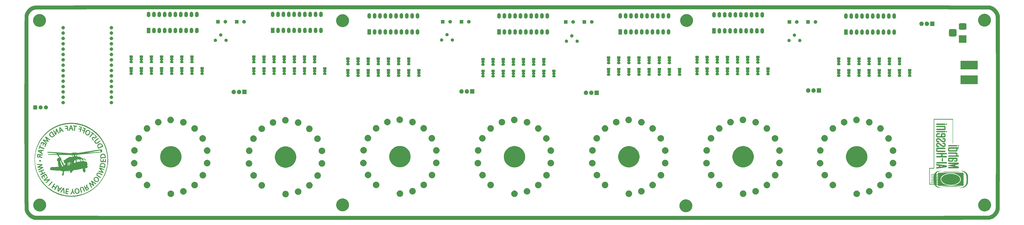
<source format=gbr>
G04 #@! TF.GenerationSoftware,KiCad,Pcbnew,(5.0.2)-1*
G04 #@! TF.CreationDate,2019-08-04T18:28:44-04:00*
G04 #@! TF.ProjectId,7971-MEDEVAC,37393731-2d4d-4454-9445-5641432e6b69,rev?*
G04 #@! TF.SameCoordinates,Original*
G04 #@! TF.FileFunction,Soldermask,Bot*
G04 #@! TF.FilePolarity,Negative*
%FSLAX46Y46*%
G04 Gerber Fmt 4.6, Leading zero omitted, Abs format (unit mm)*
G04 Created by KiCad (PCBNEW (5.0.2)-1) date 8/4/2019 6:28:44 PM*
%MOMM*%
%LPD*%
G01*
G04 APERTURE LIST*
%ADD10C,0.010000*%
G04 #@! TA.AperFunction,NonConductor*
%ADD11C,0.100000*%
G04 #@! TD*
G04 APERTURE END LIST*
D10*
G04 #@! TO.C,GX1*
G36*
X479104325Y-167256022D02*
X478715798Y-167255812D01*
X478333539Y-167255625D01*
X477958340Y-167255460D01*
X477590992Y-167255318D01*
X477232286Y-167255197D01*
X476883015Y-167255098D01*
X476543969Y-167255021D01*
X476215939Y-167254965D01*
X475899717Y-167254931D01*
X475596095Y-167254918D01*
X475305862Y-167254926D01*
X475029812Y-167254955D01*
X474768735Y-167255005D01*
X474523422Y-167255075D01*
X474294665Y-167255166D01*
X474083255Y-167255277D01*
X473889983Y-167255408D01*
X473715641Y-167255559D01*
X473561020Y-167255730D01*
X473426911Y-167255920D01*
X473314106Y-167256130D01*
X473223396Y-167256360D01*
X473155572Y-167256608D01*
X473111426Y-167256876D01*
X473091749Y-167257162D01*
X473090875Y-167257215D01*
X473049600Y-167261779D01*
X473049600Y-167853395D01*
X472906725Y-167860777D01*
X472848003Y-167863279D01*
X472770771Y-167865790D01*
X472681923Y-167868127D01*
X472588347Y-167870110D01*
X472497150Y-167871555D01*
X472230450Y-167874950D01*
X472226961Y-167676450D01*
X472223471Y-167477949D01*
X472297907Y-167378000D01*
X472463093Y-167176846D01*
X472644236Y-166995300D01*
X472840866Y-166833596D01*
X473052513Y-166691971D01*
X473278705Y-166570659D01*
X473518972Y-166469897D01*
X473772843Y-166389919D01*
X474039848Y-166330960D01*
X474319516Y-166293257D01*
X474491050Y-166281040D01*
X474539670Y-166278492D01*
X474569089Y-166276462D01*
X474578496Y-166274930D01*
X474567082Y-166273879D01*
X474534033Y-166273288D01*
X474478541Y-166273139D01*
X474399793Y-166273415D01*
X474296979Y-166274095D01*
X474218000Y-166274735D01*
X474064299Y-166276452D01*
X473933632Y-166278826D01*
X473823638Y-166281948D01*
X473731959Y-166285907D01*
X473656233Y-166290792D01*
X473594101Y-166296691D01*
X473574989Y-166299031D01*
X473288213Y-166347229D01*
X473014739Y-166414984D01*
X472755416Y-166501901D01*
X472511095Y-166607584D01*
X472282626Y-166731639D01*
X472070857Y-166873670D01*
X471876639Y-167033283D01*
X471766210Y-167140075D01*
X471627344Y-167293168D01*
X471508277Y-167447478D01*
X471404082Y-167610020D01*
X471309827Y-167787813D01*
X471306848Y-167793982D01*
X471281267Y-167845900D01*
X471262671Y-167878931D01*
X471247588Y-167897335D01*
X471232543Y-167905372D01*
X471214460Y-167907296D01*
X471155072Y-167908429D01*
X471078329Y-167910217D01*
X470986773Y-167912577D01*
X470882942Y-167915426D01*
X470769376Y-167918684D01*
X470648615Y-167922267D01*
X470523197Y-167926095D01*
X470395663Y-167930084D01*
X470268552Y-167934153D01*
X470144404Y-167938219D01*
X470025757Y-167942201D01*
X469915152Y-167946016D01*
X469815128Y-167949583D01*
X469728224Y-167952819D01*
X469656980Y-167955643D01*
X469603936Y-167957972D01*
X469571630Y-167959724D01*
X469562385Y-167960682D01*
X469559884Y-167976578D01*
X469562812Y-168006492D01*
X469563711Y-168011575D01*
X469571960Y-168055545D01*
X469986805Y-168063725D01*
X470112698Y-168066221D01*
X470253306Y-168069031D01*
X470400462Y-168071991D01*
X470545996Y-168074936D01*
X470681740Y-168077702D01*
X470789915Y-168079924D01*
X471178180Y-168087943D01*
X471141371Y-168210047D01*
X471123879Y-168272384D01*
X471104176Y-168349455D01*
X471084790Y-168431036D01*
X471069595Y-168500379D01*
X471056303Y-168562563D01*
X471044321Y-168615376D01*
X471034785Y-168654041D01*
X471028829Y-168673782D01*
X471028027Y-168675207D01*
X471014676Y-168676656D01*
X470978739Y-168678698D01*
X470923022Y-168681242D01*
X470850330Y-168684199D01*
X470763469Y-168687479D01*
X470665244Y-168690991D01*
X470558460Y-168694647D01*
X470445922Y-168698356D01*
X470330436Y-168702029D01*
X470214808Y-168705575D01*
X470101842Y-168708905D01*
X469994344Y-168711929D01*
X469895120Y-168714557D01*
X469806974Y-168716700D01*
X469732712Y-168718267D01*
X469675139Y-168719169D01*
X469649175Y-168719354D01*
X469557100Y-168719500D01*
X469557100Y-168769522D01*
X469558457Y-168800984D01*
X469567223Y-168816512D01*
X469590443Y-168823518D01*
X469611075Y-168826319D01*
X469633966Y-168827804D01*
X469679663Y-168829550D01*
X469745575Y-168831500D01*
X469829110Y-168833593D01*
X469927678Y-168835771D01*
X470038686Y-168837973D01*
X470159543Y-168840141D01*
X470287658Y-168842215D01*
X470338150Y-168842972D01*
X470496113Y-168845443D01*
X470630031Y-168847884D01*
X470741259Y-168850346D01*
X470831154Y-168852879D01*
X470901070Y-168855533D01*
X470952364Y-168858358D01*
X470986389Y-168861402D01*
X471004502Y-168864718D01*
X471008441Y-168867628D01*
X471006967Y-168884111D01*
X471004385Y-168922140D01*
X471000930Y-168977895D01*
X470996835Y-169047555D01*
X470992332Y-169127302D01*
X470990028Y-169169253D01*
X470974424Y-169456100D01*
X470891237Y-169456386D01*
X470868839Y-169456772D01*
X470824652Y-169457805D01*
X470761638Y-169459399D01*
X470682756Y-169461473D01*
X470590965Y-169463941D01*
X470489226Y-169466721D01*
X470380499Y-169469728D01*
X470267742Y-169472881D01*
X470153917Y-169476094D01*
X470041983Y-169479285D01*
X469934899Y-169482369D01*
X469835626Y-169485264D01*
X469747124Y-169487886D01*
X469672352Y-169490151D01*
X469614270Y-169491976D01*
X469575838Y-169493277D01*
X469560275Y-169493948D01*
X469558261Y-169505381D01*
X469557167Y-169533529D01*
X469557100Y-169543546D01*
X469557100Y-169592892D01*
X469934925Y-169600781D01*
X470053697Y-169603291D01*
X470185183Y-169606120D01*
X470321245Y-169609090D01*
X470453746Y-169612022D01*
X470574546Y-169614737D01*
X470646125Y-169616375D01*
X470979500Y-169624080D01*
X470979500Y-169913991D01*
X470979097Y-169997173D01*
X470977965Y-170071552D01*
X470976224Y-170133471D01*
X470973993Y-170179274D01*
X470971391Y-170205304D01*
X470969877Y-170209849D01*
X470955464Y-170211491D01*
X470918433Y-170213655D01*
X470861558Y-170216232D01*
X470787613Y-170219117D01*
X470699371Y-170222204D01*
X470599607Y-170225387D01*
X470491094Y-170228557D01*
X470458702Y-170229451D01*
X470338622Y-170232790D01*
X470218277Y-170236264D01*
X470101956Y-170239742D01*
X469993948Y-170243089D01*
X469898540Y-170246174D01*
X469820021Y-170248862D01*
X469763475Y-170250990D01*
X469569800Y-170258875D01*
X469569800Y-170354921D01*
X469903175Y-170362625D01*
X470013638Y-170365154D01*
X470140915Y-170368030D01*
X470276427Y-170371061D01*
X470411594Y-170374055D01*
X470537837Y-170376822D01*
X470599851Y-170378167D01*
X470963151Y-170386006D01*
X470972217Y-170658878D01*
X470974703Y-170739300D01*
X470976554Y-170810681D01*
X470977703Y-170869289D01*
X470978082Y-170911393D01*
X470977624Y-170933262D01*
X470977217Y-170935489D01*
X470964076Y-170936593D01*
X470928159Y-170938227D01*
X470872086Y-170940308D01*
X470798472Y-170942750D01*
X470709937Y-170945469D01*
X470609096Y-170948381D01*
X470498568Y-170951400D01*
X470427050Y-170953270D01*
X470304635Y-170956506D01*
X470184195Y-170959854D01*
X470069402Y-170963201D01*
X469963932Y-170966433D01*
X469871456Y-170969436D01*
X469795648Y-170972096D01*
X469740182Y-170974300D01*
X469725375Y-170974986D01*
X469569800Y-170982658D01*
X469569800Y-171081700D01*
X469661875Y-171081941D01*
X469713651Y-171082328D01*
X469782804Y-171083227D01*
X469866477Y-171084571D01*
X469961817Y-171086293D01*
X470065966Y-171088328D01*
X470176069Y-171090609D01*
X470289271Y-171093071D01*
X470402715Y-171095646D01*
X470513547Y-171098270D01*
X470618911Y-171100875D01*
X470715951Y-171103396D01*
X470801812Y-171105766D01*
X470873637Y-171107920D01*
X470928571Y-171109790D01*
X470963759Y-171111312D01*
X470976332Y-171112399D01*
X470978990Y-171126272D01*
X470982736Y-171160848D01*
X470987143Y-171211473D01*
X470991782Y-171273496D01*
X470993557Y-171299696D01*
X470999006Y-171376760D01*
X471005234Y-171455734D01*
X471011511Y-171527837D01*
X471017106Y-171584286D01*
X471017623Y-171588938D01*
X471022485Y-171638252D01*
X471024999Y-171677054D01*
X471024815Y-171699145D01*
X471023996Y-171701838D01*
X471010600Y-171703221D01*
X470974101Y-171705153D01*
X470916789Y-171707556D01*
X470840953Y-171710353D01*
X470748885Y-171713464D01*
X470642872Y-171716811D01*
X470525205Y-171720317D01*
X470398174Y-171723903D01*
X470303568Y-171726454D01*
X470171196Y-171730088D01*
X470046501Y-171733768D01*
X469931780Y-171737409D01*
X469829331Y-171740927D01*
X469741455Y-171744235D01*
X469670450Y-171747248D01*
X469618615Y-171749881D01*
X469588248Y-171752049D01*
X469580986Y-171753254D01*
X469577263Y-171769931D01*
X469578272Y-171800750D01*
X469578987Y-171806953D01*
X469584854Y-171852755D01*
X470312892Y-171864103D01*
X470446500Y-171866304D01*
X470572426Y-171868607D01*
X470688392Y-171870956D01*
X470792126Y-171873293D01*
X470881353Y-171875561D01*
X470953798Y-171877704D01*
X471007187Y-171879664D01*
X471039245Y-171881385D01*
X471047991Y-171882535D01*
X471053025Y-171896991D01*
X471061754Y-171931466D01*
X471073019Y-171981045D01*
X471085660Y-172040814D01*
X471087733Y-172050995D01*
X471104114Y-172127357D01*
X471123177Y-172209223D01*
X471142317Y-172285726D01*
X471156006Y-172336011D01*
X471173241Y-172400699D01*
X471181191Y-172443152D01*
X471180073Y-172464691D01*
X471177625Y-172467508D01*
X471161940Y-172469570D01*
X471123298Y-172471905D01*
X471064143Y-172474463D01*
X470986916Y-172477189D01*
X470894058Y-172480032D01*
X470788013Y-172482940D01*
X470671221Y-172485861D01*
X470546125Y-172488742D01*
X470415166Y-172491530D01*
X470280788Y-172494175D01*
X470145430Y-172496623D01*
X470011536Y-172498823D01*
X469881548Y-172500722D01*
X469757907Y-172502268D01*
X469643055Y-172503408D01*
X469539435Y-172504091D01*
X469458675Y-172504272D01*
X469074500Y-172504100D01*
X469074500Y-165201750D01*
X470105665Y-165198500D01*
X471136829Y-165195250D01*
X471162940Y-165150800D01*
X471189050Y-165106350D01*
X471192253Y-153520938D01*
X471195456Y-141935525D01*
X475535653Y-141931198D01*
X475866514Y-141930842D01*
X476191012Y-141930439D01*
X476508217Y-141929992D01*
X476817198Y-141929506D01*
X477117025Y-141928981D01*
X477406767Y-141928423D01*
X477685494Y-141927832D01*
X477952275Y-141927213D01*
X478206180Y-141926567D01*
X478446277Y-141925899D01*
X478671637Y-141925211D01*
X478881329Y-141924505D01*
X479074423Y-141923786D01*
X479249987Y-141923055D01*
X479407092Y-141922315D01*
X479544806Y-141921570D01*
X479662200Y-141920822D01*
X479758342Y-141920075D01*
X479832302Y-141919330D01*
X479883150Y-141918592D01*
X479909955Y-141917862D01*
X479913950Y-141917532D01*
X479955906Y-141916466D01*
X479977450Y-141927023D01*
X479979482Y-141928682D01*
X479981402Y-141931030D01*
X479983215Y-141934765D01*
X479984924Y-141940585D01*
X479986533Y-141949188D01*
X479988045Y-141961273D01*
X479989465Y-141977538D01*
X479990794Y-141998681D01*
X479992038Y-142025400D01*
X479993198Y-142058393D01*
X479994280Y-142098359D01*
X479995286Y-142145996D01*
X479996221Y-142202002D01*
X479997087Y-142267075D01*
X479997888Y-142341914D01*
X479998627Y-142427217D01*
X479999309Y-142523681D01*
X479999936Y-142632006D01*
X480000513Y-142752889D01*
X480001042Y-142887029D01*
X480001528Y-143035123D01*
X480001973Y-143197871D01*
X480002382Y-143375970D01*
X480002758Y-143570118D01*
X480003103Y-143781014D01*
X480003423Y-144009356D01*
X480003721Y-144255842D01*
X480003999Y-144521170D01*
X480004262Y-144806039D01*
X480004513Y-145111146D01*
X480004755Y-145437191D01*
X480004993Y-145784871D01*
X480005229Y-146154884D01*
X480005468Y-146547929D01*
X480005712Y-146964704D01*
X480005965Y-147405907D01*
X480006068Y-147585677D01*
X480006326Y-148036670D01*
X480006575Y-148462959D01*
X480006817Y-148865239D01*
X480007057Y-149244207D01*
X480007296Y-149600557D01*
X480007540Y-149934987D01*
X480007792Y-150248191D01*
X480008054Y-150540866D01*
X480008330Y-150813706D01*
X480008625Y-151067409D01*
X480008940Y-151302669D01*
X480009280Y-151520182D01*
X480009649Y-151720645D01*
X480010049Y-151904752D01*
X480010483Y-152073200D01*
X480010957Y-152226685D01*
X480011472Y-152365902D01*
X480012032Y-152491546D01*
X480012642Y-152604315D01*
X480013303Y-152704903D01*
X480014020Y-152794006D01*
X480014796Y-152872320D01*
X480015635Y-152940541D01*
X480016540Y-152999364D01*
X480017514Y-153049486D01*
X480018562Y-153091602D01*
X480019685Y-153126407D01*
X480020888Y-153154598D01*
X480022175Y-153176871D01*
X480023548Y-153193920D01*
X480025012Y-153206443D01*
X480026568Y-153215134D01*
X480028222Y-153220689D01*
X480029977Y-153223805D01*
X480031835Y-153225176D01*
X480033801Y-153225499D01*
X480033997Y-153225500D01*
X480056195Y-153215967D01*
X480083326Y-153191924D01*
X480094279Y-153178864D01*
X480129850Y-153132228D01*
X480129850Y-141700250D01*
X471114274Y-141700250D01*
X471062050Y-141789150D01*
X471058848Y-153368375D01*
X471055645Y-164947600D01*
X470046850Y-164947600D01*
X469875192Y-164947747D01*
X469714173Y-164948172D01*
X469565443Y-164948859D01*
X469430652Y-164949789D01*
X469311450Y-164950942D01*
X469209485Y-164952301D01*
X469126409Y-164953847D01*
X469063870Y-164955561D01*
X469023518Y-164957425D01*
X469007252Y-164959311D01*
X468979502Y-164981448D01*
X468956147Y-165021777D01*
X468955625Y-165023068D01*
X468953606Y-165029483D01*
X468951721Y-165038855D01*
X468949965Y-165052033D01*
X468948334Y-165069862D01*
X468946823Y-165093190D01*
X468945428Y-165122863D01*
X468944144Y-165159728D01*
X468942967Y-165204632D01*
X468941891Y-165258422D01*
X468940913Y-165321943D01*
X468940028Y-165396044D01*
X468939232Y-165481570D01*
X468938519Y-165579369D01*
X468937886Y-165690286D01*
X468937327Y-165815170D01*
X468936839Y-165954866D01*
X468936417Y-166110222D01*
X468936055Y-166282083D01*
X468935750Y-166471297D01*
X468935497Y-166678711D01*
X468935292Y-166905171D01*
X468935129Y-167151524D01*
X468935005Y-167418617D01*
X468934915Y-167707296D01*
X468934854Y-168018409D01*
X468934818Y-168352801D01*
X468934802Y-168711320D01*
X468934800Y-168901368D01*
X468934822Y-169288457D01*
X468934888Y-169650819D01*
X468935002Y-169989128D01*
X468935165Y-170304056D01*
X468935381Y-170596278D01*
X468935653Y-170866467D01*
X468935982Y-171115294D01*
X468936373Y-171343435D01*
X468936826Y-171551562D01*
X468937346Y-171740349D01*
X468937935Y-171910468D01*
X468938595Y-172062593D01*
X468939328Y-172197397D01*
X468940139Y-172315554D01*
X468941029Y-172417737D01*
X468942001Y-172504618D01*
X468943058Y-172576872D01*
X468944202Y-172635172D01*
X468945437Y-172680191D01*
X468946764Y-172712601D01*
X468948187Y-172733077D01*
X468949707Y-172742292D01*
X468950040Y-172742860D01*
X468958715Y-172745598D01*
X468979724Y-172748018D01*
X469014254Y-172750135D01*
X469063489Y-172751966D01*
X469128613Y-172753524D01*
X469210811Y-172754826D01*
X469311267Y-172755887D01*
X469431166Y-172756721D01*
X469571694Y-172757344D01*
X469734033Y-172757772D01*
X469919370Y-172758019D01*
X470128888Y-172758100D01*
X471305029Y-172758100D01*
X471361226Y-172868932D01*
X471479131Y-173073781D01*
X471618559Y-173266911D01*
X471777507Y-173446178D01*
X471953969Y-173609437D01*
X472145942Y-173754542D01*
X472252308Y-173822761D01*
X472479047Y-173945222D01*
X472722521Y-174048907D01*
X472982161Y-174133633D01*
X473257396Y-174199217D01*
X473547658Y-174245478D01*
X473583388Y-174249712D01*
X473662886Y-174257805D01*
X473753474Y-174265351D01*
X473851989Y-174272241D01*
X473955269Y-174278366D01*
X474060153Y-174283618D01*
X474163477Y-174287886D01*
X474262079Y-174291063D01*
X474352798Y-174293039D01*
X474432471Y-174293704D01*
X474497936Y-174292951D01*
X474546030Y-174290669D01*
X474573591Y-174286750D01*
X474578755Y-174284035D01*
X474569107Y-174279512D01*
X474538166Y-174273910D01*
X474489984Y-174267772D01*
X474428618Y-174261638D01*
X474382169Y-174257801D01*
X474223251Y-174243188D01*
X474066255Y-174224001D01*
X473918248Y-174201245D01*
X473786297Y-174175930D01*
X473748835Y-174167504D01*
X473556272Y-174114096D01*
X473363983Y-174045098D01*
X473177816Y-173963141D01*
X473003620Y-173870857D01*
X472847245Y-173770876D01*
X472814650Y-173747244D01*
X472726506Y-173677018D01*
X472631479Y-173593195D01*
X472535300Y-173501426D01*
X472443701Y-173407361D01*
X472362415Y-173316649D01*
X472303221Y-173243094D01*
X472224100Y-173137537D01*
X472224100Y-172758100D01*
X472224100Y-172442619D01*
X472224100Y-172174511D01*
X472224480Y-172079662D01*
X472225714Y-172007767D01*
X472227943Y-171956387D01*
X472231310Y-171923088D01*
X472235954Y-171905430D01*
X472239975Y-171901094D01*
X472256201Y-171900057D01*
X472259084Y-171900027D01*
X472259084Y-171670748D01*
X472236173Y-171670033D01*
X472233625Y-171669564D01*
X472230787Y-171655894D01*
X472228286Y-171620637D01*
X472226255Y-171567606D01*
X472224829Y-171500611D01*
X472224143Y-171423466D01*
X472224100Y-171398451D01*
X472224100Y-171132500D01*
X472224100Y-170905653D01*
X472224100Y-170408600D01*
X472224100Y-170181974D01*
X472224100Y-169646600D01*
X472224100Y-169419815D01*
X472224100Y-169151809D01*
X472224100Y-168647235D01*
X472224100Y-168109900D01*
X472532075Y-168109977D01*
X472625201Y-168110345D01*
X472716362Y-168111336D01*
X472800353Y-168112846D01*
X472871965Y-168114770D01*
X472925995Y-168117005D01*
X472944825Y-168118209D01*
X473049600Y-168126365D01*
X473049600Y-168371383D01*
X473049090Y-168447655D01*
X473047668Y-168514908D01*
X473045499Y-168569137D01*
X473042747Y-168606335D01*
X473039578Y-168622496D01*
X473039282Y-168622779D01*
X473024494Y-168624615D01*
X472987435Y-168626817D01*
X472931228Y-168629271D01*
X472858997Y-168631857D01*
X472773866Y-168634461D01*
X472678958Y-168636966D01*
X472626532Y-168638196D01*
X472224100Y-168647235D01*
X472224100Y-169151809D01*
X472224484Y-169056857D01*
X472225728Y-168984863D01*
X472227973Y-168933394D01*
X472231361Y-168900018D01*
X472236032Y-168882302D01*
X472239975Y-168877973D01*
X472256201Y-168876824D01*
X472294598Y-168876342D01*
X472351950Y-168876500D01*
X472425037Y-168877270D01*
X472510641Y-168878625D01*
X472605544Y-168880535D01*
X472649550Y-168881547D01*
X473043250Y-168890950D01*
X473046691Y-169140736D01*
X473050131Y-169390522D01*
X472970491Y-169397492D01*
X472935854Y-169399697D01*
X472880283Y-169402237D01*
X472808238Y-169404954D01*
X472724180Y-169407689D01*
X472632570Y-169410284D01*
X472557475Y-169412138D01*
X472224100Y-169419815D01*
X472224100Y-169646600D01*
X472444331Y-169646600D01*
X472536509Y-169647161D01*
X472638659Y-169648701D01*
X472740200Y-169651007D01*
X472830553Y-169653864D01*
X472857081Y-169654933D01*
X473049600Y-169663266D01*
X473049600Y-170153450D01*
X473008325Y-170159794D01*
X472985259Y-170161688D01*
X472940422Y-170163912D01*
X472877440Y-170166343D01*
X472799940Y-170168853D01*
X472711547Y-170171319D01*
X472615887Y-170173615D01*
X472595575Y-170174056D01*
X472224100Y-170181974D01*
X472224100Y-170408600D01*
X472425272Y-170408600D01*
X472514789Y-170409196D01*
X472618094Y-170410825D01*
X472723607Y-170413255D01*
X472819747Y-170416252D01*
X472838022Y-170416945D01*
X473049600Y-170425289D01*
X473049600Y-170876333D01*
X472957525Y-170883372D01*
X472918739Y-170885655D01*
X472859363Y-170888280D01*
X472784206Y-170891076D01*
X472698074Y-170893872D01*
X472605773Y-170896498D01*
X472544775Y-170898032D01*
X472224100Y-170905653D01*
X472224100Y-171132500D01*
X472493975Y-171132558D01*
X472585769Y-171132993D01*
X472679599Y-171134167D01*
X472768659Y-171135945D01*
X472846145Y-171138190D01*
X472905250Y-171140764D01*
X472906725Y-171140849D01*
X473049600Y-171149081D01*
X473049600Y-171395190D01*
X473049171Y-171485950D01*
X473047778Y-171553821D01*
X473045263Y-171601297D01*
X473041470Y-171630877D01*
X473036240Y-171645055D01*
X473033725Y-171646969D01*
X473017064Y-171648885D01*
X472979099Y-171651169D01*
X472923611Y-171653714D01*
X472854376Y-171656413D01*
X472775175Y-171659160D01*
X472689785Y-171661847D01*
X472601985Y-171664368D01*
X472515554Y-171666616D01*
X472434270Y-171668485D01*
X472361911Y-171669868D01*
X472302256Y-171670658D01*
X472259084Y-171670748D01*
X472259084Y-171900027D01*
X472294600Y-171899647D01*
X472351954Y-171899835D01*
X472425043Y-171900594D01*
X472510650Y-171901895D01*
X472605556Y-171903711D01*
X472649550Y-171904668D01*
X473043250Y-171913550D01*
X473046693Y-172164066D01*
X473050135Y-172414582D01*
X473021293Y-172420531D01*
X473001654Y-172422287D01*
X472960026Y-172424382D01*
X472899817Y-172426698D01*
X472824436Y-172429121D01*
X472737289Y-172431536D01*
X472641785Y-172433825D01*
X472608275Y-172434549D01*
X472224100Y-172442619D01*
X472224100Y-172758100D01*
X473049600Y-172758100D01*
X473049600Y-173333589D01*
X473261179Y-173325245D01*
X473287854Y-173324693D01*
X473339095Y-173324149D01*
X473414067Y-173323617D01*
X473511935Y-173323096D01*
X473631864Y-173322588D01*
X473773020Y-173322094D01*
X473934569Y-173321615D01*
X474115675Y-173321152D01*
X474315503Y-173320707D01*
X474533220Y-173320280D01*
X474767991Y-173319874D01*
X475018981Y-173319488D01*
X475285355Y-173319124D01*
X475566279Y-173318783D01*
X475860918Y-173318467D01*
X476168437Y-173318176D01*
X476488003Y-173317913D01*
X476818779Y-173317676D01*
X477159932Y-173317469D01*
X477510627Y-173317293D01*
X477870030Y-173317147D01*
X478237305Y-173317034D01*
X478611618Y-173316955D01*
X478975244Y-173316912D01*
X478975244Y-173262230D01*
X478595700Y-173248947D01*
X478221048Y-173217800D01*
X477852915Y-173169173D01*
X477492929Y-173103449D01*
X477142715Y-173021011D01*
X476803901Y-172922242D01*
X476478114Y-172807526D01*
X476166980Y-172677247D01*
X475872127Y-172531787D01*
X475595182Y-172371531D01*
X475337770Y-172196860D01*
X475335600Y-172195263D01*
X475118034Y-172022810D01*
X474923187Y-171842860D01*
X474751377Y-171655896D01*
X474602917Y-171462398D01*
X474478124Y-171262846D01*
X474377313Y-171057723D01*
X474300799Y-170847508D01*
X474248897Y-170632684D01*
X474230660Y-170510200D01*
X474224071Y-170413548D01*
X474223929Y-170301146D01*
X474229773Y-170181689D01*
X474241140Y-170063870D01*
X474257567Y-169956381D01*
X474261046Y-169938700D01*
X474316719Y-169729525D01*
X474396617Y-169525001D01*
X474499888Y-169325762D01*
X474625676Y-169132439D01*
X474773129Y-168945665D01*
X474941392Y-168766073D01*
X475129611Y-168594294D01*
X475336932Y-168430961D01*
X475562502Y-168276707D01*
X475805466Y-168132164D01*
X476064970Y-167997964D01*
X476340161Y-167874739D01*
X476630185Y-167763123D01*
X476934187Y-167663746D01*
X477251314Y-167577242D01*
X477536675Y-167513059D01*
X477713451Y-167480075D01*
X477907443Y-167449209D01*
X478110485Y-167421627D01*
X478314412Y-167398491D01*
X478396300Y-167390568D01*
X478512720Y-167382016D01*
X478648985Y-167375531D01*
X478799638Y-167371115D01*
X478959221Y-167368765D01*
X479122277Y-167368483D01*
X479283349Y-167370268D01*
X479436978Y-167374121D01*
X479577708Y-167380041D01*
X479700081Y-167388027D01*
X479729800Y-167390587D01*
X480130261Y-167436477D01*
X480513120Y-167499276D01*
X480880065Y-167579367D01*
X481232781Y-167677133D01*
X481572955Y-167792955D01*
X481672900Y-167831315D01*
X481965791Y-167955982D01*
X482240712Y-168091848D01*
X482497021Y-168238300D01*
X482734079Y-168394724D01*
X482951243Y-168560506D01*
X483147873Y-168735031D01*
X483323329Y-168917685D01*
X483476967Y-169107854D01*
X483608149Y-169304925D01*
X483716232Y-169508282D01*
X483800576Y-169717312D01*
X483859345Y-169926000D01*
X483870025Y-169977142D01*
X483877843Y-170024261D01*
X483883226Y-170072915D01*
X483886600Y-170128660D01*
X483888390Y-170197053D01*
X483889023Y-170283650D01*
X483889050Y-170313350D01*
X483888677Y-170406350D01*
X483887271Y-170479514D01*
X483884406Y-170538397D01*
X483879658Y-170588558D01*
X483872599Y-170635551D01*
X483862804Y-170684935D01*
X483859345Y-170700700D01*
X483799074Y-170913454D01*
X483714810Y-171120663D01*
X483607463Y-171321766D01*
X483477947Y-171516202D01*
X483327173Y-171703408D01*
X483156055Y-171882825D01*
X482965503Y-172053891D01*
X482756431Y-172216044D01*
X482529750Y-172368723D01*
X482286373Y-172511368D01*
X482027213Y-172643416D01*
X481753180Y-172764307D01*
X481465188Y-172873478D01*
X481164149Y-172970370D01*
X480850975Y-173054420D01*
X480526578Y-173125068D01*
X480191870Y-173181752D01*
X479847764Y-173223910D01*
X479742500Y-173233670D01*
X479358053Y-173257265D01*
X478975244Y-173262230D01*
X478975244Y-173316912D01*
X478992134Y-173316910D01*
X479274629Y-173316900D01*
X485076500Y-173316900D01*
X485076501Y-170288147D01*
X485076501Y-167259393D01*
X479104325Y-167256022D01*
X479104325Y-167256022D01*
G37*
X479104325Y-167256022D02*
X478715798Y-167255812D01*
X478333539Y-167255625D01*
X477958340Y-167255460D01*
X477590992Y-167255318D01*
X477232286Y-167255197D01*
X476883015Y-167255098D01*
X476543969Y-167255021D01*
X476215939Y-167254965D01*
X475899717Y-167254931D01*
X475596095Y-167254918D01*
X475305862Y-167254926D01*
X475029812Y-167254955D01*
X474768735Y-167255005D01*
X474523422Y-167255075D01*
X474294665Y-167255166D01*
X474083255Y-167255277D01*
X473889983Y-167255408D01*
X473715641Y-167255559D01*
X473561020Y-167255730D01*
X473426911Y-167255920D01*
X473314106Y-167256130D01*
X473223396Y-167256360D01*
X473155572Y-167256608D01*
X473111426Y-167256876D01*
X473091749Y-167257162D01*
X473090875Y-167257215D01*
X473049600Y-167261779D01*
X473049600Y-167853395D01*
X472906725Y-167860777D01*
X472848003Y-167863279D01*
X472770771Y-167865790D01*
X472681923Y-167868127D01*
X472588347Y-167870110D01*
X472497150Y-167871555D01*
X472230450Y-167874950D01*
X472226961Y-167676450D01*
X472223471Y-167477949D01*
X472297907Y-167378000D01*
X472463093Y-167176846D01*
X472644236Y-166995300D01*
X472840866Y-166833596D01*
X473052513Y-166691971D01*
X473278705Y-166570659D01*
X473518972Y-166469897D01*
X473772843Y-166389919D01*
X474039848Y-166330960D01*
X474319516Y-166293257D01*
X474491050Y-166281040D01*
X474539670Y-166278492D01*
X474569089Y-166276462D01*
X474578496Y-166274930D01*
X474567082Y-166273879D01*
X474534033Y-166273288D01*
X474478541Y-166273139D01*
X474399793Y-166273415D01*
X474296979Y-166274095D01*
X474218000Y-166274735D01*
X474064299Y-166276452D01*
X473933632Y-166278826D01*
X473823638Y-166281948D01*
X473731959Y-166285907D01*
X473656233Y-166290792D01*
X473594101Y-166296691D01*
X473574989Y-166299031D01*
X473288213Y-166347229D01*
X473014739Y-166414984D01*
X472755416Y-166501901D01*
X472511095Y-166607584D01*
X472282626Y-166731639D01*
X472070857Y-166873670D01*
X471876639Y-167033283D01*
X471766210Y-167140075D01*
X471627344Y-167293168D01*
X471508277Y-167447478D01*
X471404082Y-167610020D01*
X471309827Y-167787813D01*
X471306848Y-167793982D01*
X471281267Y-167845900D01*
X471262671Y-167878931D01*
X471247588Y-167897335D01*
X471232543Y-167905372D01*
X471214460Y-167907296D01*
X471155072Y-167908429D01*
X471078329Y-167910217D01*
X470986773Y-167912577D01*
X470882942Y-167915426D01*
X470769376Y-167918684D01*
X470648615Y-167922267D01*
X470523197Y-167926095D01*
X470395663Y-167930084D01*
X470268552Y-167934153D01*
X470144404Y-167938219D01*
X470025757Y-167942201D01*
X469915152Y-167946016D01*
X469815128Y-167949583D01*
X469728224Y-167952819D01*
X469656980Y-167955643D01*
X469603936Y-167957972D01*
X469571630Y-167959724D01*
X469562385Y-167960682D01*
X469559884Y-167976578D01*
X469562812Y-168006492D01*
X469563711Y-168011575D01*
X469571960Y-168055545D01*
X469986805Y-168063725D01*
X470112698Y-168066221D01*
X470253306Y-168069031D01*
X470400462Y-168071991D01*
X470545996Y-168074936D01*
X470681740Y-168077702D01*
X470789915Y-168079924D01*
X471178180Y-168087943D01*
X471141371Y-168210047D01*
X471123879Y-168272384D01*
X471104176Y-168349455D01*
X471084790Y-168431036D01*
X471069595Y-168500379D01*
X471056303Y-168562563D01*
X471044321Y-168615376D01*
X471034785Y-168654041D01*
X471028829Y-168673782D01*
X471028027Y-168675207D01*
X471014676Y-168676656D01*
X470978739Y-168678698D01*
X470923022Y-168681242D01*
X470850330Y-168684199D01*
X470763469Y-168687479D01*
X470665244Y-168690991D01*
X470558460Y-168694647D01*
X470445922Y-168698356D01*
X470330436Y-168702029D01*
X470214808Y-168705575D01*
X470101842Y-168708905D01*
X469994344Y-168711929D01*
X469895120Y-168714557D01*
X469806974Y-168716700D01*
X469732712Y-168718267D01*
X469675139Y-168719169D01*
X469649175Y-168719354D01*
X469557100Y-168719500D01*
X469557100Y-168769522D01*
X469558457Y-168800984D01*
X469567223Y-168816512D01*
X469590443Y-168823518D01*
X469611075Y-168826319D01*
X469633966Y-168827804D01*
X469679663Y-168829550D01*
X469745575Y-168831500D01*
X469829110Y-168833593D01*
X469927678Y-168835771D01*
X470038686Y-168837973D01*
X470159543Y-168840141D01*
X470287658Y-168842215D01*
X470338150Y-168842972D01*
X470496113Y-168845443D01*
X470630031Y-168847884D01*
X470741259Y-168850346D01*
X470831154Y-168852879D01*
X470901070Y-168855533D01*
X470952364Y-168858358D01*
X470986389Y-168861402D01*
X471004502Y-168864718D01*
X471008441Y-168867628D01*
X471006967Y-168884111D01*
X471004385Y-168922140D01*
X471000930Y-168977895D01*
X470996835Y-169047555D01*
X470992332Y-169127302D01*
X470990028Y-169169253D01*
X470974424Y-169456100D01*
X470891237Y-169456386D01*
X470868839Y-169456772D01*
X470824652Y-169457805D01*
X470761638Y-169459399D01*
X470682756Y-169461473D01*
X470590965Y-169463941D01*
X470489226Y-169466721D01*
X470380499Y-169469728D01*
X470267742Y-169472881D01*
X470153917Y-169476094D01*
X470041983Y-169479285D01*
X469934899Y-169482369D01*
X469835626Y-169485264D01*
X469747124Y-169487886D01*
X469672352Y-169490151D01*
X469614270Y-169491976D01*
X469575838Y-169493277D01*
X469560275Y-169493948D01*
X469558261Y-169505381D01*
X469557167Y-169533529D01*
X469557100Y-169543546D01*
X469557100Y-169592892D01*
X469934925Y-169600781D01*
X470053697Y-169603291D01*
X470185183Y-169606120D01*
X470321245Y-169609090D01*
X470453746Y-169612022D01*
X470574546Y-169614737D01*
X470646125Y-169616375D01*
X470979500Y-169624080D01*
X470979500Y-169913991D01*
X470979097Y-169997173D01*
X470977965Y-170071552D01*
X470976224Y-170133471D01*
X470973993Y-170179274D01*
X470971391Y-170205304D01*
X470969877Y-170209849D01*
X470955464Y-170211491D01*
X470918433Y-170213655D01*
X470861558Y-170216232D01*
X470787613Y-170219117D01*
X470699371Y-170222204D01*
X470599607Y-170225387D01*
X470491094Y-170228557D01*
X470458702Y-170229451D01*
X470338622Y-170232790D01*
X470218277Y-170236264D01*
X470101956Y-170239742D01*
X469993948Y-170243089D01*
X469898540Y-170246174D01*
X469820021Y-170248862D01*
X469763475Y-170250990D01*
X469569800Y-170258875D01*
X469569800Y-170354921D01*
X469903175Y-170362625D01*
X470013638Y-170365154D01*
X470140915Y-170368030D01*
X470276427Y-170371061D01*
X470411594Y-170374055D01*
X470537837Y-170376822D01*
X470599851Y-170378167D01*
X470963151Y-170386006D01*
X470972217Y-170658878D01*
X470974703Y-170739300D01*
X470976554Y-170810681D01*
X470977703Y-170869289D01*
X470978082Y-170911393D01*
X470977624Y-170933262D01*
X470977217Y-170935489D01*
X470964076Y-170936593D01*
X470928159Y-170938227D01*
X470872086Y-170940308D01*
X470798472Y-170942750D01*
X470709937Y-170945469D01*
X470609096Y-170948381D01*
X470498568Y-170951400D01*
X470427050Y-170953270D01*
X470304635Y-170956506D01*
X470184195Y-170959854D01*
X470069402Y-170963201D01*
X469963932Y-170966433D01*
X469871456Y-170969436D01*
X469795648Y-170972096D01*
X469740182Y-170974300D01*
X469725375Y-170974986D01*
X469569800Y-170982658D01*
X469569800Y-171081700D01*
X469661875Y-171081941D01*
X469713651Y-171082328D01*
X469782804Y-171083227D01*
X469866477Y-171084571D01*
X469961817Y-171086293D01*
X470065966Y-171088328D01*
X470176069Y-171090609D01*
X470289271Y-171093071D01*
X470402715Y-171095646D01*
X470513547Y-171098270D01*
X470618911Y-171100875D01*
X470715951Y-171103396D01*
X470801812Y-171105766D01*
X470873637Y-171107920D01*
X470928571Y-171109790D01*
X470963759Y-171111312D01*
X470976332Y-171112399D01*
X470978990Y-171126272D01*
X470982736Y-171160848D01*
X470987143Y-171211473D01*
X470991782Y-171273496D01*
X470993557Y-171299696D01*
X470999006Y-171376760D01*
X471005234Y-171455734D01*
X471011511Y-171527837D01*
X471017106Y-171584286D01*
X471017623Y-171588938D01*
X471022485Y-171638252D01*
X471024999Y-171677054D01*
X471024815Y-171699145D01*
X471023996Y-171701838D01*
X471010600Y-171703221D01*
X470974101Y-171705153D01*
X470916789Y-171707556D01*
X470840953Y-171710353D01*
X470748885Y-171713464D01*
X470642872Y-171716811D01*
X470525205Y-171720317D01*
X470398174Y-171723903D01*
X470303568Y-171726454D01*
X470171196Y-171730088D01*
X470046501Y-171733768D01*
X469931780Y-171737409D01*
X469829331Y-171740927D01*
X469741455Y-171744235D01*
X469670450Y-171747248D01*
X469618615Y-171749881D01*
X469588248Y-171752049D01*
X469580986Y-171753254D01*
X469577263Y-171769931D01*
X469578272Y-171800750D01*
X469578987Y-171806953D01*
X469584854Y-171852755D01*
X470312892Y-171864103D01*
X470446500Y-171866304D01*
X470572426Y-171868607D01*
X470688392Y-171870956D01*
X470792126Y-171873293D01*
X470881353Y-171875561D01*
X470953798Y-171877704D01*
X471007187Y-171879664D01*
X471039245Y-171881385D01*
X471047991Y-171882535D01*
X471053025Y-171896991D01*
X471061754Y-171931466D01*
X471073019Y-171981045D01*
X471085660Y-172040814D01*
X471087733Y-172050995D01*
X471104114Y-172127357D01*
X471123177Y-172209223D01*
X471142317Y-172285726D01*
X471156006Y-172336011D01*
X471173241Y-172400699D01*
X471181191Y-172443152D01*
X471180073Y-172464691D01*
X471177625Y-172467508D01*
X471161940Y-172469570D01*
X471123298Y-172471905D01*
X471064143Y-172474463D01*
X470986916Y-172477189D01*
X470894058Y-172480032D01*
X470788013Y-172482940D01*
X470671221Y-172485861D01*
X470546125Y-172488742D01*
X470415166Y-172491530D01*
X470280788Y-172494175D01*
X470145430Y-172496623D01*
X470011536Y-172498823D01*
X469881548Y-172500722D01*
X469757907Y-172502268D01*
X469643055Y-172503408D01*
X469539435Y-172504091D01*
X469458675Y-172504272D01*
X469074500Y-172504100D01*
X469074500Y-165201750D01*
X470105665Y-165198500D01*
X471136829Y-165195250D01*
X471162940Y-165150800D01*
X471189050Y-165106350D01*
X471192253Y-153520938D01*
X471195456Y-141935525D01*
X475535653Y-141931198D01*
X475866514Y-141930842D01*
X476191012Y-141930439D01*
X476508217Y-141929992D01*
X476817198Y-141929506D01*
X477117025Y-141928981D01*
X477406767Y-141928423D01*
X477685494Y-141927832D01*
X477952275Y-141927213D01*
X478206180Y-141926567D01*
X478446277Y-141925899D01*
X478671637Y-141925211D01*
X478881329Y-141924505D01*
X479074423Y-141923786D01*
X479249987Y-141923055D01*
X479407092Y-141922315D01*
X479544806Y-141921570D01*
X479662200Y-141920822D01*
X479758342Y-141920075D01*
X479832302Y-141919330D01*
X479883150Y-141918592D01*
X479909955Y-141917862D01*
X479913950Y-141917532D01*
X479955906Y-141916466D01*
X479977450Y-141927023D01*
X479979482Y-141928682D01*
X479981402Y-141931030D01*
X479983215Y-141934765D01*
X479984924Y-141940585D01*
X479986533Y-141949188D01*
X479988045Y-141961273D01*
X479989465Y-141977538D01*
X479990794Y-141998681D01*
X479992038Y-142025400D01*
X479993198Y-142058393D01*
X479994280Y-142098359D01*
X479995286Y-142145996D01*
X479996221Y-142202002D01*
X479997087Y-142267075D01*
X479997888Y-142341914D01*
X479998627Y-142427217D01*
X479999309Y-142523681D01*
X479999936Y-142632006D01*
X480000513Y-142752889D01*
X480001042Y-142887029D01*
X480001528Y-143035123D01*
X480001973Y-143197871D01*
X480002382Y-143375970D01*
X480002758Y-143570118D01*
X480003103Y-143781014D01*
X480003423Y-144009356D01*
X480003721Y-144255842D01*
X480003999Y-144521170D01*
X480004262Y-144806039D01*
X480004513Y-145111146D01*
X480004755Y-145437191D01*
X480004993Y-145784871D01*
X480005229Y-146154884D01*
X480005468Y-146547929D01*
X480005712Y-146964704D01*
X480005965Y-147405907D01*
X480006068Y-147585677D01*
X480006326Y-148036670D01*
X480006575Y-148462959D01*
X480006817Y-148865239D01*
X480007057Y-149244207D01*
X480007296Y-149600557D01*
X480007540Y-149934987D01*
X480007792Y-150248191D01*
X480008054Y-150540866D01*
X480008330Y-150813706D01*
X480008625Y-151067409D01*
X480008940Y-151302669D01*
X480009280Y-151520182D01*
X480009649Y-151720645D01*
X480010049Y-151904752D01*
X480010483Y-152073200D01*
X480010957Y-152226685D01*
X480011472Y-152365902D01*
X480012032Y-152491546D01*
X480012642Y-152604315D01*
X480013303Y-152704903D01*
X480014020Y-152794006D01*
X480014796Y-152872320D01*
X480015635Y-152940541D01*
X480016540Y-152999364D01*
X480017514Y-153049486D01*
X480018562Y-153091602D01*
X480019685Y-153126407D01*
X480020888Y-153154598D01*
X480022175Y-153176871D01*
X480023548Y-153193920D01*
X480025012Y-153206443D01*
X480026568Y-153215134D01*
X480028222Y-153220689D01*
X480029977Y-153223805D01*
X480031835Y-153225176D01*
X480033801Y-153225499D01*
X480033997Y-153225500D01*
X480056195Y-153215967D01*
X480083326Y-153191924D01*
X480094279Y-153178864D01*
X480129850Y-153132228D01*
X480129850Y-141700250D01*
X471114274Y-141700250D01*
X471062050Y-141789150D01*
X471058848Y-153368375D01*
X471055645Y-164947600D01*
X470046850Y-164947600D01*
X469875192Y-164947747D01*
X469714173Y-164948172D01*
X469565443Y-164948859D01*
X469430652Y-164949789D01*
X469311450Y-164950942D01*
X469209485Y-164952301D01*
X469126409Y-164953847D01*
X469063870Y-164955561D01*
X469023518Y-164957425D01*
X469007252Y-164959311D01*
X468979502Y-164981448D01*
X468956147Y-165021777D01*
X468955625Y-165023068D01*
X468953606Y-165029483D01*
X468951721Y-165038855D01*
X468949965Y-165052033D01*
X468948334Y-165069862D01*
X468946823Y-165093190D01*
X468945428Y-165122863D01*
X468944144Y-165159728D01*
X468942967Y-165204632D01*
X468941891Y-165258422D01*
X468940913Y-165321943D01*
X468940028Y-165396044D01*
X468939232Y-165481570D01*
X468938519Y-165579369D01*
X468937886Y-165690286D01*
X468937327Y-165815170D01*
X468936839Y-165954866D01*
X468936417Y-166110222D01*
X468936055Y-166282083D01*
X468935750Y-166471297D01*
X468935497Y-166678711D01*
X468935292Y-166905171D01*
X468935129Y-167151524D01*
X468935005Y-167418617D01*
X468934915Y-167707296D01*
X468934854Y-168018409D01*
X468934818Y-168352801D01*
X468934802Y-168711320D01*
X468934800Y-168901368D01*
X468934822Y-169288457D01*
X468934888Y-169650819D01*
X468935002Y-169989128D01*
X468935165Y-170304056D01*
X468935381Y-170596278D01*
X468935653Y-170866467D01*
X468935982Y-171115294D01*
X468936373Y-171343435D01*
X468936826Y-171551562D01*
X468937346Y-171740349D01*
X468937935Y-171910468D01*
X468938595Y-172062593D01*
X468939328Y-172197397D01*
X468940139Y-172315554D01*
X468941029Y-172417737D01*
X468942001Y-172504618D01*
X468943058Y-172576872D01*
X468944202Y-172635172D01*
X468945437Y-172680191D01*
X468946764Y-172712601D01*
X468948187Y-172733077D01*
X468949707Y-172742292D01*
X468950040Y-172742860D01*
X468958715Y-172745598D01*
X468979724Y-172748018D01*
X469014254Y-172750135D01*
X469063489Y-172751966D01*
X469128613Y-172753524D01*
X469210811Y-172754826D01*
X469311267Y-172755887D01*
X469431166Y-172756721D01*
X469571694Y-172757344D01*
X469734033Y-172757772D01*
X469919370Y-172758019D01*
X470128888Y-172758100D01*
X471305029Y-172758100D01*
X471361226Y-172868932D01*
X471479131Y-173073781D01*
X471618559Y-173266911D01*
X471777507Y-173446178D01*
X471953969Y-173609437D01*
X472145942Y-173754542D01*
X472252308Y-173822761D01*
X472479047Y-173945222D01*
X472722521Y-174048907D01*
X472982161Y-174133633D01*
X473257396Y-174199217D01*
X473547658Y-174245478D01*
X473583388Y-174249712D01*
X473662886Y-174257805D01*
X473753474Y-174265351D01*
X473851989Y-174272241D01*
X473955269Y-174278366D01*
X474060153Y-174283618D01*
X474163477Y-174287886D01*
X474262079Y-174291063D01*
X474352798Y-174293039D01*
X474432471Y-174293704D01*
X474497936Y-174292951D01*
X474546030Y-174290669D01*
X474573591Y-174286750D01*
X474578755Y-174284035D01*
X474569107Y-174279512D01*
X474538166Y-174273910D01*
X474489984Y-174267772D01*
X474428618Y-174261638D01*
X474382169Y-174257801D01*
X474223251Y-174243188D01*
X474066255Y-174224001D01*
X473918248Y-174201245D01*
X473786297Y-174175930D01*
X473748835Y-174167504D01*
X473556272Y-174114096D01*
X473363983Y-174045098D01*
X473177816Y-173963141D01*
X473003620Y-173870857D01*
X472847245Y-173770876D01*
X472814650Y-173747244D01*
X472726506Y-173677018D01*
X472631479Y-173593195D01*
X472535300Y-173501426D01*
X472443701Y-173407361D01*
X472362415Y-173316649D01*
X472303221Y-173243094D01*
X472224100Y-173137537D01*
X472224100Y-172758100D01*
X472224100Y-172442619D01*
X472224100Y-172174511D01*
X472224480Y-172079662D01*
X472225714Y-172007767D01*
X472227943Y-171956387D01*
X472231310Y-171923088D01*
X472235954Y-171905430D01*
X472239975Y-171901094D01*
X472256201Y-171900057D01*
X472259084Y-171900027D01*
X472259084Y-171670748D01*
X472236173Y-171670033D01*
X472233625Y-171669564D01*
X472230787Y-171655894D01*
X472228286Y-171620637D01*
X472226255Y-171567606D01*
X472224829Y-171500611D01*
X472224143Y-171423466D01*
X472224100Y-171398451D01*
X472224100Y-171132500D01*
X472224100Y-170905653D01*
X472224100Y-170408600D01*
X472224100Y-170181974D01*
X472224100Y-169646600D01*
X472224100Y-169419815D01*
X472224100Y-169151809D01*
X472224100Y-168647235D01*
X472224100Y-168109900D01*
X472532075Y-168109977D01*
X472625201Y-168110345D01*
X472716362Y-168111336D01*
X472800353Y-168112846D01*
X472871965Y-168114770D01*
X472925995Y-168117005D01*
X472944825Y-168118209D01*
X473049600Y-168126365D01*
X473049600Y-168371383D01*
X473049090Y-168447655D01*
X473047668Y-168514908D01*
X473045499Y-168569137D01*
X473042747Y-168606335D01*
X473039578Y-168622496D01*
X473039282Y-168622779D01*
X473024494Y-168624615D01*
X472987435Y-168626817D01*
X472931228Y-168629271D01*
X472858997Y-168631857D01*
X472773866Y-168634461D01*
X472678958Y-168636966D01*
X472626532Y-168638196D01*
X472224100Y-168647235D01*
X472224100Y-169151809D01*
X472224484Y-169056857D01*
X472225728Y-168984863D01*
X472227973Y-168933394D01*
X472231361Y-168900018D01*
X472236032Y-168882302D01*
X472239975Y-168877973D01*
X472256201Y-168876824D01*
X472294598Y-168876342D01*
X472351950Y-168876500D01*
X472425037Y-168877270D01*
X472510641Y-168878625D01*
X472605544Y-168880535D01*
X472649550Y-168881547D01*
X473043250Y-168890950D01*
X473046691Y-169140736D01*
X473050131Y-169390522D01*
X472970491Y-169397492D01*
X472935854Y-169399697D01*
X472880283Y-169402237D01*
X472808238Y-169404954D01*
X472724180Y-169407689D01*
X472632570Y-169410284D01*
X472557475Y-169412138D01*
X472224100Y-169419815D01*
X472224100Y-169646600D01*
X472444331Y-169646600D01*
X472536509Y-169647161D01*
X472638659Y-169648701D01*
X472740200Y-169651007D01*
X472830553Y-169653864D01*
X472857081Y-169654933D01*
X473049600Y-169663266D01*
X473049600Y-170153450D01*
X473008325Y-170159794D01*
X472985259Y-170161688D01*
X472940422Y-170163912D01*
X472877440Y-170166343D01*
X472799940Y-170168853D01*
X472711547Y-170171319D01*
X472615887Y-170173615D01*
X472595575Y-170174056D01*
X472224100Y-170181974D01*
X472224100Y-170408600D01*
X472425272Y-170408600D01*
X472514789Y-170409196D01*
X472618094Y-170410825D01*
X472723607Y-170413255D01*
X472819747Y-170416252D01*
X472838022Y-170416945D01*
X473049600Y-170425289D01*
X473049600Y-170876333D01*
X472957525Y-170883372D01*
X472918739Y-170885655D01*
X472859363Y-170888280D01*
X472784206Y-170891076D01*
X472698074Y-170893872D01*
X472605773Y-170896498D01*
X472544775Y-170898032D01*
X472224100Y-170905653D01*
X472224100Y-171132500D01*
X472493975Y-171132558D01*
X472585769Y-171132993D01*
X472679599Y-171134167D01*
X472768659Y-171135945D01*
X472846145Y-171138190D01*
X472905250Y-171140764D01*
X472906725Y-171140849D01*
X473049600Y-171149081D01*
X473049600Y-171395190D01*
X473049171Y-171485950D01*
X473047778Y-171553821D01*
X473045263Y-171601297D01*
X473041470Y-171630877D01*
X473036240Y-171645055D01*
X473033725Y-171646969D01*
X473017064Y-171648885D01*
X472979099Y-171651169D01*
X472923611Y-171653714D01*
X472854376Y-171656413D01*
X472775175Y-171659160D01*
X472689785Y-171661847D01*
X472601985Y-171664368D01*
X472515554Y-171666616D01*
X472434270Y-171668485D01*
X472361911Y-171669868D01*
X472302256Y-171670658D01*
X472259084Y-171670748D01*
X472259084Y-171900027D01*
X472294600Y-171899647D01*
X472351954Y-171899835D01*
X472425043Y-171900594D01*
X472510650Y-171901895D01*
X472605556Y-171903711D01*
X472649550Y-171904668D01*
X473043250Y-171913550D01*
X473046693Y-172164066D01*
X473050135Y-172414582D01*
X473021293Y-172420531D01*
X473001654Y-172422287D01*
X472960026Y-172424382D01*
X472899817Y-172426698D01*
X472824436Y-172429121D01*
X472737289Y-172431536D01*
X472641785Y-172433825D01*
X472608275Y-172434549D01*
X472224100Y-172442619D01*
X472224100Y-172758100D01*
X473049600Y-172758100D01*
X473049600Y-173333589D01*
X473261179Y-173325245D01*
X473287854Y-173324693D01*
X473339095Y-173324149D01*
X473414067Y-173323617D01*
X473511935Y-173323096D01*
X473631864Y-173322588D01*
X473773020Y-173322094D01*
X473934569Y-173321615D01*
X474115675Y-173321152D01*
X474315503Y-173320707D01*
X474533220Y-173320280D01*
X474767991Y-173319874D01*
X475018981Y-173319488D01*
X475285355Y-173319124D01*
X475566279Y-173318783D01*
X475860918Y-173318467D01*
X476168437Y-173318176D01*
X476488003Y-173317913D01*
X476818779Y-173317676D01*
X477159932Y-173317469D01*
X477510627Y-173317293D01*
X477870030Y-173317147D01*
X478237305Y-173317034D01*
X478611618Y-173316955D01*
X478975244Y-173316912D01*
X478975244Y-173262230D01*
X478595700Y-173248947D01*
X478221048Y-173217800D01*
X477852915Y-173169173D01*
X477492929Y-173103449D01*
X477142715Y-173021011D01*
X476803901Y-172922242D01*
X476478114Y-172807526D01*
X476166980Y-172677247D01*
X475872127Y-172531787D01*
X475595182Y-172371531D01*
X475337770Y-172196860D01*
X475335600Y-172195263D01*
X475118034Y-172022810D01*
X474923187Y-171842860D01*
X474751377Y-171655896D01*
X474602917Y-171462398D01*
X474478124Y-171262846D01*
X474377313Y-171057723D01*
X474300799Y-170847508D01*
X474248897Y-170632684D01*
X474230660Y-170510200D01*
X474224071Y-170413548D01*
X474223929Y-170301146D01*
X474229773Y-170181689D01*
X474241140Y-170063870D01*
X474257567Y-169956381D01*
X474261046Y-169938700D01*
X474316719Y-169729525D01*
X474396617Y-169525001D01*
X474499888Y-169325762D01*
X474625676Y-169132439D01*
X474773129Y-168945665D01*
X474941392Y-168766073D01*
X475129611Y-168594294D01*
X475336932Y-168430961D01*
X475562502Y-168276707D01*
X475805466Y-168132164D01*
X476064970Y-167997964D01*
X476340161Y-167874739D01*
X476630185Y-167763123D01*
X476934187Y-167663746D01*
X477251314Y-167577242D01*
X477536675Y-167513059D01*
X477713451Y-167480075D01*
X477907443Y-167449209D01*
X478110485Y-167421627D01*
X478314412Y-167398491D01*
X478396300Y-167390568D01*
X478512720Y-167382016D01*
X478648985Y-167375531D01*
X478799638Y-167371115D01*
X478959221Y-167368765D01*
X479122277Y-167368483D01*
X479283349Y-167370268D01*
X479436978Y-167374121D01*
X479577708Y-167380041D01*
X479700081Y-167388027D01*
X479729800Y-167390587D01*
X480130261Y-167436477D01*
X480513120Y-167499276D01*
X480880065Y-167579367D01*
X481232781Y-167677133D01*
X481572955Y-167792955D01*
X481672900Y-167831315D01*
X481965791Y-167955982D01*
X482240712Y-168091848D01*
X482497021Y-168238300D01*
X482734079Y-168394724D01*
X482951243Y-168560506D01*
X483147873Y-168735031D01*
X483323329Y-168917685D01*
X483476967Y-169107854D01*
X483608149Y-169304925D01*
X483716232Y-169508282D01*
X483800576Y-169717312D01*
X483859345Y-169926000D01*
X483870025Y-169977142D01*
X483877843Y-170024261D01*
X483883226Y-170072915D01*
X483886600Y-170128660D01*
X483888390Y-170197053D01*
X483889023Y-170283650D01*
X483889050Y-170313350D01*
X483888677Y-170406350D01*
X483887271Y-170479514D01*
X483884406Y-170538397D01*
X483879658Y-170588558D01*
X483872599Y-170635551D01*
X483862804Y-170684935D01*
X483859345Y-170700700D01*
X483799074Y-170913454D01*
X483714810Y-171120663D01*
X483607463Y-171321766D01*
X483477947Y-171516202D01*
X483327173Y-171703408D01*
X483156055Y-171882825D01*
X482965503Y-172053891D01*
X482756431Y-172216044D01*
X482529750Y-172368723D01*
X482286373Y-172511368D01*
X482027213Y-172643416D01*
X481753180Y-172764307D01*
X481465188Y-172873478D01*
X481164149Y-172970370D01*
X480850975Y-173054420D01*
X480526578Y-173125068D01*
X480191870Y-173181752D01*
X479847764Y-173223910D01*
X479742500Y-173233670D01*
X479358053Y-173257265D01*
X478975244Y-173262230D01*
X478975244Y-173316912D01*
X478992134Y-173316910D01*
X479274629Y-173316900D01*
X485076500Y-173316900D01*
X485076501Y-170288147D01*
X485076501Y-167259393D01*
X479104325Y-167256022D01*
G36*
X476504460Y-156961214D02*
X476476426Y-156891865D01*
X476430444Y-156831338D01*
X476372352Y-156786892D01*
X476358849Y-156780139D01*
X476350545Y-156776742D01*
X476340488Y-156773689D01*
X476327355Y-156770960D01*
X476309819Y-156768538D01*
X476286555Y-156766403D01*
X476256237Y-156764538D01*
X476217541Y-156762924D01*
X476169140Y-156761541D01*
X476109709Y-156760373D01*
X476037923Y-156759399D01*
X475952456Y-156758603D01*
X475851983Y-156757965D01*
X475735179Y-156757466D01*
X475600718Y-156757089D01*
X475447274Y-156756814D01*
X475273523Y-156756624D01*
X475078138Y-156756499D01*
X474859795Y-156756422D01*
X474657191Y-156756379D01*
X474386556Y-156756247D01*
X474140773Y-156755944D01*
X473919295Y-156755464D01*
X473721575Y-156754804D01*
X473547066Y-156753959D01*
X473395220Y-156752924D01*
X473265490Y-156751695D01*
X473157330Y-156750267D01*
X473070192Y-156748636D01*
X473003528Y-156746797D01*
X472956792Y-156744745D01*
X472929436Y-156742477D01*
X472926117Y-156741975D01*
X472837336Y-156716154D01*
X472765602Y-156672381D01*
X472710720Y-156610324D01*
X472672494Y-156529652D01*
X472650729Y-156430032D01*
X472645230Y-156311132D01*
X472646979Y-156267150D01*
X472661688Y-156153123D01*
X472691529Y-156059092D01*
X472736899Y-155984362D01*
X472798195Y-155928240D01*
X472859100Y-155896220D01*
X472868339Y-155892971D01*
X472879795Y-155890033D01*
X472894772Y-155887386D01*
X472914572Y-155885006D01*
X472940497Y-155882874D01*
X472973849Y-155880967D01*
X473015931Y-155879263D01*
X473068045Y-155877743D01*
X473131493Y-155876383D01*
X473207577Y-155875162D01*
X473297600Y-155874060D01*
X473402864Y-155873054D01*
X473524671Y-155872123D01*
X473664323Y-155871245D01*
X473823124Y-155870400D01*
X474002374Y-155869565D01*
X474203377Y-155868720D01*
X474427434Y-155867842D01*
X474624400Y-155867100D01*
X474870752Y-155866223D01*
X475092988Y-155865471D01*
X475292392Y-155864775D01*
X475470247Y-155864068D01*
X475627837Y-155863282D01*
X475766444Y-155862348D01*
X475887354Y-155861198D01*
X475991848Y-155859765D01*
X476081211Y-155857980D01*
X476156726Y-155855775D01*
X476219677Y-155853083D01*
X476271346Y-155849834D01*
X476313018Y-155845961D01*
X476345976Y-155841396D01*
X476371504Y-155836071D01*
X476390884Y-155829918D01*
X476405401Y-155822868D01*
X476416338Y-155814853D01*
X476424978Y-155805807D01*
X476432605Y-155795659D01*
X476440503Y-155784343D01*
X476449954Y-155771790D01*
X476451250Y-155770202D01*
X476490819Y-155703983D01*
X476509018Y-155631388D01*
X476506936Y-155557286D01*
X476485665Y-155486543D01*
X476446295Y-155424028D01*
X476389915Y-155374608D01*
X476358849Y-155357739D01*
X476351139Y-155354588D01*
X476341742Y-155351732D01*
X476329436Y-155349155D01*
X476313003Y-155346844D01*
X476291224Y-155344783D01*
X476262878Y-155342958D01*
X476226747Y-155341354D01*
X476181610Y-155339957D01*
X476126249Y-155338752D01*
X476059443Y-155337725D01*
X475979974Y-155336860D01*
X475886621Y-155336144D01*
X475778165Y-155335561D01*
X475653388Y-155335098D01*
X475511068Y-155334738D01*
X475349987Y-155334469D01*
X475168926Y-155334275D01*
X474966664Y-155334142D01*
X474741982Y-155334054D01*
X474493661Y-155333998D01*
X474375573Y-155333979D01*
X472443996Y-155333700D01*
X472388023Y-155363251D01*
X472345821Y-155392650D01*
X472305919Y-155431619D01*
X472293950Y-155446842D01*
X472277357Y-155471821D01*
X472266228Y-155494782D01*
X472259264Y-155521842D01*
X472255163Y-155559121D01*
X472252624Y-155612738D01*
X472251577Y-155646121D01*
X472247304Y-155791357D01*
X472287845Y-155829229D01*
X472318048Y-155852759D01*
X472344800Y-155866021D01*
X472351405Y-155867100D01*
X472389784Y-155873356D01*
X472411590Y-155890161D01*
X472414600Y-155901687D01*
X472406417Y-155919602D01*
X472384735Y-155949775D01*
X472353862Y-155986346D01*
X472346391Y-155994531D01*
X472289616Y-156063138D01*
X472246614Y-156133516D01*
X472215697Y-156210607D01*
X472195179Y-156299350D01*
X472183373Y-156404687D01*
X472179612Y-156483050D01*
X472178642Y-156553682D01*
X472179652Y-156622987D01*
X472182411Y-156682874D01*
X472186542Y-156724350D01*
X472213667Y-156848868D01*
X472253591Y-156960134D01*
X472297582Y-157042378D01*
X472350495Y-157111900D01*
X472411657Y-157166044D01*
X472488774Y-157211317D01*
X472508958Y-157220876D01*
X472529059Y-157230144D01*
X472547752Y-157238533D01*
X472566336Y-157246086D01*
X472586108Y-157252846D01*
X472608369Y-157258858D01*
X472634416Y-157264166D01*
X472665548Y-157268813D01*
X472703063Y-157272843D01*
X472748261Y-157276300D01*
X472802439Y-157279227D01*
X472866897Y-157281668D01*
X472942933Y-157283668D01*
X473031845Y-157285270D01*
X473134932Y-157286518D01*
X473253492Y-157287455D01*
X473388825Y-157288125D01*
X473542229Y-157288573D01*
X473715002Y-157288841D01*
X473908443Y-157288974D01*
X474123850Y-157289016D01*
X474362523Y-157289010D01*
X474529150Y-157289001D01*
X474777369Y-157288982D01*
X475001461Y-157288933D01*
X475202701Y-157288835D01*
X475382363Y-157288674D01*
X475541722Y-157288432D01*
X475682050Y-157288094D01*
X475804622Y-157287642D01*
X475910713Y-157287061D01*
X476001595Y-157286334D01*
X476078543Y-157285445D01*
X476142831Y-157284377D01*
X476195734Y-157283114D01*
X476238524Y-157281639D01*
X476272476Y-157279937D01*
X476298865Y-157277991D01*
X476318963Y-157275783D01*
X476334045Y-157273299D01*
X476345386Y-157270522D01*
X476354258Y-157267434D01*
X476358849Y-157265462D01*
X476422383Y-157223415D01*
X476470689Y-157164673D01*
X476501227Y-157094547D01*
X476511453Y-157018349D01*
X476504460Y-156961214D01*
X476504460Y-156961214D01*
G37*
X476504460Y-156961214D02*
X476476426Y-156891865D01*
X476430444Y-156831338D01*
X476372352Y-156786892D01*
X476358849Y-156780139D01*
X476350545Y-156776742D01*
X476340488Y-156773689D01*
X476327355Y-156770960D01*
X476309819Y-156768538D01*
X476286555Y-156766403D01*
X476256237Y-156764538D01*
X476217541Y-156762924D01*
X476169140Y-156761541D01*
X476109709Y-156760373D01*
X476037923Y-156759399D01*
X475952456Y-156758603D01*
X475851983Y-156757965D01*
X475735179Y-156757466D01*
X475600718Y-156757089D01*
X475447274Y-156756814D01*
X475273523Y-156756624D01*
X475078138Y-156756499D01*
X474859795Y-156756422D01*
X474657191Y-156756379D01*
X474386556Y-156756247D01*
X474140773Y-156755944D01*
X473919295Y-156755464D01*
X473721575Y-156754804D01*
X473547066Y-156753959D01*
X473395220Y-156752924D01*
X473265490Y-156751695D01*
X473157330Y-156750267D01*
X473070192Y-156748636D01*
X473003528Y-156746797D01*
X472956792Y-156744745D01*
X472929436Y-156742477D01*
X472926117Y-156741975D01*
X472837336Y-156716154D01*
X472765602Y-156672381D01*
X472710720Y-156610324D01*
X472672494Y-156529652D01*
X472650729Y-156430032D01*
X472645230Y-156311132D01*
X472646979Y-156267150D01*
X472661688Y-156153123D01*
X472691529Y-156059092D01*
X472736899Y-155984362D01*
X472798195Y-155928240D01*
X472859100Y-155896220D01*
X472868339Y-155892971D01*
X472879795Y-155890033D01*
X472894772Y-155887386D01*
X472914572Y-155885006D01*
X472940497Y-155882874D01*
X472973849Y-155880967D01*
X473015931Y-155879263D01*
X473068045Y-155877743D01*
X473131493Y-155876383D01*
X473207577Y-155875162D01*
X473297600Y-155874060D01*
X473402864Y-155873054D01*
X473524671Y-155872123D01*
X473664323Y-155871245D01*
X473823124Y-155870400D01*
X474002374Y-155869565D01*
X474203377Y-155868720D01*
X474427434Y-155867842D01*
X474624400Y-155867100D01*
X474870752Y-155866223D01*
X475092988Y-155865471D01*
X475292392Y-155864775D01*
X475470247Y-155864068D01*
X475627837Y-155863282D01*
X475766444Y-155862348D01*
X475887354Y-155861198D01*
X475991848Y-155859765D01*
X476081211Y-155857980D01*
X476156726Y-155855775D01*
X476219677Y-155853083D01*
X476271346Y-155849834D01*
X476313018Y-155845961D01*
X476345976Y-155841396D01*
X476371504Y-155836071D01*
X476390884Y-155829918D01*
X476405401Y-155822868D01*
X476416338Y-155814853D01*
X476424978Y-155805807D01*
X476432605Y-155795659D01*
X476440503Y-155784343D01*
X476449954Y-155771790D01*
X476451250Y-155770202D01*
X476490819Y-155703983D01*
X476509018Y-155631388D01*
X476506936Y-155557286D01*
X476485665Y-155486543D01*
X476446295Y-155424028D01*
X476389915Y-155374608D01*
X476358849Y-155357739D01*
X476351139Y-155354588D01*
X476341742Y-155351732D01*
X476329436Y-155349155D01*
X476313003Y-155346844D01*
X476291224Y-155344783D01*
X476262878Y-155342958D01*
X476226747Y-155341354D01*
X476181610Y-155339957D01*
X476126249Y-155338752D01*
X476059443Y-155337725D01*
X475979974Y-155336860D01*
X475886621Y-155336144D01*
X475778165Y-155335561D01*
X475653388Y-155335098D01*
X475511068Y-155334738D01*
X475349987Y-155334469D01*
X475168926Y-155334275D01*
X474966664Y-155334142D01*
X474741982Y-155334054D01*
X474493661Y-155333998D01*
X474375573Y-155333979D01*
X472443996Y-155333700D01*
X472388023Y-155363251D01*
X472345821Y-155392650D01*
X472305919Y-155431619D01*
X472293950Y-155446842D01*
X472277357Y-155471821D01*
X472266228Y-155494782D01*
X472259264Y-155521842D01*
X472255163Y-155559121D01*
X472252624Y-155612738D01*
X472251577Y-155646121D01*
X472247304Y-155791357D01*
X472287845Y-155829229D01*
X472318048Y-155852759D01*
X472344800Y-155866021D01*
X472351405Y-155867100D01*
X472389784Y-155873356D01*
X472411590Y-155890161D01*
X472414600Y-155901687D01*
X472406417Y-155919602D01*
X472384735Y-155949775D01*
X472353862Y-155986346D01*
X472346391Y-155994531D01*
X472289616Y-156063138D01*
X472246614Y-156133516D01*
X472215697Y-156210607D01*
X472195179Y-156299350D01*
X472183373Y-156404687D01*
X472179612Y-156483050D01*
X472178642Y-156553682D01*
X472179652Y-156622987D01*
X472182411Y-156682874D01*
X472186542Y-156724350D01*
X472213667Y-156848868D01*
X472253591Y-156960134D01*
X472297582Y-157042378D01*
X472350495Y-157111900D01*
X472411657Y-157166044D01*
X472488774Y-157211317D01*
X472508958Y-157220876D01*
X472529059Y-157230144D01*
X472547752Y-157238533D01*
X472566336Y-157246086D01*
X472586108Y-157252846D01*
X472608369Y-157258858D01*
X472634416Y-157264166D01*
X472665548Y-157268813D01*
X472703063Y-157272843D01*
X472748261Y-157276300D01*
X472802439Y-157279227D01*
X472866897Y-157281668D01*
X472942933Y-157283668D01*
X473031845Y-157285270D01*
X473134932Y-157286518D01*
X473253492Y-157287455D01*
X473388825Y-157288125D01*
X473542229Y-157288573D01*
X473715002Y-157288841D01*
X473908443Y-157288974D01*
X474123850Y-157289016D01*
X474362523Y-157289010D01*
X474529150Y-157289001D01*
X474777369Y-157288982D01*
X475001461Y-157288933D01*
X475202701Y-157288835D01*
X475382363Y-157288674D01*
X475541722Y-157288432D01*
X475682050Y-157288094D01*
X475804622Y-157287642D01*
X475910713Y-157287061D01*
X476001595Y-157286334D01*
X476078543Y-157285445D01*
X476142831Y-157284377D01*
X476195734Y-157283114D01*
X476238524Y-157281639D01*
X476272476Y-157279937D01*
X476298865Y-157277991D01*
X476318963Y-157275783D01*
X476334045Y-157273299D01*
X476345386Y-157270522D01*
X476354258Y-157267434D01*
X476358849Y-157265462D01*
X476422383Y-157223415D01*
X476470689Y-157164673D01*
X476501227Y-157094547D01*
X476511453Y-157018349D01*
X476504460Y-156961214D01*
G36*
X476580090Y-153860131D02*
X476572050Y-153716927D01*
X476556335Y-153584167D01*
X476534083Y-153473150D01*
X476491036Y-153347409D01*
X476430977Y-153239993D01*
X476354408Y-153151425D01*
X476261833Y-153082230D01*
X476153755Y-153032930D01*
X476094669Y-153016048D01*
X476051630Y-153009074D01*
X475990653Y-153003538D01*
X475916045Y-152999429D01*
X475832113Y-152996741D01*
X475743164Y-152995466D01*
X475653507Y-152995594D01*
X475567448Y-152997120D01*
X475489295Y-153000033D01*
X475423355Y-153004328D01*
X475373936Y-153009995D01*
X475345346Y-153017026D01*
X475344495Y-153017436D01*
X475278885Y-153063320D01*
X475231630Y-153122565D01*
X475203065Y-153190751D01*
X475193524Y-153263461D01*
X475203342Y-153336276D01*
X475232851Y-153404776D01*
X475282388Y-153464543D01*
X475309065Y-153485850D01*
X475363130Y-153523950D01*
X475657340Y-153531660D01*
X475740946Y-153533922D01*
X475815586Y-153536078D01*
X475877679Y-153538014D01*
X475923643Y-153539615D01*
X475949897Y-153540765D01*
X475954689Y-153541185D01*
X475965049Y-153549975D01*
X475988295Y-153570606D01*
X476007907Y-153588244D01*
X476040850Y-153622403D01*
X476065608Y-153660056D01*
X476083232Y-153705293D01*
X476094773Y-153762206D01*
X476101282Y-153834887D01*
X476103811Y-153927428D01*
X476103950Y-153962100D01*
X476103706Y-154038003D01*
X476102540Y-154093725D01*
X476099801Y-154134484D01*
X476094841Y-154165498D01*
X476087008Y-154191984D01*
X476075654Y-154219160D01*
X476070560Y-154230159D01*
X476034822Y-154291661D01*
X475991022Y-154336909D01*
X475935469Y-154367736D01*
X475864473Y-154385980D01*
X475774341Y-154393473D01*
X475741223Y-154393900D01*
X475593229Y-154385466D01*
X475452757Y-154359284D01*
X475316344Y-154314033D01*
X475180532Y-154248394D01*
X475041860Y-154161046D01*
X474947213Y-154090960D01*
X474901234Y-154054530D01*
X474855046Y-154016681D01*
X474805819Y-153974925D01*
X474750725Y-153926774D01*
X474686932Y-153869741D01*
X474611612Y-153801339D01*
X474521935Y-153719080D01*
X474476476Y-153677188D01*
X474304853Y-153524815D01*
X474142951Y-153393959D01*
X473988674Y-153283652D01*
X473839926Y-153192928D01*
X473694610Y-153120821D01*
X473550631Y-153066363D01*
X473405891Y-153028587D01*
X473258296Y-153006527D01*
X473105748Y-152999216D01*
X473011500Y-153001480D01*
X472848304Y-153016827D01*
X472705508Y-153046541D01*
X472582007Y-153091476D01*
X472476695Y-153152486D01*
X472388466Y-153230422D01*
X472316216Y-153326139D01*
X472258838Y-153440489D01*
X472215226Y-153574325D01*
X472203180Y-153625145D01*
X472195190Y-153676459D01*
X472188544Y-153747232D01*
X472183399Y-153831551D01*
X472179914Y-153923504D01*
X472178247Y-154017177D01*
X472178558Y-154106658D01*
X472181006Y-154186033D01*
X472185747Y-154249390D01*
X472186304Y-154254200D01*
X472213296Y-154412143D01*
X472253743Y-154548908D01*
X472307580Y-154664379D01*
X472374746Y-154758438D01*
X472455176Y-154830969D01*
X472518731Y-154868576D01*
X472565671Y-154890175D01*
X472610138Y-154907330D01*
X472655887Y-154920549D01*
X472706672Y-154930341D01*
X472766247Y-154937212D01*
X472838367Y-154941671D01*
X472926786Y-154944225D01*
X473035258Y-154945383D01*
X473087933Y-154945576D01*
X473424716Y-154946350D01*
X473487870Y-154913905D01*
X473553678Y-154867435D01*
X473598712Y-154806370D01*
X473622903Y-154730832D01*
X473627417Y-154673261D01*
X473625487Y-154621659D01*
X473617909Y-154584499D01*
X473601932Y-154550990D01*
X473592384Y-154535906D01*
X473558691Y-154494970D01*
X473517152Y-154457114D01*
X473504496Y-154447984D01*
X473451608Y-154412950D01*
X473139479Y-154406600D01*
X473039079Y-154404327D01*
X472960821Y-154401911D01*
X472901448Y-154399091D01*
X472857703Y-154395605D01*
X472826329Y-154391191D01*
X472804068Y-154385588D01*
X472787664Y-154378533D01*
X472787197Y-154378279D01*
X472738863Y-154342067D01*
X472701625Y-154291116D01*
X472674464Y-154222954D01*
X472656363Y-154135106D01*
X472646996Y-154037494D01*
X472645962Y-153907491D01*
X472659881Y-153797798D01*
X472689228Y-153707858D01*
X472734477Y-153637113D01*
X472796102Y-153585003D01*
X472874579Y-153550971D01*
X472970383Y-153534458D01*
X473074719Y-153534288D01*
X473175260Y-153544382D01*
X473272148Y-153562746D01*
X473367473Y-153590605D01*
X473463326Y-153629185D01*
X473561797Y-153679709D01*
X473664976Y-153743404D01*
X473774953Y-153821495D01*
X473893818Y-153915206D01*
X474023662Y-154025763D01*
X474166575Y-154154391D01*
X474224924Y-154208430D01*
X474379607Y-154349355D01*
X474521493Y-154471272D01*
X474652885Y-154575595D01*
X474776089Y-154663737D01*
X474893408Y-154737112D01*
X475007149Y-154797135D01*
X475119615Y-154845219D01*
X475233111Y-154882779D01*
X475349942Y-154911228D01*
X475380050Y-154917102D01*
X475431801Y-154923750D01*
X475504014Y-154928686D01*
X475591798Y-154931675D01*
X475690258Y-154932479D01*
X475697550Y-154932447D01*
X475814868Y-154930002D01*
X475912395Y-154923379D01*
X475995538Y-154911606D01*
X476069701Y-154893713D01*
X476140293Y-154868728D01*
X476199200Y-154842316D01*
X476286866Y-154786928D01*
X476367595Y-154710894D01*
X476437969Y-154618725D01*
X476494570Y-154514931D01*
X476533980Y-154404022D01*
X476535324Y-154398821D01*
X476558073Y-154283125D01*
X476573111Y-154150159D01*
X476580447Y-154006851D01*
X476580090Y-153860131D01*
X476580090Y-153860131D01*
G37*
X476580090Y-153860131D02*
X476572050Y-153716927D01*
X476556335Y-153584167D01*
X476534083Y-153473150D01*
X476491036Y-153347409D01*
X476430977Y-153239993D01*
X476354408Y-153151425D01*
X476261833Y-153082230D01*
X476153755Y-153032930D01*
X476094669Y-153016048D01*
X476051630Y-153009074D01*
X475990653Y-153003538D01*
X475916045Y-152999429D01*
X475832113Y-152996741D01*
X475743164Y-152995466D01*
X475653507Y-152995594D01*
X475567448Y-152997120D01*
X475489295Y-153000033D01*
X475423355Y-153004328D01*
X475373936Y-153009995D01*
X475345346Y-153017026D01*
X475344495Y-153017436D01*
X475278885Y-153063320D01*
X475231630Y-153122565D01*
X475203065Y-153190751D01*
X475193524Y-153263461D01*
X475203342Y-153336276D01*
X475232851Y-153404776D01*
X475282388Y-153464543D01*
X475309065Y-153485850D01*
X475363130Y-153523950D01*
X475657340Y-153531660D01*
X475740946Y-153533922D01*
X475815586Y-153536078D01*
X475877679Y-153538014D01*
X475923643Y-153539615D01*
X475949897Y-153540765D01*
X475954689Y-153541185D01*
X475965049Y-153549975D01*
X475988295Y-153570606D01*
X476007907Y-153588244D01*
X476040850Y-153622403D01*
X476065608Y-153660056D01*
X476083232Y-153705293D01*
X476094773Y-153762206D01*
X476101282Y-153834887D01*
X476103811Y-153927428D01*
X476103950Y-153962100D01*
X476103706Y-154038003D01*
X476102540Y-154093725D01*
X476099801Y-154134484D01*
X476094841Y-154165498D01*
X476087008Y-154191984D01*
X476075654Y-154219160D01*
X476070560Y-154230159D01*
X476034822Y-154291661D01*
X475991022Y-154336909D01*
X475935469Y-154367736D01*
X475864473Y-154385980D01*
X475774341Y-154393473D01*
X475741223Y-154393900D01*
X475593229Y-154385466D01*
X475452757Y-154359284D01*
X475316344Y-154314033D01*
X475180532Y-154248394D01*
X475041860Y-154161046D01*
X474947213Y-154090960D01*
X474901234Y-154054530D01*
X474855046Y-154016681D01*
X474805819Y-153974925D01*
X474750725Y-153926774D01*
X474686932Y-153869741D01*
X474611612Y-153801339D01*
X474521935Y-153719080D01*
X474476476Y-153677188D01*
X474304853Y-153524815D01*
X474142951Y-153393959D01*
X473988674Y-153283652D01*
X473839926Y-153192928D01*
X473694610Y-153120821D01*
X473550631Y-153066363D01*
X473405891Y-153028587D01*
X473258296Y-153006527D01*
X473105748Y-152999216D01*
X473011500Y-153001480D01*
X472848304Y-153016827D01*
X472705508Y-153046541D01*
X472582007Y-153091476D01*
X472476695Y-153152486D01*
X472388466Y-153230422D01*
X472316216Y-153326139D01*
X472258838Y-153440489D01*
X472215226Y-153574325D01*
X472203180Y-153625145D01*
X472195190Y-153676459D01*
X472188544Y-153747232D01*
X472183399Y-153831551D01*
X472179914Y-153923504D01*
X472178247Y-154017177D01*
X472178558Y-154106658D01*
X472181006Y-154186033D01*
X472185747Y-154249390D01*
X472186304Y-154254200D01*
X472213296Y-154412143D01*
X472253743Y-154548908D01*
X472307580Y-154664379D01*
X472374746Y-154758438D01*
X472455176Y-154830969D01*
X472518731Y-154868576D01*
X472565671Y-154890175D01*
X472610138Y-154907330D01*
X472655887Y-154920549D01*
X472706672Y-154930341D01*
X472766247Y-154937212D01*
X472838367Y-154941671D01*
X472926786Y-154944225D01*
X473035258Y-154945383D01*
X473087933Y-154945576D01*
X473424716Y-154946350D01*
X473487870Y-154913905D01*
X473553678Y-154867435D01*
X473598712Y-154806370D01*
X473622903Y-154730832D01*
X473627417Y-154673261D01*
X473625487Y-154621659D01*
X473617909Y-154584499D01*
X473601932Y-154550990D01*
X473592384Y-154535906D01*
X473558691Y-154494970D01*
X473517152Y-154457114D01*
X473504496Y-154447984D01*
X473451608Y-154412950D01*
X473139479Y-154406600D01*
X473039079Y-154404327D01*
X472960821Y-154401911D01*
X472901448Y-154399091D01*
X472857703Y-154395605D01*
X472826329Y-154391191D01*
X472804068Y-154385588D01*
X472787664Y-154378533D01*
X472787197Y-154378279D01*
X472738863Y-154342067D01*
X472701625Y-154291116D01*
X472674464Y-154222954D01*
X472656363Y-154135106D01*
X472646996Y-154037494D01*
X472645962Y-153907491D01*
X472659881Y-153797798D01*
X472689228Y-153707858D01*
X472734477Y-153637113D01*
X472796102Y-153585003D01*
X472874579Y-153550971D01*
X472970383Y-153534458D01*
X473074719Y-153534288D01*
X473175260Y-153544382D01*
X473272148Y-153562746D01*
X473367473Y-153590605D01*
X473463326Y-153629185D01*
X473561797Y-153679709D01*
X473664976Y-153743404D01*
X473774953Y-153821495D01*
X473893818Y-153915206D01*
X474023662Y-154025763D01*
X474166575Y-154154391D01*
X474224924Y-154208430D01*
X474379607Y-154349355D01*
X474521493Y-154471272D01*
X474652885Y-154575595D01*
X474776089Y-154663737D01*
X474893408Y-154737112D01*
X475007149Y-154797135D01*
X475119615Y-154845219D01*
X475233111Y-154882779D01*
X475349942Y-154911228D01*
X475380050Y-154917102D01*
X475431801Y-154923750D01*
X475504014Y-154928686D01*
X475591798Y-154931675D01*
X475690258Y-154932479D01*
X475697550Y-154932447D01*
X475814868Y-154930002D01*
X475912395Y-154923379D01*
X475995538Y-154911606D01*
X476069701Y-154893713D01*
X476140293Y-154868728D01*
X476199200Y-154842316D01*
X476286866Y-154786928D01*
X476367595Y-154710894D01*
X476437969Y-154618725D01*
X476494570Y-154514931D01*
X476533980Y-154404022D01*
X476535324Y-154398821D01*
X476558073Y-154283125D01*
X476573111Y-154150159D01*
X476580447Y-154006851D01*
X476580090Y-153860131D01*
G36*
X476568166Y-151456105D02*
X476548587Y-151315508D01*
X476518281Y-151194076D01*
X476476881Y-151090362D01*
X476424024Y-151002921D01*
X476359344Y-150930306D01*
X476356284Y-150927487D01*
X476306164Y-150884874D01*
X476256402Y-150850524D01*
X476203437Y-150823506D01*
X476143710Y-150802888D01*
X476073659Y-150787738D01*
X475989725Y-150777125D01*
X475888346Y-150770118D01*
X475765964Y-150765783D01*
X475735650Y-150765092D01*
X475627144Y-150763239D01*
X475540596Y-150763112D01*
X475472595Y-150765221D01*
X475419730Y-150770078D01*
X475378587Y-150778193D01*
X475345755Y-150790077D01*
X475317823Y-150806242D01*
X475291377Y-150827198D01*
X475285386Y-150832532D01*
X475236986Y-150884919D01*
X475208717Y-150939677D01*
X475197593Y-151004358D01*
X475198046Y-151053591D01*
X475210394Y-151131497D01*
X475239211Y-151192989D01*
X475287030Y-151242886D01*
X475303996Y-151255317D01*
X475332291Y-151272701D01*
X475362342Y-151285841D01*
X475398130Y-151295306D01*
X475443635Y-151301666D01*
X475502839Y-151305488D01*
X475579722Y-151307343D01*
X475671232Y-151307800D01*
X475756843Y-151308034D01*
X475821273Y-151308984D01*
X475868741Y-151311029D01*
X475903463Y-151314543D01*
X475929657Y-151319902D01*
X475951540Y-151327484D01*
X475966112Y-151334102D01*
X476017610Y-151370257D01*
X476057229Y-151423892D01*
X476085481Y-151496426D01*
X476102879Y-151589274D01*
X476109935Y-151703855D01*
X476110150Y-151732744D01*
X476105512Y-151846896D01*
X476091215Y-151939788D01*
X476066275Y-152014033D01*
X476029710Y-152072242D01*
X475980538Y-152117027D01*
X475960856Y-152129611D01*
X475925696Y-152147617D01*
X475889595Y-152158959D01*
X475843994Y-152165628D01*
X475790988Y-152169129D01*
X475627515Y-152165007D01*
X475467119Y-152136636D01*
X475308878Y-152083717D01*
X475151871Y-152005953D01*
X475018285Y-151919805D01*
X474953559Y-151870902D01*
X474874274Y-151806458D01*
X474783560Y-151729161D01*
X474684547Y-151641701D01*
X474580364Y-151546765D01*
X474535500Y-151505013D01*
X474365947Y-151351431D01*
X474207094Y-151218719D01*
X474057007Y-151105713D01*
X473913755Y-151011247D01*
X473775404Y-150934157D01*
X473640022Y-150873277D01*
X473505675Y-150827443D01*
X473370431Y-150795490D01*
X473353145Y-150792375D01*
X473264654Y-150781547D01*
X473161712Y-150776331D01*
X473051846Y-150776497D01*
X472942584Y-150781812D01*
X472841455Y-150792045D01*
X472755987Y-150806965D01*
X472738450Y-150811268D01*
X472604663Y-150857320D01*
X472489941Y-150920095D01*
X472393923Y-150999950D01*
X472316252Y-151097242D01*
X472256568Y-151212328D01*
X472219083Y-151326850D01*
X472198712Y-151429646D01*
X472184436Y-151550525D01*
X472176556Y-151682842D01*
X472175378Y-151819948D01*
X472181203Y-151955197D01*
X472187252Y-152024019D01*
X472212077Y-152180893D01*
X472251373Y-152317072D01*
X472305296Y-152432844D01*
X472374005Y-152528498D01*
X472457658Y-152604324D01*
X472528286Y-152647339D01*
X472570566Y-152667017D01*
X472613644Y-152682721D01*
X472660977Y-152694876D01*
X472716018Y-152703906D01*
X472782224Y-152710235D01*
X472863049Y-152714288D01*
X472961949Y-152716489D01*
X473082380Y-152717263D01*
X473097731Y-152717280D01*
X473199691Y-152717215D01*
X473279550Y-152716729D01*
X473340607Y-152715611D01*
X473386161Y-152713650D01*
X473419511Y-152710635D01*
X473443956Y-152706355D01*
X473462794Y-152700600D01*
X473479324Y-152693159D01*
X473479934Y-152692849D01*
X473545826Y-152646626D01*
X473593782Y-152586994D01*
X473622858Y-152518415D01*
X473632109Y-152445351D01*
X473620589Y-152372264D01*
X473587352Y-152303619D01*
X473567722Y-152278355D01*
X473544412Y-152252686D01*
X473522582Y-152232554D01*
X473498823Y-152217209D01*
X473469726Y-152205901D01*
X473431883Y-152197879D01*
X473381884Y-152192396D01*
X473316320Y-152188700D01*
X473231782Y-152186042D01*
X473138500Y-152183956D01*
X473038524Y-152181645D01*
X472960650Y-152179214D01*
X472901582Y-152176392D01*
X472858024Y-152172909D01*
X472826679Y-152168493D01*
X472804250Y-152162875D01*
X472787440Y-152155784D01*
X472786021Y-152155026D01*
X472734916Y-152113111D01*
X472694815Y-152049770D01*
X472666262Y-151966722D01*
X472649797Y-151865688D01*
X472645962Y-151748385D01*
X472647159Y-151714200D01*
X472658425Y-151597817D01*
X472680893Y-151503453D01*
X472716141Y-151429622D01*
X472765747Y-151374836D01*
X472831288Y-151337611D01*
X472914343Y-151316458D01*
X473016489Y-151309892D01*
X473074479Y-151311575D01*
X473205878Y-151325401D01*
X473327694Y-151353765D01*
X473449512Y-151399235D01*
X473513150Y-151429053D01*
X473578564Y-151463228D01*
X473642514Y-151500575D01*
X473707488Y-151543028D01*
X473775971Y-151592521D01*
X473850450Y-151650986D01*
X473933413Y-151720356D01*
X474027344Y-151802565D01*
X474134732Y-151899546D01*
X474224350Y-151981983D01*
X474328933Y-152077947D01*
X474419149Y-152158783D01*
X474498510Y-152227406D01*
X474570530Y-152286731D01*
X474638719Y-152339671D01*
X474706591Y-152389142D01*
X474757750Y-152424601D01*
X474901586Y-152515784D01*
X475037861Y-152587067D01*
X475172277Y-152640213D01*
X475310540Y-152676983D01*
X475458352Y-152699139D01*
X475621417Y-152708443D01*
X475678500Y-152708994D01*
X475830989Y-152704307D01*
X475962688Y-152689697D01*
X476076562Y-152664237D01*
X476175575Y-152627000D01*
X476262692Y-152577059D01*
X476340876Y-152513488D01*
X476358320Y-152496423D01*
X476419677Y-152426115D01*
X476469348Y-152349544D01*
X476508337Y-152263507D01*
X476537649Y-152164801D01*
X476558288Y-152050223D01*
X476571260Y-151916571D01*
X476576599Y-151800575D01*
X476577382Y-151617312D01*
X476568166Y-151456105D01*
X476568166Y-151456105D01*
G37*
X476568166Y-151456105D02*
X476548587Y-151315508D01*
X476518281Y-151194076D01*
X476476881Y-151090362D01*
X476424024Y-151002921D01*
X476359344Y-150930306D01*
X476356284Y-150927487D01*
X476306164Y-150884874D01*
X476256402Y-150850524D01*
X476203437Y-150823506D01*
X476143710Y-150802888D01*
X476073659Y-150787738D01*
X475989725Y-150777125D01*
X475888346Y-150770118D01*
X475765964Y-150765783D01*
X475735650Y-150765092D01*
X475627144Y-150763239D01*
X475540596Y-150763112D01*
X475472595Y-150765221D01*
X475419730Y-150770078D01*
X475378587Y-150778193D01*
X475345755Y-150790077D01*
X475317823Y-150806242D01*
X475291377Y-150827198D01*
X475285386Y-150832532D01*
X475236986Y-150884919D01*
X475208717Y-150939677D01*
X475197593Y-151004358D01*
X475198046Y-151053591D01*
X475210394Y-151131497D01*
X475239211Y-151192989D01*
X475287030Y-151242886D01*
X475303996Y-151255317D01*
X475332291Y-151272701D01*
X475362342Y-151285841D01*
X475398130Y-151295306D01*
X475443635Y-151301666D01*
X475502839Y-151305488D01*
X475579722Y-151307343D01*
X475671232Y-151307800D01*
X475756843Y-151308034D01*
X475821273Y-151308984D01*
X475868741Y-151311029D01*
X475903463Y-151314543D01*
X475929657Y-151319902D01*
X475951540Y-151327484D01*
X475966112Y-151334102D01*
X476017610Y-151370257D01*
X476057229Y-151423892D01*
X476085481Y-151496426D01*
X476102879Y-151589274D01*
X476109935Y-151703855D01*
X476110150Y-151732744D01*
X476105512Y-151846896D01*
X476091215Y-151939788D01*
X476066275Y-152014033D01*
X476029710Y-152072242D01*
X475980538Y-152117027D01*
X475960856Y-152129611D01*
X475925696Y-152147617D01*
X475889595Y-152158959D01*
X475843994Y-152165628D01*
X475790988Y-152169129D01*
X475627515Y-152165007D01*
X475467119Y-152136636D01*
X475308878Y-152083717D01*
X475151871Y-152005953D01*
X475018285Y-151919805D01*
X474953559Y-151870902D01*
X474874274Y-151806458D01*
X474783560Y-151729161D01*
X474684547Y-151641701D01*
X474580364Y-151546765D01*
X474535500Y-151505013D01*
X474365947Y-151351431D01*
X474207094Y-151218719D01*
X474057007Y-151105713D01*
X473913755Y-151011247D01*
X473775404Y-150934157D01*
X473640022Y-150873277D01*
X473505675Y-150827443D01*
X473370431Y-150795490D01*
X473353145Y-150792375D01*
X473264654Y-150781547D01*
X473161712Y-150776331D01*
X473051846Y-150776497D01*
X472942584Y-150781812D01*
X472841455Y-150792045D01*
X472755987Y-150806965D01*
X472738450Y-150811268D01*
X472604663Y-150857320D01*
X472489941Y-150920095D01*
X472393923Y-150999950D01*
X472316252Y-151097242D01*
X472256568Y-151212328D01*
X472219083Y-151326850D01*
X472198712Y-151429646D01*
X472184436Y-151550525D01*
X472176556Y-151682842D01*
X472175378Y-151819948D01*
X472181203Y-151955197D01*
X472187252Y-152024019D01*
X472212077Y-152180893D01*
X472251373Y-152317072D01*
X472305296Y-152432844D01*
X472374005Y-152528498D01*
X472457658Y-152604324D01*
X472528286Y-152647339D01*
X472570566Y-152667017D01*
X472613644Y-152682721D01*
X472660977Y-152694876D01*
X472716018Y-152703906D01*
X472782224Y-152710235D01*
X472863049Y-152714288D01*
X472961949Y-152716489D01*
X473082380Y-152717263D01*
X473097731Y-152717280D01*
X473199691Y-152717215D01*
X473279550Y-152716729D01*
X473340607Y-152715611D01*
X473386161Y-152713650D01*
X473419511Y-152710635D01*
X473443956Y-152706355D01*
X473462794Y-152700600D01*
X473479324Y-152693159D01*
X473479934Y-152692849D01*
X473545826Y-152646626D01*
X473593782Y-152586994D01*
X473622858Y-152518415D01*
X473632109Y-152445351D01*
X473620589Y-152372264D01*
X473587352Y-152303619D01*
X473567722Y-152278355D01*
X473544412Y-152252686D01*
X473522582Y-152232554D01*
X473498823Y-152217209D01*
X473469726Y-152205901D01*
X473431883Y-152197879D01*
X473381884Y-152192396D01*
X473316320Y-152188700D01*
X473231782Y-152186042D01*
X473138500Y-152183956D01*
X473038524Y-152181645D01*
X472960650Y-152179214D01*
X472901582Y-152176392D01*
X472858024Y-152172909D01*
X472826679Y-152168493D01*
X472804250Y-152162875D01*
X472787440Y-152155784D01*
X472786021Y-152155026D01*
X472734916Y-152113111D01*
X472694815Y-152049770D01*
X472666262Y-151966722D01*
X472649797Y-151865688D01*
X472645962Y-151748385D01*
X472647159Y-151714200D01*
X472658425Y-151597817D01*
X472680893Y-151503453D01*
X472716141Y-151429622D01*
X472765747Y-151374836D01*
X472831288Y-151337611D01*
X472914343Y-151316458D01*
X473016489Y-151309892D01*
X473074479Y-151311575D01*
X473205878Y-151325401D01*
X473327694Y-151353765D01*
X473449512Y-151399235D01*
X473513150Y-151429053D01*
X473578564Y-151463228D01*
X473642514Y-151500575D01*
X473707488Y-151543028D01*
X473775971Y-151592521D01*
X473850450Y-151650986D01*
X473933413Y-151720356D01*
X474027344Y-151802565D01*
X474134732Y-151899546D01*
X474224350Y-151981983D01*
X474328933Y-152077947D01*
X474419149Y-152158783D01*
X474498510Y-152227406D01*
X474570530Y-152286731D01*
X474638719Y-152339671D01*
X474706591Y-152389142D01*
X474757750Y-152424601D01*
X474901586Y-152515784D01*
X475037861Y-152587067D01*
X475172277Y-152640213D01*
X475310540Y-152676983D01*
X475458352Y-152699139D01*
X475621417Y-152708443D01*
X475678500Y-152708994D01*
X475830989Y-152704307D01*
X475962688Y-152689697D01*
X476076562Y-152664237D01*
X476175575Y-152627000D01*
X476262692Y-152577059D01*
X476340876Y-152513488D01*
X476358320Y-152496423D01*
X476419677Y-152426115D01*
X476469348Y-152349544D01*
X476508337Y-152263507D01*
X476537649Y-152164801D01*
X476558288Y-152050223D01*
X476571260Y-151916571D01*
X476576599Y-151800575D01*
X476577382Y-151617312D01*
X476568166Y-151456105D01*
G36*
X476573415Y-149299534D02*
X476571932Y-149217189D01*
X476569140Y-149151299D01*
X476564776Y-149097399D01*
X476558577Y-149051023D01*
X476550752Y-149009875D01*
X476512390Y-148870209D01*
X476461566Y-148751878D01*
X476397181Y-148653498D01*
X476318135Y-148573687D01*
X476223330Y-148511063D01*
X476118693Y-148466575D01*
X476015050Y-148431659D01*
X475405450Y-148431455D01*
X474795850Y-148431250D01*
X474724476Y-148464717D01*
X474633425Y-148519473D01*
X474561308Y-148590312D01*
X474507048Y-148676794D01*
X474465650Y-148760855D01*
X474459181Y-149148503D01*
X474452711Y-149536150D01*
X474419173Y-149599902D01*
X474376981Y-149662464D01*
X474319260Y-149724545D01*
X474254374Y-149778173D01*
X474195359Y-149813274D01*
X474181505Y-149819435D01*
X474167391Y-149824606D01*
X474150785Y-149828875D01*
X474129451Y-149832327D01*
X474101156Y-149835050D01*
X474063664Y-149837129D01*
X474014742Y-149838652D01*
X473952156Y-149839705D01*
X473873671Y-149840375D01*
X473777053Y-149840748D01*
X473660068Y-149840910D01*
X473520481Y-149840950D01*
X473481400Y-149840950D01*
X473335877Y-149840936D01*
X473213569Y-149840833D01*
X473112289Y-149840553D01*
X473029854Y-149840008D01*
X472964076Y-149839110D01*
X472912772Y-149837771D01*
X472873754Y-149835902D01*
X472844839Y-149833415D01*
X472823840Y-149830221D01*
X472808572Y-149826233D01*
X472796850Y-149821362D01*
X472786488Y-149815520D01*
X472781917Y-149812694D01*
X472731803Y-149766961D01*
X472692564Y-149699858D01*
X472664727Y-149613213D01*
X472648821Y-149508854D01*
X472645372Y-149388607D01*
X472647063Y-149345650D01*
X472657595Y-149236506D01*
X472676690Y-149149071D01*
X472705577Y-149080738D01*
X472745485Y-149028899D01*
X472797640Y-148990947D01*
X472819056Y-148980443D01*
X472834314Y-148974209D01*
X472850829Y-148969152D01*
X472871203Y-148965177D01*
X472898037Y-148962189D01*
X472933934Y-148960093D01*
X472981494Y-148958793D01*
X473043320Y-148958194D01*
X473122013Y-148958202D01*
X473220174Y-148958720D01*
X473340406Y-148959654D01*
X473378276Y-148959976D01*
X473489285Y-148960679D01*
X473592601Y-148960852D01*
X473685410Y-148960524D01*
X473764894Y-148959729D01*
X473828239Y-148958496D01*
X473872628Y-148956858D01*
X473895247Y-148954846D01*
X473897325Y-148954201D01*
X473909893Y-148940316D01*
X473911185Y-148918180D01*
X473900680Y-148882659D01*
X473886526Y-148848228D01*
X473870341Y-148801388D01*
X473856089Y-148743768D01*
X473848804Y-148701360D01*
X473828150Y-148608283D01*
X473792376Y-148535110D01*
X473740682Y-148480762D01*
X473672269Y-148444166D01*
X473652833Y-148437774D01*
X473627886Y-148433278D01*
X473586439Y-148429953D01*
X473526825Y-148427766D01*
X473447377Y-148426685D01*
X473346426Y-148426675D01*
X473222306Y-148427704D01*
X473176583Y-148428258D01*
X473055893Y-148429998D01*
X472957661Y-148431900D01*
X472878947Y-148434125D01*
X472816809Y-148436835D01*
X472768306Y-148440191D01*
X472730496Y-148444354D01*
X472700438Y-148449487D01*
X472675190Y-148455752D01*
X472674950Y-148455821D01*
X472555502Y-148501889D01*
X472453127Y-148566147D01*
X472367456Y-148649026D01*
X472298118Y-148750958D01*
X472244744Y-148872376D01*
X472210186Y-148998024D01*
X472199228Y-149065635D01*
X472190286Y-149152130D01*
X472183582Y-149251059D01*
X472179338Y-149355971D01*
X472177775Y-149460413D01*
X472179114Y-149557936D01*
X472183578Y-149642087D01*
X472186897Y-149675850D01*
X472213554Y-149832505D01*
X472254103Y-149968302D01*
X472309079Y-150083994D01*
X472379019Y-150180327D01*
X472464460Y-150258053D01*
X472565937Y-150317920D01*
X472675183Y-150358229D01*
X472776550Y-150387023D01*
X474376750Y-150387037D01*
X474612219Y-150387023D01*
X474823659Y-150386963D01*
X475012441Y-150386841D01*
X475179937Y-150386636D01*
X475327518Y-150386331D01*
X475456555Y-150385907D01*
X475522130Y-150385578D01*
X475522130Y-149845996D01*
X475441737Y-149845974D01*
X475379498Y-149844736D01*
X475331797Y-149842129D01*
X475295018Y-149837998D01*
X475265547Y-149832189D01*
X475254324Y-149829167D01*
X475159427Y-149789344D01*
X475079329Y-149731320D01*
X475015543Y-149658483D01*
X474969581Y-149574224D01*
X474942955Y-149481931D01*
X474937179Y-149384996D01*
X474953765Y-149286807D01*
X474980853Y-149216303D01*
X475031905Y-149135933D01*
X475099620Y-149066616D01*
X475177771Y-149014155D01*
X475216041Y-148997083D01*
X475240293Y-148988760D01*
X475265328Y-148982408D01*
X475294903Y-148977764D01*
X475332777Y-148974568D01*
X475382708Y-148972558D01*
X475448451Y-148971471D01*
X475533767Y-148971047D01*
X475590485Y-148971000D01*
X475695159Y-148971255D01*
X475777846Y-148972423D01*
X475841958Y-148975117D01*
X475890907Y-148979945D01*
X475928103Y-148987516D01*
X475956959Y-148998442D01*
X475980885Y-149013331D01*
X476003294Y-149032793D01*
X476017893Y-149047394D01*
X476048698Y-149084406D01*
X476071580Y-149126154D01*
X476087540Y-149176849D01*
X476097580Y-149240703D01*
X476102702Y-149321929D01*
X476103937Y-149409150D01*
X476101460Y-149518972D01*
X476093335Y-149607064D01*
X476078490Y-149676680D01*
X476055857Y-149731073D01*
X476024366Y-149773497D01*
X475982946Y-149807207D01*
X475970557Y-149814864D01*
X475954682Y-149823188D01*
X475936640Y-149829620D01*
X475912951Y-149834464D01*
X475880137Y-149838021D01*
X475834719Y-149840594D01*
X475773217Y-149842484D01*
X475692154Y-149843996D01*
X475624291Y-149844958D01*
X475522130Y-149845996D01*
X475522130Y-150385578D01*
X475568419Y-150385345D01*
X475664482Y-150384627D01*
X475746114Y-150383734D01*
X475814688Y-150382648D01*
X475871573Y-150381351D01*
X475918143Y-150379823D01*
X475955767Y-150378046D01*
X475985816Y-150376001D01*
X476009663Y-150373671D01*
X476028678Y-150371037D01*
X476044233Y-150368079D01*
X476057698Y-150364780D01*
X476059500Y-150364288D01*
X476184911Y-150319705D01*
X476290329Y-150260082D01*
X476377044Y-150184239D01*
X476446349Y-150090994D01*
X476499536Y-149979169D01*
X476508527Y-149953957D01*
X476529093Y-149889502D01*
X476544965Y-149829261D01*
X476556713Y-149768435D01*
X476564905Y-149702223D01*
X476570110Y-149625827D01*
X476572896Y-149534445D01*
X476573834Y-149423280D01*
X476573850Y-149402800D01*
X476573415Y-149299534D01*
X476573415Y-149299534D01*
G37*
X476573415Y-149299534D02*
X476571932Y-149217189D01*
X476569140Y-149151299D01*
X476564776Y-149097399D01*
X476558577Y-149051023D01*
X476550752Y-149009875D01*
X476512390Y-148870209D01*
X476461566Y-148751878D01*
X476397181Y-148653498D01*
X476318135Y-148573687D01*
X476223330Y-148511063D01*
X476118693Y-148466575D01*
X476015050Y-148431659D01*
X475405450Y-148431455D01*
X474795850Y-148431250D01*
X474724476Y-148464717D01*
X474633425Y-148519473D01*
X474561308Y-148590312D01*
X474507048Y-148676794D01*
X474465650Y-148760855D01*
X474459181Y-149148503D01*
X474452711Y-149536150D01*
X474419173Y-149599902D01*
X474376981Y-149662464D01*
X474319260Y-149724545D01*
X474254374Y-149778173D01*
X474195359Y-149813274D01*
X474181505Y-149819435D01*
X474167391Y-149824606D01*
X474150785Y-149828875D01*
X474129451Y-149832327D01*
X474101156Y-149835050D01*
X474063664Y-149837129D01*
X474014742Y-149838652D01*
X473952156Y-149839705D01*
X473873671Y-149840375D01*
X473777053Y-149840748D01*
X473660068Y-149840910D01*
X473520481Y-149840950D01*
X473481400Y-149840950D01*
X473335877Y-149840936D01*
X473213569Y-149840833D01*
X473112289Y-149840553D01*
X473029854Y-149840008D01*
X472964076Y-149839110D01*
X472912772Y-149837771D01*
X472873754Y-149835902D01*
X472844839Y-149833415D01*
X472823840Y-149830221D01*
X472808572Y-149826233D01*
X472796850Y-149821362D01*
X472786488Y-149815520D01*
X472781917Y-149812694D01*
X472731803Y-149766961D01*
X472692564Y-149699858D01*
X472664727Y-149613213D01*
X472648821Y-149508854D01*
X472645372Y-149388607D01*
X472647063Y-149345650D01*
X472657595Y-149236506D01*
X472676690Y-149149071D01*
X472705577Y-149080738D01*
X472745485Y-149028899D01*
X472797640Y-148990947D01*
X472819056Y-148980443D01*
X472834314Y-148974209D01*
X472850829Y-148969152D01*
X472871203Y-148965177D01*
X472898037Y-148962189D01*
X472933934Y-148960093D01*
X472981494Y-148958793D01*
X473043320Y-148958194D01*
X473122013Y-148958202D01*
X473220174Y-148958720D01*
X473340406Y-148959654D01*
X473378276Y-148959976D01*
X473489285Y-148960679D01*
X473592601Y-148960852D01*
X473685410Y-148960524D01*
X473764894Y-148959729D01*
X473828239Y-148958496D01*
X473872628Y-148956858D01*
X473895247Y-148954846D01*
X473897325Y-148954201D01*
X473909893Y-148940316D01*
X473911185Y-148918180D01*
X473900680Y-148882659D01*
X473886526Y-148848228D01*
X473870341Y-148801388D01*
X473856089Y-148743768D01*
X473848804Y-148701360D01*
X473828150Y-148608283D01*
X473792376Y-148535110D01*
X473740682Y-148480762D01*
X473672269Y-148444166D01*
X473652833Y-148437774D01*
X473627886Y-148433278D01*
X473586439Y-148429953D01*
X473526825Y-148427766D01*
X473447377Y-148426685D01*
X473346426Y-148426675D01*
X473222306Y-148427704D01*
X473176583Y-148428258D01*
X473055893Y-148429998D01*
X472957661Y-148431900D01*
X472878947Y-148434125D01*
X472816809Y-148436835D01*
X472768306Y-148440191D01*
X472730496Y-148444354D01*
X472700438Y-148449487D01*
X472675190Y-148455752D01*
X472674950Y-148455821D01*
X472555502Y-148501889D01*
X472453127Y-148566147D01*
X472367456Y-148649026D01*
X472298118Y-148750958D01*
X472244744Y-148872376D01*
X472210186Y-148998024D01*
X472199228Y-149065635D01*
X472190286Y-149152130D01*
X472183582Y-149251059D01*
X472179338Y-149355971D01*
X472177775Y-149460413D01*
X472179114Y-149557936D01*
X472183578Y-149642087D01*
X472186897Y-149675850D01*
X472213554Y-149832505D01*
X472254103Y-149968302D01*
X472309079Y-150083994D01*
X472379019Y-150180327D01*
X472464460Y-150258053D01*
X472565937Y-150317920D01*
X472675183Y-150358229D01*
X472776550Y-150387023D01*
X474376750Y-150387037D01*
X474612219Y-150387023D01*
X474823659Y-150386963D01*
X475012441Y-150386841D01*
X475179937Y-150386636D01*
X475327518Y-150386331D01*
X475456555Y-150385907D01*
X475522130Y-150385578D01*
X475522130Y-149845996D01*
X475441737Y-149845974D01*
X475379498Y-149844736D01*
X475331797Y-149842129D01*
X475295018Y-149837998D01*
X475265547Y-149832189D01*
X475254324Y-149829167D01*
X475159427Y-149789344D01*
X475079329Y-149731320D01*
X475015543Y-149658483D01*
X474969581Y-149574224D01*
X474942955Y-149481931D01*
X474937179Y-149384996D01*
X474953765Y-149286807D01*
X474980853Y-149216303D01*
X475031905Y-149135933D01*
X475099620Y-149066616D01*
X475177771Y-149014155D01*
X475216041Y-148997083D01*
X475240293Y-148988760D01*
X475265328Y-148982408D01*
X475294903Y-148977764D01*
X475332777Y-148974568D01*
X475382708Y-148972558D01*
X475448451Y-148971471D01*
X475533767Y-148971047D01*
X475590485Y-148971000D01*
X475695159Y-148971255D01*
X475777846Y-148972423D01*
X475841958Y-148975117D01*
X475890907Y-148979945D01*
X475928103Y-148987516D01*
X475956959Y-148998442D01*
X475980885Y-149013331D01*
X476003294Y-149032793D01*
X476017893Y-149047394D01*
X476048698Y-149084406D01*
X476071580Y-149126154D01*
X476087540Y-149176849D01*
X476097580Y-149240703D01*
X476102702Y-149321929D01*
X476103937Y-149409150D01*
X476101460Y-149518972D01*
X476093335Y-149607064D01*
X476078490Y-149676680D01*
X476055857Y-149731073D01*
X476024366Y-149773497D01*
X475982946Y-149807207D01*
X475970557Y-149814864D01*
X475954682Y-149823188D01*
X475936640Y-149829620D01*
X475912951Y-149834464D01*
X475880137Y-149838021D01*
X475834719Y-149840594D01*
X475773217Y-149842484D01*
X475692154Y-149843996D01*
X475624291Y-149844958D01*
X475522130Y-149845996D01*
X475522130Y-150385578D01*
X475568419Y-150385345D01*
X475664482Y-150384627D01*
X475746114Y-150383734D01*
X475814688Y-150382648D01*
X475871573Y-150381351D01*
X475918143Y-150379823D01*
X475955767Y-150378046D01*
X475985816Y-150376001D01*
X476009663Y-150373671D01*
X476028678Y-150371037D01*
X476044233Y-150368079D01*
X476057698Y-150364780D01*
X476059500Y-150364288D01*
X476184911Y-150319705D01*
X476290329Y-150260082D01*
X476377044Y-150184239D01*
X476446349Y-150090994D01*
X476499536Y-149979169D01*
X476508527Y-149953957D01*
X476529093Y-149889502D01*
X476544965Y-149829261D01*
X476556713Y-149768435D01*
X476564905Y-149702223D01*
X476570110Y-149625827D01*
X476572896Y-149534445D01*
X476573834Y-149423280D01*
X476573850Y-149402800D01*
X476573415Y-149299534D01*
G36*
X477197945Y-164019346D02*
X477180594Y-163968146D01*
X477134414Y-163890104D01*
X477071360Y-163820729D01*
X476997507Y-163765505D01*
X476918927Y-163729916D01*
X476915593Y-163728926D01*
X476898944Y-163725943D01*
X476858887Y-163719715D01*
X476796935Y-163710452D01*
X476714597Y-163698367D01*
X476613387Y-163683673D01*
X476494814Y-163666581D01*
X476360390Y-163647304D01*
X476211626Y-163626054D01*
X476050034Y-163603043D01*
X475877124Y-163578483D01*
X475694408Y-163552586D01*
X475503398Y-163525565D01*
X475305603Y-163497632D01*
X475102537Y-163468998D01*
X474895709Y-163439877D01*
X474686632Y-163410480D01*
X474476815Y-163381020D01*
X474267772Y-163351708D01*
X474061012Y-163322757D01*
X473858047Y-163294379D01*
X473660389Y-163266786D01*
X473469548Y-163240190D01*
X473287035Y-163214804D01*
X473114363Y-163190839D01*
X472953042Y-163168509D01*
X472804583Y-163148024D01*
X472670499Y-163129598D01*
X472552299Y-163113442D01*
X472451495Y-163099768D01*
X472369598Y-163088789D01*
X472308121Y-163080718D01*
X472268573Y-163075765D01*
X472252466Y-163074143D01*
X472252173Y-163074188D01*
X472250766Y-163087265D01*
X472248871Y-163122058D01*
X472246637Y-163174890D01*
X472244214Y-163242084D01*
X472241750Y-163319963D01*
X472240671Y-163357411D01*
X472232847Y-163637351D01*
X472288799Y-163645094D01*
X472314721Y-163648444D01*
X472362428Y-163654373D01*
X472428479Y-163662461D01*
X472509436Y-163672292D01*
X472601860Y-163683447D01*
X472702313Y-163695508D01*
X472770200Y-163703625D01*
X472886491Y-163717614D01*
X472980558Y-163729278D01*
X473055414Y-163739149D01*
X473114074Y-163747760D01*
X473159553Y-163755643D01*
X473194864Y-163763330D01*
X473223022Y-163771354D01*
X473247042Y-163780246D01*
X473269936Y-163790540D01*
X473274309Y-163792650D01*
X473353581Y-163844055D01*
X473416155Y-163911062D01*
X473460114Y-163989705D01*
X473483542Y-164076021D01*
X473484521Y-164166043D01*
X473476234Y-164210275D01*
X473439858Y-164306132D01*
X473384597Y-164386666D01*
X473312235Y-164449738D01*
X473247206Y-164484553D01*
X473226938Y-164489441D01*
X473184944Y-164496905D01*
X473124712Y-164506480D01*
X473049733Y-164517697D01*
X472963495Y-164530088D01*
X472869490Y-164543188D01*
X472771206Y-164556529D01*
X472672133Y-164569642D01*
X472575761Y-164582061D01*
X472485580Y-164593319D01*
X472405080Y-164602948D01*
X472337750Y-164610482D01*
X472287080Y-164615451D01*
X472256560Y-164617390D01*
X472255159Y-164617400D01*
X472249060Y-164620822D01*
X472244438Y-164633024D01*
X472241104Y-164656913D01*
X472238865Y-164695394D01*
X472237531Y-164751374D01*
X472236912Y-164827759D01*
X472236800Y-164896800D01*
X472236800Y-165176200D01*
X472271725Y-165176244D01*
X472287772Y-165174527D01*
X472327703Y-165169481D01*
X472390246Y-165161282D01*
X472474128Y-165150102D01*
X472578075Y-165136116D01*
X472700814Y-165119498D01*
X472841074Y-165100421D01*
X472997580Y-165079060D01*
X473169060Y-165055588D01*
X473354242Y-165030179D01*
X473551851Y-165003007D01*
X473760615Y-164974247D01*
X473979262Y-164944072D01*
X474201323Y-164913374D01*
X474201323Y-164372037D01*
X474175576Y-164370968D01*
X474130440Y-164353196D01*
X474082049Y-164319816D01*
X474038756Y-164277811D01*
X474008915Y-164234165D01*
X474007024Y-164230050D01*
X473991729Y-164167291D01*
X473994040Y-164097077D01*
X474013488Y-164029802D01*
X474016339Y-164023672D01*
X474058840Y-163963610D01*
X474117991Y-163921265D01*
X474190219Y-163898986D01*
X474209240Y-163896875D01*
X474237536Y-163897178D01*
X474286210Y-163900341D01*
X474351691Y-163905946D01*
X474430406Y-163913574D01*
X474518783Y-163922806D01*
X474613250Y-163933223D01*
X474710233Y-163944408D01*
X474806162Y-163955940D01*
X474897464Y-163967402D01*
X474980565Y-163978374D01*
X475051895Y-163988438D01*
X475107880Y-163997175D01*
X475144949Y-164004167D01*
X475158437Y-164008141D01*
X475193736Y-164040225D01*
X475214379Y-164086177D01*
X475219411Y-164138479D01*
X475207876Y-164189610D01*
X475185967Y-164224744D01*
X475150634Y-164264289D01*
X474687100Y-164322130D01*
X474545313Y-164339381D01*
X474425135Y-164353064D01*
X474327273Y-164363113D01*
X474252434Y-164369460D01*
X474201323Y-164372037D01*
X474201323Y-164913374D01*
X474206517Y-164912655D01*
X474441109Y-164880172D01*
X474599000Y-164858280D01*
X474882724Y-164818904D01*
X475142379Y-164782827D01*
X475379060Y-164749886D01*
X475593863Y-164719919D01*
X475787881Y-164692762D01*
X475962210Y-164668253D01*
X476117945Y-164646229D01*
X476256180Y-164626527D01*
X476378009Y-164608985D01*
X476484528Y-164593439D01*
X476576832Y-164579727D01*
X476656014Y-164567686D01*
X476723171Y-164557152D01*
X476779395Y-164547964D01*
X476825783Y-164539959D01*
X476863429Y-164532973D01*
X476893428Y-164526844D01*
X476916874Y-164521409D01*
X476934862Y-164516505D01*
X476948487Y-164511969D01*
X476958844Y-164507640D01*
X476959854Y-164507157D01*
X477046330Y-164451753D01*
X477116832Y-164376752D01*
X477167771Y-164290331D01*
X477198216Y-164200377D01*
X477208359Y-164107918D01*
X477197945Y-164019346D01*
X477197945Y-164019346D01*
G37*
X477197945Y-164019346D02*
X477180594Y-163968146D01*
X477134414Y-163890104D01*
X477071360Y-163820729D01*
X476997507Y-163765505D01*
X476918927Y-163729916D01*
X476915593Y-163728926D01*
X476898944Y-163725943D01*
X476858887Y-163719715D01*
X476796935Y-163710452D01*
X476714597Y-163698367D01*
X476613387Y-163683673D01*
X476494814Y-163666581D01*
X476360390Y-163647304D01*
X476211626Y-163626054D01*
X476050034Y-163603043D01*
X475877124Y-163578483D01*
X475694408Y-163552586D01*
X475503398Y-163525565D01*
X475305603Y-163497632D01*
X475102537Y-163468998D01*
X474895709Y-163439877D01*
X474686632Y-163410480D01*
X474476815Y-163381020D01*
X474267772Y-163351708D01*
X474061012Y-163322757D01*
X473858047Y-163294379D01*
X473660389Y-163266786D01*
X473469548Y-163240190D01*
X473287035Y-163214804D01*
X473114363Y-163190839D01*
X472953042Y-163168509D01*
X472804583Y-163148024D01*
X472670499Y-163129598D01*
X472552299Y-163113442D01*
X472451495Y-163099768D01*
X472369598Y-163088789D01*
X472308121Y-163080718D01*
X472268573Y-163075765D01*
X472252466Y-163074143D01*
X472252173Y-163074188D01*
X472250766Y-163087265D01*
X472248871Y-163122058D01*
X472246637Y-163174890D01*
X472244214Y-163242084D01*
X472241750Y-163319963D01*
X472240671Y-163357411D01*
X472232847Y-163637351D01*
X472288799Y-163645094D01*
X472314721Y-163648444D01*
X472362428Y-163654373D01*
X472428479Y-163662461D01*
X472509436Y-163672292D01*
X472601860Y-163683447D01*
X472702313Y-163695508D01*
X472770200Y-163703625D01*
X472886491Y-163717614D01*
X472980558Y-163729278D01*
X473055414Y-163739149D01*
X473114074Y-163747760D01*
X473159553Y-163755643D01*
X473194864Y-163763330D01*
X473223022Y-163771354D01*
X473247042Y-163780246D01*
X473269936Y-163790540D01*
X473274309Y-163792650D01*
X473353581Y-163844055D01*
X473416155Y-163911062D01*
X473460114Y-163989705D01*
X473483542Y-164076021D01*
X473484521Y-164166043D01*
X473476234Y-164210275D01*
X473439858Y-164306132D01*
X473384597Y-164386666D01*
X473312235Y-164449738D01*
X473247206Y-164484553D01*
X473226938Y-164489441D01*
X473184944Y-164496905D01*
X473124712Y-164506480D01*
X473049733Y-164517697D01*
X472963495Y-164530088D01*
X472869490Y-164543188D01*
X472771206Y-164556529D01*
X472672133Y-164569642D01*
X472575761Y-164582061D01*
X472485580Y-164593319D01*
X472405080Y-164602948D01*
X472337750Y-164610482D01*
X472287080Y-164615451D01*
X472256560Y-164617390D01*
X472255159Y-164617400D01*
X472249060Y-164620822D01*
X472244438Y-164633024D01*
X472241104Y-164656913D01*
X472238865Y-164695394D01*
X472237531Y-164751374D01*
X472236912Y-164827759D01*
X472236800Y-164896800D01*
X472236800Y-165176200D01*
X472271725Y-165176244D01*
X472287772Y-165174527D01*
X472327703Y-165169481D01*
X472390246Y-165161282D01*
X472474128Y-165150102D01*
X472578075Y-165136116D01*
X472700814Y-165119498D01*
X472841074Y-165100421D01*
X472997580Y-165079060D01*
X473169060Y-165055588D01*
X473354242Y-165030179D01*
X473551851Y-165003007D01*
X473760615Y-164974247D01*
X473979262Y-164944072D01*
X474201323Y-164913374D01*
X474201323Y-164372037D01*
X474175576Y-164370968D01*
X474130440Y-164353196D01*
X474082049Y-164319816D01*
X474038756Y-164277811D01*
X474008915Y-164234165D01*
X474007024Y-164230050D01*
X473991729Y-164167291D01*
X473994040Y-164097077D01*
X474013488Y-164029802D01*
X474016339Y-164023672D01*
X474058840Y-163963610D01*
X474117991Y-163921265D01*
X474190219Y-163898986D01*
X474209240Y-163896875D01*
X474237536Y-163897178D01*
X474286210Y-163900341D01*
X474351691Y-163905946D01*
X474430406Y-163913574D01*
X474518783Y-163922806D01*
X474613250Y-163933223D01*
X474710233Y-163944408D01*
X474806162Y-163955940D01*
X474897464Y-163967402D01*
X474980565Y-163978374D01*
X475051895Y-163988438D01*
X475107880Y-163997175D01*
X475144949Y-164004167D01*
X475158437Y-164008141D01*
X475193736Y-164040225D01*
X475214379Y-164086177D01*
X475219411Y-164138479D01*
X475207876Y-164189610D01*
X475185967Y-164224744D01*
X475150634Y-164264289D01*
X474687100Y-164322130D01*
X474545313Y-164339381D01*
X474425135Y-164353064D01*
X474327273Y-164363113D01*
X474252434Y-164369460D01*
X474201323Y-164372037D01*
X474201323Y-164913374D01*
X474206517Y-164912655D01*
X474441109Y-164880172D01*
X474599000Y-164858280D01*
X474882724Y-164818904D01*
X475142379Y-164782827D01*
X475379060Y-164749886D01*
X475593863Y-164719919D01*
X475787881Y-164692762D01*
X475962210Y-164668253D01*
X476117945Y-164646229D01*
X476256180Y-164626527D01*
X476378009Y-164608985D01*
X476484528Y-164593439D01*
X476576832Y-164579727D01*
X476656014Y-164567686D01*
X476723171Y-164557152D01*
X476779395Y-164547964D01*
X476825783Y-164539959D01*
X476863429Y-164532973D01*
X476893428Y-164526844D01*
X476916874Y-164521409D01*
X476934862Y-164516505D01*
X476948487Y-164511969D01*
X476958844Y-164507640D01*
X476959854Y-164507157D01*
X477046330Y-164451753D01*
X477116832Y-164376752D01*
X477167771Y-164290331D01*
X477198216Y-164200377D01*
X477208359Y-164107918D01*
X477197945Y-164019346D01*
G36*
X477212892Y-162367833D02*
X477190015Y-162309434D01*
X477147422Y-162254884D01*
X477137177Y-162244582D01*
X477127823Y-162234953D01*
X477119579Y-162226145D01*
X477111329Y-162218122D01*
X477101958Y-162210847D01*
X477090348Y-162204284D01*
X477075385Y-162198396D01*
X477055952Y-162193147D01*
X477030933Y-162188501D01*
X476999213Y-162184420D01*
X476959674Y-162180869D01*
X476911201Y-162177810D01*
X476852679Y-162175208D01*
X476782990Y-162173026D01*
X476701019Y-162171226D01*
X476605650Y-162169774D01*
X476495767Y-162168632D01*
X476370254Y-162167764D01*
X476227995Y-162167134D01*
X476067873Y-162166704D01*
X475888773Y-162166438D01*
X475689579Y-162166301D01*
X475469175Y-162166254D01*
X475226445Y-162166263D01*
X474960272Y-162166290D01*
X474743371Y-162166300D01*
X474419113Y-162166373D01*
X474120122Y-162166592D01*
X473846263Y-162166958D01*
X473597403Y-162167471D01*
X473373407Y-162168132D01*
X473174143Y-162168943D01*
X472999476Y-162169903D01*
X472849272Y-162171015D01*
X472723399Y-162172277D01*
X472621722Y-162173692D01*
X472544108Y-162175260D01*
X472490423Y-162176982D01*
X472460533Y-162178858D01*
X472455511Y-162179584D01*
X472386192Y-162206190D01*
X472325455Y-162251631D01*
X472280550Y-162310149D01*
X472273539Y-162324152D01*
X472256607Y-162381331D01*
X472250707Y-162447051D01*
X472255989Y-162510527D01*
X472270289Y-162556543D01*
X472316587Y-162622754D01*
X472381094Y-162674314D01*
X472408250Y-162688539D01*
X472415329Y-162691435D01*
X472424124Y-162694082D01*
X472435756Y-162696490D01*
X472451346Y-162698671D01*
X472472012Y-162700636D01*
X472498876Y-162702398D01*
X472533057Y-162703967D01*
X472575677Y-162705354D01*
X472627854Y-162706572D01*
X472690709Y-162707631D01*
X472765363Y-162708542D01*
X472852935Y-162709318D01*
X472954545Y-162709970D01*
X473071315Y-162710508D01*
X473204364Y-162710945D01*
X473354812Y-162711292D01*
X473523779Y-162711560D01*
X473712386Y-162711761D01*
X473921752Y-162711905D01*
X474152999Y-162712005D01*
X474407246Y-162712072D01*
X474685613Y-162712116D01*
X474727280Y-162712122D01*
X475032098Y-162712111D01*
X475312227Y-162712000D01*
X475568378Y-162711783D01*
X475801261Y-162711456D01*
X476011589Y-162711014D01*
X476200072Y-162710454D01*
X476367421Y-162709771D01*
X476514346Y-162708960D01*
X476641559Y-162708017D01*
X476749771Y-162706938D01*
X476839693Y-162705719D01*
X476912035Y-162704355D01*
X476967509Y-162702841D01*
X477006825Y-162701174D01*
X477030695Y-162699349D01*
X477038680Y-162697947D01*
X477112536Y-162661075D01*
X477168366Y-162607095D01*
X477204598Y-162538250D01*
X477219660Y-162456782D01*
X477219995Y-162439350D01*
X477212892Y-162367833D01*
X477212892Y-162367833D01*
G37*
X477212892Y-162367833D02*
X477190015Y-162309434D01*
X477147422Y-162254884D01*
X477137177Y-162244582D01*
X477127823Y-162234953D01*
X477119579Y-162226145D01*
X477111329Y-162218122D01*
X477101958Y-162210847D01*
X477090348Y-162204284D01*
X477075385Y-162198396D01*
X477055952Y-162193147D01*
X477030933Y-162188501D01*
X476999213Y-162184420D01*
X476959674Y-162180869D01*
X476911201Y-162177810D01*
X476852679Y-162175208D01*
X476782990Y-162173026D01*
X476701019Y-162171226D01*
X476605650Y-162169774D01*
X476495767Y-162168632D01*
X476370254Y-162167764D01*
X476227995Y-162167134D01*
X476067873Y-162166704D01*
X475888773Y-162166438D01*
X475689579Y-162166301D01*
X475469175Y-162166254D01*
X475226445Y-162166263D01*
X474960272Y-162166290D01*
X474743371Y-162166300D01*
X474419113Y-162166373D01*
X474120122Y-162166592D01*
X473846263Y-162166958D01*
X473597403Y-162167471D01*
X473373407Y-162168132D01*
X473174143Y-162168943D01*
X472999476Y-162169903D01*
X472849272Y-162171015D01*
X472723399Y-162172277D01*
X472621722Y-162173692D01*
X472544108Y-162175260D01*
X472490423Y-162176982D01*
X472460533Y-162178858D01*
X472455511Y-162179584D01*
X472386192Y-162206190D01*
X472325455Y-162251631D01*
X472280550Y-162310149D01*
X472273539Y-162324152D01*
X472256607Y-162381331D01*
X472250707Y-162447051D01*
X472255989Y-162510527D01*
X472270289Y-162556543D01*
X472316587Y-162622754D01*
X472381094Y-162674314D01*
X472408250Y-162688539D01*
X472415329Y-162691435D01*
X472424124Y-162694082D01*
X472435756Y-162696490D01*
X472451346Y-162698671D01*
X472472012Y-162700636D01*
X472498876Y-162702398D01*
X472533057Y-162703967D01*
X472575677Y-162705354D01*
X472627854Y-162706572D01*
X472690709Y-162707631D01*
X472765363Y-162708542D01*
X472852935Y-162709318D01*
X472954545Y-162709970D01*
X473071315Y-162710508D01*
X473204364Y-162710945D01*
X473354812Y-162711292D01*
X473523779Y-162711560D01*
X473712386Y-162711761D01*
X473921752Y-162711905D01*
X474152999Y-162712005D01*
X474407246Y-162712072D01*
X474685613Y-162712116D01*
X474727280Y-162712122D01*
X475032098Y-162712111D01*
X475312227Y-162712000D01*
X475568378Y-162711783D01*
X475801261Y-162711456D01*
X476011589Y-162711014D01*
X476200072Y-162710454D01*
X476367421Y-162709771D01*
X476514346Y-162708960D01*
X476641559Y-162708017D01*
X476749771Y-162706938D01*
X476839693Y-162705719D01*
X476912035Y-162704355D01*
X476967509Y-162702841D01*
X477006825Y-162701174D01*
X477030695Y-162699349D01*
X477038680Y-162697947D01*
X477112536Y-162661075D01*
X477168366Y-162607095D01*
X477204598Y-162538250D01*
X477219660Y-162456782D01*
X477219995Y-162439350D01*
X477212892Y-162367833D01*
G36*
X477206064Y-159482516D02*
X477172225Y-159414511D01*
X477120370Y-159357706D01*
X477084851Y-159333266D01*
X477031050Y-159302450D01*
X475430850Y-159289750D01*
X475351826Y-159253249D01*
X475259831Y-159197696D01*
X475185699Y-159125926D01*
X475130823Y-159041055D01*
X475096591Y-158946199D01*
X475084396Y-158844474D01*
X475095627Y-158738996D01*
X475105506Y-158701251D01*
X475146176Y-158609621D01*
X475207745Y-158528257D01*
X475286435Y-158461412D01*
X475351069Y-158424892D01*
X475430850Y-158388050D01*
X477045652Y-158375350D01*
X477097974Y-158340710D01*
X477157266Y-158287828D01*
X477197371Y-158223470D01*
X477218542Y-158152086D01*
X477221031Y-158078120D01*
X477205092Y-158006022D01*
X477170976Y-157940239D01*
X477118938Y-157885217D01*
X477070352Y-157854682D01*
X477004972Y-157822694D01*
X474718382Y-157825972D01*
X472431793Y-157829250D01*
X472378855Y-157864284D01*
X472314532Y-157920444D01*
X472272328Y-157988891D01*
X472252627Y-158068982D01*
X472251974Y-158076703D01*
X472254598Y-158159899D01*
X472276683Y-158230060D01*
X472316230Y-158288189D01*
X472330135Y-158304500D01*
X472342412Y-158318639D01*
X472354880Y-158330772D01*
X472369358Y-158341066D01*
X472387664Y-158349688D01*
X472411617Y-158356805D01*
X472443034Y-158362583D01*
X472483734Y-158367189D01*
X472535537Y-158370791D01*
X472600259Y-158373555D01*
X472679720Y-158375648D01*
X472775738Y-158377237D01*
X472890132Y-158378488D01*
X473024719Y-158379569D01*
X473181319Y-158380647D01*
X473335350Y-158381700D01*
X474237050Y-158388050D01*
X474316075Y-158424552D01*
X474390211Y-158469274D01*
X474460001Y-158530325D01*
X474518032Y-158600351D01*
X474550792Y-158657408D01*
X474569566Y-158718947D01*
X474579328Y-158794581D01*
X474580053Y-158875114D01*
X474571715Y-158951355D01*
X474554289Y-159014109D01*
X474551775Y-159019885D01*
X474508335Y-159091393D01*
X474447381Y-159160017D01*
X474376390Y-159218351D01*
X474316075Y-159253249D01*
X474237050Y-159289750D01*
X473335350Y-159296100D01*
X473158809Y-159297314D01*
X473005842Y-159298396D01*
X472874629Y-159299499D01*
X472763346Y-159300774D01*
X472670171Y-159302375D01*
X472593280Y-159304453D01*
X472530852Y-159307161D01*
X472481063Y-159310651D01*
X472442090Y-159315075D01*
X472412112Y-159320587D01*
X472389305Y-159327337D01*
X472371847Y-159335480D01*
X472357915Y-159345166D01*
X472345685Y-159356548D01*
X472333337Y-159369778D01*
X472323199Y-159380692D01*
X472280519Y-159442979D01*
X472255677Y-159517169D01*
X472249814Y-159596030D01*
X472264065Y-159672329D01*
X472273578Y-159696150D01*
X472318537Y-159764365D01*
X472380950Y-159816536D01*
X472417368Y-159835177D01*
X472425217Y-159837643D01*
X472437163Y-159839898D01*
X472454300Y-159841951D01*
X472477721Y-159843810D01*
X472508520Y-159845486D01*
X472547790Y-159846988D01*
X472596624Y-159848324D01*
X472656116Y-159849505D01*
X472727360Y-159850539D01*
X472811449Y-159851436D01*
X472909476Y-159852204D01*
X473022535Y-159852854D01*
X473151719Y-159853395D01*
X473298122Y-159853836D01*
X473462838Y-159854185D01*
X473646959Y-159854454D01*
X473851580Y-159854650D01*
X474077793Y-159854783D01*
X474326693Y-159854862D01*
X474599372Y-159854897D01*
X474739548Y-159854900D01*
X475025166Y-159854930D01*
X475286492Y-159854993D01*
X475524636Y-159855049D01*
X475740704Y-159855058D01*
X475935807Y-159854980D01*
X476111052Y-159854774D01*
X476267548Y-159854402D01*
X476406403Y-159853822D01*
X476528725Y-159852996D01*
X476635624Y-159851881D01*
X476728207Y-159850440D01*
X476807584Y-159848631D01*
X476874861Y-159846415D01*
X476931149Y-159843752D01*
X476977555Y-159840601D01*
X477015187Y-159836923D01*
X477045155Y-159832677D01*
X477068567Y-159827824D01*
X477086530Y-159822323D01*
X477100154Y-159816135D01*
X477110548Y-159809219D01*
X477118818Y-159801535D01*
X477126075Y-159793044D01*
X477133425Y-159783705D01*
X477141979Y-159773478D01*
X477147125Y-159767945D01*
X477192416Y-159704436D01*
X477216865Y-159632408D01*
X477221179Y-159556792D01*
X477206064Y-159482516D01*
X477206064Y-159482516D01*
G37*
X477206064Y-159482516D02*
X477172225Y-159414511D01*
X477120370Y-159357706D01*
X477084851Y-159333266D01*
X477031050Y-159302450D01*
X475430850Y-159289750D01*
X475351826Y-159253249D01*
X475259831Y-159197696D01*
X475185699Y-159125926D01*
X475130823Y-159041055D01*
X475096591Y-158946199D01*
X475084396Y-158844474D01*
X475095627Y-158738996D01*
X475105506Y-158701251D01*
X475146176Y-158609621D01*
X475207745Y-158528257D01*
X475286435Y-158461412D01*
X475351069Y-158424892D01*
X475430850Y-158388050D01*
X477045652Y-158375350D01*
X477097974Y-158340710D01*
X477157266Y-158287828D01*
X477197371Y-158223470D01*
X477218542Y-158152086D01*
X477221031Y-158078120D01*
X477205092Y-158006022D01*
X477170976Y-157940239D01*
X477118938Y-157885217D01*
X477070352Y-157854682D01*
X477004972Y-157822694D01*
X474718382Y-157825972D01*
X472431793Y-157829250D01*
X472378855Y-157864284D01*
X472314532Y-157920444D01*
X472272328Y-157988891D01*
X472252627Y-158068982D01*
X472251974Y-158076703D01*
X472254598Y-158159899D01*
X472276683Y-158230060D01*
X472316230Y-158288189D01*
X472330135Y-158304500D01*
X472342412Y-158318639D01*
X472354880Y-158330772D01*
X472369358Y-158341066D01*
X472387664Y-158349688D01*
X472411617Y-158356805D01*
X472443034Y-158362583D01*
X472483734Y-158367189D01*
X472535537Y-158370791D01*
X472600259Y-158373555D01*
X472679720Y-158375648D01*
X472775738Y-158377237D01*
X472890132Y-158378488D01*
X473024719Y-158379569D01*
X473181319Y-158380647D01*
X473335350Y-158381700D01*
X474237050Y-158388050D01*
X474316075Y-158424552D01*
X474390211Y-158469274D01*
X474460001Y-158530325D01*
X474518032Y-158600351D01*
X474550792Y-158657408D01*
X474569566Y-158718947D01*
X474579328Y-158794581D01*
X474580053Y-158875114D01*
X474571715Y-158951355D01*
X474554289Y-159014109D01*
X474551775Y-159019885D01*
X474508335Y-159091393D01*
X474447381Y-159160017D01*
X474376390Y-159218351D01*
X474316075Y-159253249D01*
X474237050Y-159289750D01*
X473335350Y-159296100D01*
X473158809Y-159297314D01*
X473005842Y-159298396D01*
X472874629Y-159299499D01*
X472763346Y-159300774D01*
X472670171Y-159302375D01*
X472593280Y-159304453D01*
X472530852Y-159307161D01*
X472481063Y-159310651D01*
X472442090Y-159315075D01*
X472412112Y-159320587D01*
X472389305Y-159327337D01*
X472371847Y-159335480D01*
X472357915Y-159345166D01*
X472345685Y-159356548D01*
X472333337Y-159369778D01*
X472323199Y-159380692D01*
X472280519Y-159442979D01*
X472255677Y-159517169D01*
X472249814Y-159596030D01*
X472264065Y-159672329D01*
X472273578Y-159696150D01*
X472318537Y-159764365D01*
X472380950Y-159816536D01*
X472417368Y-159835177D01*
X472425217Y-159837643D01*
X472437163Y-159839898D01*
X472454300Y-159841951D01*
X472477721Y-159843810D01*
X472508520Y-159845486D01*
X472547790Y-159846988D01*
X472596624Y-159848324D01*
X472656116Y-159849505D01*
X472727360Y-159850539D01*
X472811449Y-159851436D01*
X472909476Y-159852204D01*
X473022535Y-159852854D01*
X473151719Y-159853395D01*
X473298122Y-159853836D01*
X473462838Y-159854185D01*
X473646959Y-159854454D01*
X473851580Y-159854650D01*
X474077793Y-159854783D01*
X474326693Y-159854862D01*
X474599372Y-159854897D01*
X474739548Y-159854900D01*
X475025166Y-159854930D01*
X475286492Y-159854993D01*
X475524636Y-159855049D01*
X475740704Y-159855058D01*
X475935807Y-159854980D01*
X476111052Y-159854774D01*
X476267548Y-159854402D01*
X476406403Y-159853822D01*
X476528725Y-159852996D01*
X476635624Y-159851881D01*
X476728207Y-159850440D01*
X476807584Y-159848631D01*
X476874861Y-159846415D01*
X476931149Y-159843752D01*
X476977555Y-159840601D01*
X477015187Y-159836923D01*
X477045155Y-159832677D01*
X477068567Y-159827824D01*
X477086530Y-159822323D01*
X477100154Y-159816135D01*
X477110548Y-159809219D01*
X477118818Y-159801535D01*
X477126075Y-159793044D01*
X477133425Y-159783705D01*
X477141979Y-159773478D01*
X477147125Y-159767945D01*
X477192416Y-159704436D01*
X477216865Y-159632408D01*
X477221179Y-159556792D01*
X477206064Y-159482516D01*
G36*
X476500816Y-147578236D02*
X476470525Y-147511805D01*
X476420835Y-147454444D01*
X476379838Y-147425113D01*
X476319850Y-147389850D01*
X474421200Y-147385952D01*
X474132706Y-147385432D01*
X473869088Y-147385107D01*
X473629824Y-147384982D01*
X473414391Y-147385059D01*
X473222267Y-147385341D01*
X473052929Y-147385829D01*
X472905855Y-147386527D01*
X472780521Y-147387438D01*
X472676404Y-147388564D01*
X472592984Y-147389907D01*
X472529736Y-147391471D01*
X472486138Y-147393257D01*
X472461667Y-147395269D01*
X472458331Y-147395839D01*
X472385846Y-147423571D01*
X472322902Y-147471047D01*
X472276453Y-147532940D01*
X472274532Y-147536623D01*
X472255447Y-147595860D01*
X472249967Y-147664711D01*
X472258082Y-147732140D01*
X472274786Y-147778466D01*
X472313724Y-147833063D01*
X472365490Y-147879721D01*
X472421521Y-147911150D01*
X472436478Y-147916137D01*
X472455820Y-147918214D01*
X472498365Y-147920111D01*
X472564305Y-147921830D01*
X472653831Y-147923373D01*
X472767134Y-147924740D01*
X472904405Y-147925933D01*
X473065835Y-147926952D01*
X473251616Y-147927801D01*
X473461938Y-147928479D01*
X473696992Y-147928988D01*
X473956970Y-147929329D01*
X474242062Y-147929504D01*
X474391175Y-147929530D01*
X476297900Y-147929600D01*
X476365829Y-147894114D01*
X476430586Y-147847614D01*
X476476593Y-147788425D01*
X476503720Y-147720898D01*
X476511838Y-147649384D01*
X476500816Y-147578236D01*
X476500816Y-147578236D01*
G37*
X476500816Y-147578236D02*
X476470525Y-147511805D01*
X476420835Y-147454444D01*
X476379838Y-147425113D01*
X476319850Y-147389850D01*
X474421200Y-147385952D01*
X474132706Y-147385432D01*
X473869088Y-147385107D01*
X473629824Y-147384982D01*
X473414391Y-147385059D01*
X473222267Y-147385341D01*
X473052929Y-147385829D01*
X472905855Y-147386527D01*
X472780521Y-147387438D01*
X472676404Y-147388564D01*
X472592984Y-147389907D01*
X472529736Y-147391471D01*
X472486138Y-147393257D01*
X472461667Y-147395269D01*
X472458331Y-147395839D01*
X472385846Y-147423571D01*
X472322902Y-147471047D01*
X472276453Y-147532940D01*
X472274532Y-147536623D01*
X472255447Y-147595860D01*
X472249967Y-147664711D01*
X472258082Y-147732140D01*
X472274786Y-147778466D01*
X472313724Y-147833063D01*
X472365490Y-147879721D01*
X472421521Y-147911150D01*
X472436478Y-147916137D01*
X472455820Y-147918214D01*
X472498365Y-147920111D01*
X472564305Y-147921830D01*
X472653831Y-147923373D01*
X472767134Y-147924740D01*
X472904405Y-147925933D01*
X473065835Y-147926952D01*
X473251616Y-147927801D01*
X473461938Y-147928479D01*
X473696992Y-147928988D01*
X473956970Y-147929329D01*
X474242062Y-147929504D01*
X474391175Y-147929530D01*
X476297900Y-147929600D01*
X476365829Y-147894114D01*
X476430586Y-147847614D01*
X476476593Y-147788425D01*
X476503720Y-147720898D01*
X476511838Y-147649384D01*
X476500816Y-147578236D01*
G36*
X476573494Y-145638276D02*
X476572264Y-145570699D01*
X476569690Y-145518324D01*
X476565336Y-145476053D01*
X476558763Y-145438788D01*
X476549537Y-145401433D01*
X476544458Y-145383426D01*
X476501132Y-145265328D01*
X476444366Y-145167792D01*
X476371985Y-145088618D01*
X476281814Y-145025601D01*
X476171676Y-144976540D01*
X476128659Y-144962455D01*
X476117007Y-144959262D01*
X476103356Y-144956373D01*
X476086420Y-144953769D01*
X476064911Y-144951432D01*
X476037542Y-144949343D01*
X476003026Y-144947484D01*
X475960076Y-144945836D01*
X475907404Y-144944381D01*
X475843724Y-144943100D01*
X475767749Y-144941974D01*
X475678190Y-144940985D01*
X475573762Y-144940115D01*
X475453176Y-144939344D01*
X475315146Y-144938655D01*
X475158385Y-144938028D01*
X474981605Y-144937445D01*
X474783519Y-144936888D01*
X474562840Y-144936338D01*
X474318281Y-144935776D01*
X474271417Y-144935671D01*
X473999607Y-144935134D01*
X473752441Y-144934786D01*
X473529166Y-144934631D01*
X473329026Y-144934674D01*
X473151268Y-144934919D01*
X472995136Y-144935369D01*
X472859876Y-144936030D01*
X472744734Y-144936906D01*
X472648955Y-144938000D01*
X472571784Y-144939317D01*
X472512467Y-144940862D01*
X472470250Y-144942638D01*
X472444377Y-144944650D01*
X472436267Y-144946003D01*
X472384008Y-144970584D01*
X472332958Y-145012412D01*
X472290396Y-145064073D01*
X472263598Y-145118148D01*
X472262019Y-145123575D01*
X472254772Y-145174244D01*
X472254516Y-145242307D01*
X472256984Y-145279551D01*
X472262471Y-145332677D01*
X472269416Y-145367960D01*
X472280431Y-145392930D01*
X472298131Y-145415117D01*
X472307293Y-145424525D01*
X472348560Y-145465800D01*
X474093818Y-145465800D01*
X474345037Y-145465772D01*
X474572127Y-145465726D01*
X474776361Y-145465724D01*
X474959009Y-145465825D01*
X475121343Y-145466090D01*
X475264634Y-145466579D01*
X475390155Y-145467352D01*
X475499176Y-145468470D01*
X475592968Y-145469992D01*
X475672805Y-145471979D01*
X475739956Y-145474491D01*
X475795693Y-145477589D01*
X475841289Y-145481332D01*
X475878014Y-145485781D01*
X475907139Y-145490995D01*
X475929937Y-145497036D01*
X475947679Y-145503964D01*
X475961635Y-145511838D01*
X475973079Y-145520719D01*
X475983281Y-145530668D01*
X475993512Y-145541743D01*
X476005045Y-145554007D01*
X476007460Y-145556448D01*
X476042504Y-145596613D01*
X476068334Y-145640026D01*
X476086167Y-145691241D01*
X476097226Y-145754812D01*
X476102728Y-145835293D01*
X476103950Y-145916650D01*
X476103539Y-145989869D01*
X476101852Y-146043277D01*
X476098213Y-146082459D01*
X476091945Y-146112996D01*
X476082371Y-146140472D01*
X476074695Y-146157950D01*
X476035768Y-146226241D01*
X475987905Y-146276184D01*
X475924196Y-146314748D01*
X475915132Y-146318954D01*
X475849950Y-146348450D01*
X472420950Y-146361150D01*
X472380677Y-146389877D01*
X472314123Y-146449957D01*
X472271450Y-146517803D01*
X472252967Y-146592574D01*
X472258984Y-146673427D01*
X472266352Y-146701149D01*
X472300497Y-146770420D01*
X472353829Y-146828293D01*
X472405319Y-146861382D01*
X472460720Y-146888200D01*
X476308513Y-146888200D01*
X476373111Y-146856010D01*
X476436994Y-146812495D01*
X476474029Y-146770285D01*
X476489208Y-146746522D01*
X476499618Y-146724290D01*
X476506331Y-146697941D01*
X476510416Y-146661829D01*
X476512943Y-146610307D01*
X476514497Y-146556705D01*
X476515796Y-146488097D01*
X476515235Y-146440295D01*
X476512394Y-146408748D01*
X476506851Y-146388901D01*
X476498182Y-146376203D01*
X476497715Y-146375730D01*
X476471485Y-146358877D01*
X476453848Y-146354800D01*
X476426231Y-146345614D01*
X476415999Y-146336833D01*
X476411177Y-146323270D01*
X476417008Y-146302462D01*
X476435397Y-146269846D01*
X476458675Y-146234750D01*
X476493029Y-146177329D01*
X476524813Y-146111930D01*
X476545057Y-146059042D01*
X476555363Y-146023838D01*
X476562897Y-145990250D01*
X476568079Y-145953381D01*
X476571335Y-145908337D01*
X476573086Y-145850220D01*
X476573755Y-145774133D01*
X476573817Y-145726150D01*
X476573494Y-145638276D01*
X476573494Y-145638276D01*
G37*
X476573494Y-145638276D02*
X476572264Y-145570699D01*
X476569690Y-145518324D01*
X476565336Y-145476053D01*
X476558763Y-145438788D01*
X476549537Y-145401433D01*
X476544458Y-145383426D01*
X476501132Y-145265328D01*
X476444366Y-145167792D01*
X476371985Y-145088618D01*
X476281814Y-145025601D01*
X476171676Y-144976540D01*
X476128659Y-144962455D01*
X476117007Y-144959262D01*
X476103356Y-144956373D01*
X476086420Y-144953769D01*
X476064911Y-144951432D01*
X476037542Y-144949343D01*
X476003026Y-144947484D01*
X475960076Y-144945836D01*
X475907404Y-144944381D01*
X475843724Y-144943100D01*
X475767749Y-144941974D01*
X475678190Y-144940985D01*
X475573762Y-144940115D01*
X475453176Y-144939344D01*
X475315146Y-144938655D01*
X475158385Y-144938028D01*
X474981605Y-144937445D01*
X474783519Y-144936888D01*
X474562840Y-144936338D01*
X474318281Y-144935776D01*
X474271417Y-144935671D01*
X473999607Y-144935134D01*
X473752441Y-144934786D01*
X473529166Y-144934631D01*
X473329026Y-144934674D01*
X473151268Y-144934919D01*
X472995136Y-144935369D01*
X472859876Y-144936030D01*
X472744734Y-144936906D01*
X472648955Y-144938000D01*
X472571784Y-144939317D01*
X472512467Y-144940862D01*
X472470250Y-144942638D01*
X472444377Y-144944650D01*
X472436267Y-144946003D01*
X472384008Y-144970584D01*
X472332958Y-145012412D01*
X472290396Y-145064073D01*
X472263598Y-145118148D01*
X472262019Y-145123575D01*
X472254772Y-145174244D01*
X472254516Y-145242307D01*
X472256984Y-145279551D01*
X472262471Y-145332677D01*
X472269416Y-145367960D01*
X472280431Y-145392930D01*
X472298131Y-145415117D01*
X472307293Y-145424525D01*
X472348560Y-145465800D01*
X474093818Y-145465800D01*
X474345037Y-145465772D01*
X474572127Y-145465726D01*
X474776361Y-145465724D01*
X474959009Y-145465825D01*
X475121343Y-145466090D01*
X475264634Y-145466579D01*
X475390155Y-145467352D01*
X475499176Y-145468470D01*
X475592968Y-145469992D01*
X475672805Y-145471979D01*
X475739956Y-145474491D01*
X475795693Y-145477589D01*
X475841289Y-145481332D01*
X475878014Y-145485781D01*
X475907139Y-145490995D01*
X475929937Y-145497036D01*
X475947679Y-145503964D01*
X475961635Y-145511838D01*
X475973079Y-145520719D01*
X475983281Y-145530668D01*
X475993512Y-145541743D01*
X476005045Y-145554007D01*
X476007460Y-145556448D01*
X476042504Y-145596613D01*
X476068334Y-145640026D01*
X476086167Y-145691241D01*
X476097226Y-145754812D01*
X476102728Y-145835293D01*
X476103950Y-145916650D01*
X476103539Y-145989869D01*
X476101852Y-146043277D01*
X476098213Y-146082459D01*
X476091945Y-146112996D01*
X476082371Y-146140472D01*
X476074695Y-146157950D01*
X476035768Y-146226241D01*
X475987905Y-146276184D01*
X475924196Y-146314748D01*
X475915132Y-146318954D01*
X475849950Y-146348450D01*
X472420950Y-146361150D01*
X472380677Y-146389877D01*
X472314123Y-146449957D01*
X472271450Y-146517803D01*
X472252967Y-146592574D01*
X472258984Y-146673427D01*
X472266352Y-146701149D01*
X472300497Y-146770420D01*
X472353829Y-146828293D01*
X472405319Y-146861382D01*
X472460720Y-146888200D01*
X476308513Y-146888200D01*
X476373111Y-146856010D01*
X476436994Y-146812495D01*
X476474029Y-146770285D01*
X476489208Y-146746522D01*
X476499618Y-146724290D01*
X476506331Y-146697941D01*
X476510416Y-146661829D01*
X476512943Y-146610307D01*
X476514497Y-146556705D01*
X476515796Y-146488097D01*
X476515235Y-146440295D01*
X476512394Y-146408748D01*
X476506851Y-146388901D01*
X476498182Y-146376203D01*
X476497715Y-146375730D01*
X476471485Y-146358877D01*
X476453848Y-146354800D01*
X476426231Y-146345614D01*
X476415999Y-146336833D01*
X476411177Y-146323270D01*
X476417008Y-146302462D01*
X476435397Y-146269846D01*
X476458675Y-146234750D01*
X476493029Y-146177329D01*
X476524813Y-146111930D01*
X476545057Y-146059042D01*
X476555363Y-146023838D01*
X476562897Y-145990250D01*
X476568079Y-145953381D01*
X476571335Y-145908337D01*
X476573086Y-145850220D01*
X476573755Y-145774133D01*
X476573817Y-145726150D01*
X476573494Y-145638276D01*
G36*
X476501290Y-144090742D02*
X476477117Y-144030958D01*
X476433349Y-143976216D01*
X476432419Y-143975282D01*
X476422686Y-143964839D01*
X476414569Y-143955370D01*
X476406845Y-143946825D01*
X476398294Y-143939154D01*
X476387695Y-143932309D01*
X476373826Y-143926238D01*
X476355467Y-143920894D01*
X476331396Y-143916225D01*
X476300393Y-143912182D01*
X476261236Y-143908716D01*
X476212705Y-143905776D01*
X476153577Y-143903314D01*
X476082633Y-143901279D01*
X475998651Y-143899621D01*
X475900409Y-143898292D01*
X475786688Y-143897241D01*
X475656265Y-143896418D01*
X475507920Y-143895774D01*
X475340432Y-143895260D01*
X475152580Y-143894825D01*
X474943142Y-143894420D01*
X474710897Y-143893995D01*
X474454625Y-143893500D01*
X474421200Y-143893432D01*
X474133039Y-143892908D01*
X473869744Y-143892581D01*
X473630782Y-143892452D01*
X473415620Y-143892524D01*
X473223724Y-143892800D01*
X473054561Y-143893283D01*
X472907598Y-143893976D01*
X472782302Y-143894880D01*
X472678140Y-143896000D01*
X472594578Y-143897337D01*
X472531084Y-143898893D01*
X472487123Y-143900673D01*
X472462164Y-143902679D01*
X472458331Y-143903318D01*
X472387343Y-143930227D01*
X472325842Y-143975821D01*
X472280572Y-144034787D01*
X472273539Y-144048852D01*
X472256607Y-144106031D01*
X472250707Y-144171751D01*
X472255989Y-144235227D01*
X472270289Y-144281243D01*
X472316587Y-144347454D01*
X472381094Y-144399014D01*
X472408250Y-144413239D01*
X472415916Y-144416382D01*
X472425366Y-144419229D01*
X472437824Y-144421796D01*
X472454515Y-144424097D01*
X472476665Y-144426148D01*
X472505498Y-144427962D01*
X472542240Y-144429556D01*
X472588114Y-144430942D01*
X472644346Y-144432136D01*
X472712161Y-144433153D01*
X472792784Y-144434008D01*
X472887439Y-144434714D01*
X472997351Y-144435288D01*
X473123746Y-144435743D01*
X473267848Y-144436094D01*
X473430882Y-144436357D01*
X473614073Y-144436545D01*
X473818646Y-144436673D01*
X474045826Y-144436757D01*
X474296837Y-144436810D01*
X474371680Y-144436822D01*
X474649688Y-144436807D01*
X474903106Y-144436674D01*
X475132748Y-144436417D01*
X475339422Y-144436030D01*
X475523942Y-144435507D01*
X475687118Y-144434843D01*
X475829760Y-144434030D01*
X475952681Y-144433063D01*
X476056692Y-144431937D01*
X476142602Y-144430645D01*
X476211225Y-144429181D01*
X476263370Y-144427539D01*
X476299849Y-144425714D01*
X476321473Y-144423699D01*
X476327480Y-144422458D01*
X476394371Y-144390284D01*
X476446506Y-144341991D01*
X476475377Y-144299746D01*
X476497343Y-144255729D01*
X476507478Y-144213261D01*
X476509324Y-144164050D01*
X476501290Y-144090742D01*
X476501290Y-144090742D01*
G37*
X476501290Y-144090742D02*
X476477117Y-144030958D01*
X476433349Y-143976216D01*
X476432419Y-143975282D01*
X476422686Y-143964839D01*
X476414569Y-143955370D01*
X476406845Y-143946825D01*
X476398294Y-143939154D01*
X476387695Y-143932309D01*
X476373826Y-143926238D01*
X476355467Y-143920894D01*
X476331396Y-143916225D01*
X476300393Y-143912182D01*
X476261236Y-143908716D01*
X476212705Y-143905776D01*
X476153577Y-143903314D01*
X476082633Y-143901279D01*
X475998651Y-143899621D01*
X475900409Y-143898292D01*
X475786688Y-143897241D01*
X475656265Y-143896418D01*
X475507920Y-143895774D01*
X475340432Y-143895260D01*
X475152580Y-143894825D01*
X474943142Y-143894420D01*
X474710897Y-143893995D01*
X474454625Y-143893500D01*
X474421200Y-143893432D01*
X474133039Y-143892908D01*
X473869744Y-143892581D01*
X473630782Y-143892452D01*
X473415620Y-143892524D01*
X473223724Y-143892800D01*
X473054561Y-143893283D01*
X472907598Y-143893976D01*
X472782302Y-143894880D01*
X472678140Y-143896000D01*
X472594578Y-143897337D01*
X472531084Y-143898893D01*
X472487123Y-143900673D01*
X472462164Y-143902679D01*
X472458331Y-143903318D01*
X472387343Y-143930227D01*
X472325842Y-143975821D01*
X472280572Y-144034787D01*
X472273539Y-144048852D01*
X472256607Y-144106031D01*
X472250707Y-144171751D01*
X472255989Y-144235227D01*
X472270289Y-144281243D01*
X472316587Y-144347454D01*
X472381094Y-144399014D01*
X472408250Y-144413239D01*
X472415916Y-144416382D01*
X472425366Y-144419229D01*
X472437824Y-144421796D01*
X472454515Y-144424097D01*
X472476665Y-144426148D01*
X472505498Y-144427962D01*
X472542240Y-144429556D01*
X472588114Y-144430942D01*
X472644346Y-144432136D01*
X472712161Y-144433153D01*
X472792784Y-144434008D01*
X472887439Y-144434714D01*
X472997351Y-144435288D01*
X473123746Y-144435743D01*
X473267848Y-144436094D01*
X473430882Y-144436357D01*
X473614073Y-144436545D01*
X473818646Y-144436673D01*
X474045826Y-144436757D01*
X474296837Y-144436810D01*
X474371680Y-144436822D01*
X474649688Y-144436807D01*
X474903106Y-144436674D01*
X475132748Y-144436417D01*
X475339422Y-144436030D01*
X475523942Y-144435507D01*
X475687118Y-144434843D01*
X475829760Y-144434030D01*
X475952681Y-144433063D01*
X476056692Y-144431937D01*
X476142602Y-144430645D01*
X476211225Y-144429181D01*
X476263370Y-144427539D01*
X476299849Y-144425714D01*
X476321473Y-144423699D01*
X476327480Y-144422458D01*
X476394371Y-144390284D01*
X476446506Y-144341991D01*
X476475377Y-144299746D01*
X476497343Y-144255729D01*
X476507478Y-144213261D01*
X476509324Y-144164050D01*
X476501290Y-144090742D01*
G36*
X483705737Y-166806380D02*
X483678202Y-166803288D01*
X483636015Y-166801632D01*
X483621292Y-166801493D01*
X483578874Y-166800877D01*
X483516342Y-166799324D01*
X483438958Y-166796996D01*
X483351984Y-166794056D01*
X483260682Y-166790668D01*
X483222300Y-166789150D01*
X482992320Y-166780499D01*
X482750885Y-166772656D01*
X482496794Y-166765605D01*
X482228846Y-166759331D01*
X481945840Y-166753818D01*
X481646573Y-166749048D01*
X481329844Y-166745006D01*
X480994451Y-166741676D01*
X480639193Y-166739043D01*
X480262868Y-166737089D01*
X479864274Y-166735799D01*
X479442210Y-166735157D01*
X479177350Y-166735075D01*
X478792211Y-166735327D01*
X478430522Y-166736007D01*
X478090340Y-166737141D01*
X477769718Y-166738756D01*
X477466711Y-166740878D01*
X477179373Y-166743534D01*
X476905759Y-166746749D01*
X476643924Y-166750550D01*
X476391921Y-166754963D01*
X476147806Y-166760014D01*
X475909634Y-166765730D01*
X475675458Y-166772137D01*
X475443332Y-166779261D01*
X475211313Y-166787128D01*
X475145100Y-166789504D01*
X475022078Y-166793977D01*
X474922538Y-166797656D01*
X474844577Y-166800684D01*
X474786297Y-166803199D01*
X474745794Y-166805343D01*
X474721169Y-166807256D01*
X474710520Y-166809078D01*
X474711945Y-166810951D01*
X474723544Y-166813015D01*
X474743416Y-166815410D01*
X474764100Y-166817671D01*
X474810381Y-166821491D01*
X474881503Y-166825615D01*
X474976909Y-166830026D01*
X475096045Y-166834705D01*
X475238352Y-166839636D01*
X475403275Y-166844800D01*
X475590256Y-166850180D01*
X475798740Y-166855759D01*
X476028171Y-166861520D01*
X476277990Y-166867443D01*
X476510350Y-166872691D01*
X476712326Y-166876670D01*
X476937130Y-166880217D01*
X477182194Y-166883333D01*
X477444953Y-166886019D01*
X477722837Y-166888274D01*
X478013280Y-166890099D01*
X478313713Y-166891494D01*
X478621570Y-166892460D01*
X478934282Y-166892996D01*
X479249281Y-166893103D01*
X479564001Y-166892782D01*
X479875874Y-166892031D01*
X480182331Y-166890853D01*
X480480806Y-166889246D01*
X480768731Y-166887212D01*
X481043538Y-166884751D01*
X481302659Y-166881862D01*
X481543528Y-166878546D01*
X481763576Y-166874804D01*
X481895150Y-166872123D01*
X482126964Y-166866881D01*
X482347716Y-166861587D01*
X482556238Y-166856279D01*
X482751360Y-166850996D01*
X482931914Y-166845780D01*
X483096730Y-166840669D01*
X483244640Y-166835703D01*
X483374474Y-166830921D01*
X483485064Y-166826364D01*
X483575241Y-166822072D01*
X483643836Y-166818083D01*
X483689679Y-166814438D01*
X483711601Y-166811176D01*
X483713246Y-166810388D01*
X483705737Y-166806380D01*
X483705737Y-166806380D01*
G37*
X483705737Y-166806380D02*
X483678202Y-166803288D01*
X483636015Y-166801632D01*
X483621292Y-166801493D01*
X483578874Y-166800877D01*
X483516342Y-166799324D01*
X483438958Y-166796996D01*
X483351984Y-166794056D01*
X483260682Y-166790668D01*
X483222300Y-166789150D01*
X482992320Y-166780499D01*
X482750885Y-166772656D01*
X482496794Y-166765605D01*
X482228846Y-166759331D01*
X481945840Y-166753818D01*
X481646573Y-166749048D01*
X481329844Y-166745006D01*
X480994451Y-166741676D01*
X480639193Y-166739043D01*
X480262868Y-166737089D01*
X479864274Y-166735799D01*
X479442210Y-166735157D01*
X479177350Y-166735075D01*
X478792211Y-166735327D01*
X478430522Y-166736007D01*
X478090340Y-166737141D01*
X477769718Y-166738756D01*
X477466711Y-166740878D01*
X477179373Y-166743534D01*
X476905759Y-166746749D01*
X476643924Y-166750550D01*
X476391921Y-166754963D01*
X476147806Y-166760014D01*
X475909634Y-166765730D01*
X475675458Y-166772137D01*
X475443332Y-166779261D01*
X475211313Y-166787128D01*
X475145100Y-166789504D01*
X475022078Y-166793977D01*
X474922538Y-166797656D01*
X474844577Y-166800684D01*
X474786297Y-166803199D01*
X474745794Y-166805343D01*
X474721169Y-166807256D01*
X474710520Y-166809078D01*
X474711945Y-166810951D01*
X474723544Y-166813015D01*
X474743416Y-166815410D01*
X474764100Y-166817671D01*
X474810381Y-166821491D01*
X474881503Y-166825615D01*
X474976909Y-166830026D01*
X475096045Y-166834705D01*
X475238352Y-166839636D01*
X475403275Y-166844800D01*
X475590256Y-166850180D01*
X475798740Y-166855759D01*
X476028171Y-166861520D01*
X476277990Y-166867443D01*
X476510350Y-166872691D01*
X476712326Y-166876670D01*
X476937130Y-166880217D01*
X477182194Y-166883333D01*
X477444953Y-166886019D01*
X477722837Y-166888274D01*
X478013280Y-166890099D01*
X478313713Y-166891494D01*
X478621570Y-166892460D01*
X478934282Y-166892996D01*
X479249281Y-166893103D01*
X479564001Y-166892782D01*
X479875874Y-166892031D01*
X480182331Y-166890853D01*
X480480806Y-166889246D01*
X480768731Y-166887212D01*
X481043538Y-166884751D01*
X481302659Y-166881862D01*
X481543528Y-166878546D01*
X481763576Y-166874804D01*
X481895150Y-166872123D01*
X482126964Y-166866881D01*
X482347716Y-166861587D01*
X482556238Y-166856279D01*
X482751360Y-166850996D01*
X482931914Y-166845780D01*
X483096730Y-166840669D01*
X483244640Y-166835703D01*
X483374474Y-166830921D01*
X483485064Y-166826364D01*
X483575241Y-166822072D01*
X483643836Y-166818083D01*
X483689679Y-166814438D01*
X483711601Y-166811176D01*
X483713246Y-166810388D01*
X483705737Y-166806380D01*
G36*
X483761415Y-173737766D02*
X483744929Y-173734142D01*
X483703294Y-173730214D01*
X483636762Y-173725992D01*
X483545582Y-173721485D01*
X483430005Y-173716701D01*
X483290281Y-173711648D01*
X483126661Y-173706336D01*
X482939394Y-173700773D01*
X482728730Y-173694967D01*
X482494921Y-173688928D01*
X482238215Y-173682664D01*
X482015161Y-173677464D01*
X481832482Y-173673751D01*
X481626901Y-173670407D01*
X481400816Y-173667432D01*
X481156626Y-173664826D01*
X480896728Y-173662589D01*
X480623522Y-173660721D01*
X480339406Y-173659221D01*
X480046778Y-173658091D01*
X479748037Y-173657329D01*
X479445581Y-173656937D01*
X479141809Y-173656913D01*
X478839119Y-173657258D01*
X478539909Y-173657972D01*
X478246579Y-173659054D01*
X477961526Y-173660506D01*
X477687148Y-173662326D01*
X477425846Y-173664515D01*
X477180016Y-173667073D01*
X476952057Y-173669999D01*
X476744369Y-173673295D01*
X476559348Y-173676959D01*
X476535750Y-173677493D01*
X476261123Y-173683968D01*
X476009531Y-173690219D01*
X475781196Y-173696239D01*
X475576339Y-173702019D01*
X475395180Y-173707553D01*
X475237940Y-173712832D01*
X475104839Y-173717848D01*
X474996098Y-173722594D01*
X474911938Y-173727063D01*
X474852578Y-173731246D01*
X474818241Y-173735137D01*
X474809185Y-173737703D01*
X474815004Y-173742843D01*
X474841892Y-173746698D01*
X474885533Y-173748759D01*
X474904435Y-173748963D01*
X474949349Y-173749587D01*
X475014136Y-173751185D01*
X475093297Y-173753584D01*
X475181332Y-173756614D01*
X475272741Y-173760104D01*
X475303850Y-173761375D01*
X475527049Y-173769793D01*
X475773624Y-173777509D01*
X476041562Y-173784523D01*
X476328850Y-173790835D01*
X476633474Y-173796444D01*
X476953421Y-173801351D01*
X477286677Y-173805556D01*
X477631229Y-173809059D01*
X477985063Y-173811859D01*
X478346166Y-173813957D01*
X478712524Y-173815353D01*
X479082123Y-173816047D01*
X479452951Y-173816038D01*
X479822993Y-173815327D01*
X480190236Y-173813914D01*
X480552667Y-173811798D01*
X480908272Y-173808980D01*
X481255037Y-173805460D01*
X481590950Y-173801238D01*
X481913995Y-173796313D01*
X482222161Y-173790686D01*
X482513434Y-173784356D01*
X482785799Y-173777324D01*
X483037244Y-173769590D01*
X483259744Y-173761397D01*
X483351924Y-173757850D01*
X483442484Y-173754687D01*
X483526041Y-173752071D01*
X483597209Y-173750166D01*
X483650603Y-173749138D01*
X483666165Y-173749008D01*
X483714429Y-173747701D01*
X483747847Y-173744442D01*
X483761970Y-173739756D01*
X483761415Y-173737766D01*
X483761415Y-173737766D01*
G37*
X483761415Y-173737766D02*
X483744929Y-173734142D01*
X483703294Y-173730214D01*
X483636762Y-173725992D01*
X483545582Y-173721485D01*
X483430005Y-173716701D01*
X483290281Y-173711648D01*
X483126661Y-173706336D01*
X482939394Y-173700773D01*
X482728730Y-173694967D01*
X482494921Y-173688928D01*
X482238215Y-173682664D01*
X482015161Y-173677464D01*
X481832482Y-173673751D01*
X481626901Y-173670407D01*
X481400816Y-173667432D01*
X481156626Y-173664826D01*
X480896728Y-173662589D01*
X480623522Y-173660721D01*
X480339406Y-173659221D01*
X480046778Y-173658091D01*
X479748037Y-173657329D01*
X479445581Y-173656937D01*
X479141809Y-173656913D01*
X478839119Y-173657258D01*
X478539909Y-173657972D01*
X478246579Y-173659054D01*
X477961526Y-173660506D01*
X477687148Y-173662326D01*
X477425846Y-173664515D01*
X477180016Y-173667073D01*
X476952057Y-173669999D01*
X476744369Y-173673295D01*
X476559348Y-173676959D01*
X476535750Y-173677493D01*
X476261123Y-173683968D01*
X476009531Y-173690219D01*
X475781196Y-173696239D01*
X475576339Y-173702019D01*
X475395180Y-173707553D01*
X475237940Y-173712832D01*
X475104839Y-173717848D01*
X474996098Y-173722594D01*
X474911938Y-173727063D01*
X474852578Y-173731246D01*
X474818241Y-173735137D01*
X474809185Y-173737703D01*
X474815004Y-173742843D01*
X474841892Y-173746698D01*
X474885533Y-173748759D01*
X474904435Y-173748963D01*
X474949349Y-173749587D01*
X475014136Y-173751185D01*
X475093297Y-173753584D01*
X475181332Y-173756614D01*
X475272741Y-173760104D01*
X475303850Y-173761375D01*
X475527049Y-173769793D01*
X475773624Y-173777509D01*
X476041562Y-173784523D01*
X476328850Y-173790835D01*
X476633474Y-173796444D01*
X476953421Y-173801351D01*
X477286677Y-173805556D01*
X477631229Y-173809059D01*
X477985063Y-173811859D01*
X478346166Y-173813957D01*
X478712524Y-173815353D01*
X479082123Y-173816047D01*
X479452951Y-173816038D01*
X479822993Y-173815327D01*
X480190236Y-173813914D01*
X480552667Y-173811798D01*
X480908272Y-173808980D01*
X481255037Y-173805460D01*
X481590950Y-173801238D01*
X481913995Y-173796313D01*
X482222161Y-173790686D01*
X482513434Y-173784356D01*
X482785799Y-173777324D01*
X483037244Y-173769590D01*
X483259744Y-173761397D01*
X483351924Y-173757850D01*
X483442484Y-173754687D01*
X483526041Y-173752071D01*
X483597209Y-173750166D01*
X483650603Y-173749138D01*
X483666165Y-173749008D01*
X483714429Y-173747701D01*
X483747847Y-173744442D01*
X483761970Y-173739756D01*
X483761415Y-173737766D01*
G36*
X475334060Y-160678096D02*
X475333091Y-160590918D01*
X475331194Y-160520390D01*
X475328208Y-160464324D01*
X475323968Y-160420534D01*
X475318313Y-160386833D01*
X475311079Y-160361033D01*
X475302104Y-160340947D01*
X475291224Y-160324388D01*
X475278277Y-160309169D01*
X475276901Y-160307679D01*
X475227748Y-160265540D01*
X475173402Y-160242993D01*
X475106572Y-160237344D01*
X475088599Y-160238157D01*
X475014602Y-160251291D01*
X474957835Y-160281376D01*
X474914982Y-160330431D01*
X474903513Y-160350764D01*
X474897828Y-160362859D01*
X474893072Y-160376427D01*
X474889161Y-160393711D01*
X474886013Y-160416953D01*
X474883545Y-160448395D01*
X474881676Y-160490281D01*
X474880323Y-160544854D01*
X474879402Y-160614356D01*
X474878833Y-160701030D01*
X474878531Y-160807118D01*
X474878415Y-160934863D01*
X474878400Y-161033497D01*
X474878400Y-161667005D01*
X474907645Y-161722308D01*
X474949436Y-161776962D01*
X475004202Y-161813647D01*
X475067020Y-161832418D01*
X475132965Y-161833327D01*
X475197114Y-161816429D01*
X475254543Y-161781777D01*
X475300329Y-161729424D01*
X475307039Y-161717969D01*
X475312177Y-161706767D01*
X475316498Y-161692066D01*
X475320090Y-161671639D01*
X475323043Y-161643258D01*
X475325444Y-161604694D01*
X475327381Y-161553719D01*
X475328942Y-161488105D01*
X475330217Y-161405624D01*
X475331292Y-161304048D01*
X475332256Y-161181149D01*
X475333036Y-161061400D01*
X475333870Y-160911150D01*
X475334266Y-160784111D01*
X475334060Y-160678096D01*
X475334060Y-160678096D01*
G37*
X475334060Y-160678096D02*
X475333091Y-160590918D01*
X475331194Y-160520390D01*
X475328208Y-160464324D01*
X475323968Y-160420534D01*
X475318313Y-160386833D01*
X475311079Y-160361033D01*
X475302104Y-160340947D01*
X475291224Y-160324388D01*
X475278277Y-160309169D01*
X475276901Y-160307679D01*
X475227748Y-160265540D01*
X475173402Y-160242993D01*
X475106572Y-160237344D01*
X475088599Y-160238157D01*
X475014602Y-160251291D01*
X474957835Y-160281376D01*
X474914982Y-160330431D01*
X474903513Y-160350764D01*
X474897828Y-160362859D01*
X474893072Y-160376427D01*
X474889161Y-160393711D01*
X474886013Y-160416953D01*
X474883545Y-160448395D01*
X474881676Y-160490281D01*
X474880323Y-160544854D01*
X474879402Y-160614356D01*
X474878833Y-160701030D01*
X474878531Y-160807118D01*
X474878415Y-160934863D01*
X474878400Y-161033497D01*
X474878400Y-161667005D01*
X474907645Y-161722308D01*
X474949436Y-161776962D01*
X475004202Y-161813647D01*
X475067020Y-161832418D01*
X475132965Y-161833327D01*
X475197114Y-161816429D01*
X475254543Y-161781777D01*
X475300329Y-161729424D01*
X475307039Y-161717969D01*
X475312177Y-161706767D01*
X475316498Y-161692066D01*
X475320090Y-161671639D01*
X475323043Y-161643258D01*
X475325444Y-161604694D01*
X475327381Y-161553719D01*
X475328942Y-161488105D01*
X475330217Y-161405624D01*
X475331292Y-161304048D01*
X475332256Y-161181149D01*
X475333036Y-161061400D01*
X475333870Y-160911150D01*
X475334266Y-160784111D01*
X475334060Y-160678096D01*
G36*
X477225129Y-147609481D02*
X477212514Y-147537232D01*
X477189259Y-147479283D01*
X477185133Y-147472665D01*
X477136342Y-147419920D01*
X477075680Y-147386046D01*
X477008244Y-147371016D01*
X476939133Y-147374801D01*
X476873443Y-147397373D01*
X476816274Y-147438703D01*
X476786590Y-147474868D01*
X476768779Y-147505024D01*
X476757818Y-147534845D01*
X476751786Y-147572476D01*
X476748760Y-147626060D01*
X476748429Y-147636542D01*
X476749699Y-147717979D01*
X476758634Y-147779606D01*
X476763648Y-147796250D01*
X476798412Y-147856993D01*
X476850736Y-147904109D01*
X476915253Y-147934910D01*
X476986598Y-147946707D01*
X477049573Y-147939539D01*
X477113510Y-147910839D01*
X477166543Y-147862491D01*
X477203946Y-147799482D01*
X477215139Y-147764755D01*
X477226279Y-147688000D01*
X477225129Y-147609481D01*
X477225129Y-147609481D01*
G37*
X477225129Y-147609481D02*
X477212514Y-147537232D01*
X477189259Y-147479283D01*
X477185133Y-147472665D01*
X477136342Y-147419920D01*
X477075680Y-147386046D01*
X477008244Y-147371016D01*
X476939133Y-147374801D01*
X476873443Y-147397373D01*
X476816274Y-147438703D01*
X476786590Y-147474868D01*
X476768779Y-147505024D01*
X476757818Y-147534845D01*
X476751786Y-147572476D01*
X476748760Y-147626060D01*
X476748429Y-147636542D01*
X476749699Y-147717979D01*
X476758634Y-147779606D01*
X476763648Y-147796250D01*
X476798412Y-147856993D01*
X476850736Y-147904109D01*
X476915253Y-147934910D01*
X476986598Y-147946707D01*
X477049573Y-147939539D01*
X477113510Y-147910839D01*
X477166543Y-147862491D01*
X477203946Y-147799482D01*
X477215139Y-147764755D01*
X477226279Y-147688000D01*
X477225129Y-147609481D01*
G36*
X477221023Y-144104051D02*
X477218573Y-144062668D01*
X477212896Y-144033125D01*
X477202688Y-144008646D01*
X477186647Y-143982454D01*
X477186611Y-143982399D01*
X477137197Y-143928656D01*
X477076096Y-143894017D01*
X477008361Y-143878485D01*
X476939043Y-143882058D01*
X476873193Y-143904737D01*
X476815865Y-143946523D01*
X476786590Y-143982368D01*
X476768779Y-144012524D01*
X476757818Y-144042345D01*
X476751786Y-144079976D01*
X476748760Y-144133560D01*
X476748429Y-144144042D01*
X476749423Y-144221058D01*
X476757096Y-144280396D01*
X476763097Y-144301416D01*
X476800246Y-144369406D01*
X476853593Y-144418198D01*
X476921478Y-144446660D01*
X476986600Y-144454034D01*
X477062347Y-144443807D01*
X477125339Y-144412226D01*
X477178053Y-144357939D01*
X477187480Y-144344389D01*
X477203162Y-144318630D01*
X477213136Y-144294160D01*
X477218677Y-144264238D01*
X477221057Y-144222126D01*
X477221550Y-144164050D01*
X477221023Y-144104051D01*
X477221023Y-144104051D01*
G37*
X477221023Y-144104051D02*
X477218573Y-144062668D01*
X477212896Y-144033125D01*
X477202688Y-144008646D01*
X477186647Y-143982454D01*
X477186611Y-143982399D01*
X477137197Y-143928656D01*
X477076096Y-143894017D01*
X477008361Y-143878485D01*
X476939043Y-143882058D01*
X476873193Y-143904737D01*
X476815865Y-143946523D01*
X476786590Y-143982368D01*
X476768779Y-144012524D01*
X476757818Y-144042345D01*
X476751786Y-144079976D01*
X476748760Y-144133560D01*
X476748429Y-144144042D01*
X476749423Y-144221058D01*
X476757096Y-144280396D01*
X476763097Y-144301416D01*
X476800246Y-144369406D01*
X476853593Y-144418198D01*
X476921478Y-144446660D01*
X476986600Y-144454034D01*
X477062347Y-144443807D01*
X477125339Y-144412226D01*
X477178053Y-144357939D01*
X477187480Y-144344389D01*
X477203162Y-144318630D01*
X477213136Y-144294160D01*
X477218677Y-144264238D01*
X477221057Y-144222126D01*
X477221550Y-144164050D01*
X477221023Y-144104051D01*
G36*
X482204510Y-160812007D02*
X482191932Y-160661286D01*
X482170212Y-160531364D01*
X482138722Y-160420568D01*
X482096837Y-160327227D01*
X482043929Y-160249669D01*
X481979371Y-160186220D01*
X481902536Y-160135208D01*
X481886821Y-160126948D01*
X481868681Y-160117694D01*
X481851709Y-160109314D01*
X481834622Y-160101765D01*
X481816138Y-160095003D01*
X481794973Y-160088984D01*
X481769843Y-160083666D01*
X481739466Y-160079005D01*
X481702558Y-160074957D01*
X481657836Y-160071478D01*
X481604017Y-160068526D01*
X481539817Y-160066056D01*
X481463953Y-160064026D01*
X481375143Y-160062391D01*
X481272101Y-160061108D01*
X481153546Y-160060135D01*
X481018194Y-160059426D01*
X480864762Y-160058939D01*
X480691967Y-160058631D01*
X480498525Y-160058457D01*
X480283152Y-160058375D01*
X480044567Y-160058340D01*
X479861973Y-160058321D01*
X478070096Y-160058100D01*
X478014123Y-160087651D01*
X477971911Y-160117063D01*
X477932027Y-160156036D01*
X477920109Y-160171211D01*
X477903346Y-160196551D01*
X477892157Y-160219938D01*
X477885187Y-160247627D01*
X477881077Y-160285869D01*
X477878473Y-160340917D01*
X477877610Y-160367086D01*
X477876047Y-160430052D01*
X477876538Y-160473233D01*
X477879807Y-160502207D01*
X477886581Y-160522555D01*
X477897585Y-160539857D01*
X477900575Y-160543719D01*
X477931600Y-160571327D01*
X477967429Y-160588706D01*
X478004048Y-160602369D01*
X478019047Y-160620672D01*
X478012575Y-160646491D01*
X477984781Y-160682704D01*
X477972936Y-160695371D01*
X477919936Y-160763202D01*
X477873442Y-160846470D01*
X477838527Y-160935252D01*
X477826168Y-160982498D01*
X477815740Y-161051393D01*
X477808821Y-161135872D01*
X477805734Y-161226320D01*
X477806805Y-161313119D01*
X477812360Y-161386656D01*
X477812473Y-161387561D01*
X477838255Y-161519328D01*
X477880254Y-161631879D01*
X477938893Y-161725888D01*
X478014597Y-161802032D01*
X478107787Y-161860987D01*
X478109665Y-161861913D01*
X478143926Y-161878161D01*
X478176736Y-161891897D01*
X478210512Y-161903331D01*
X478247670Y-161912674D01*
X478290625Y-161920138D01*
X478341794Y-161925933D01*
X478403592Y-161930271D01*
X478478436Y-161933361D01*
X478568740Y-161935416D01*
X478676922Y-161936645D01*
X478805397Y-161937260D01*
X478956582Y-161937472D01*
X478975294Y-161937480D01*
X479117243Y-161937468D01*
X479236263Y-161937266D01*
X479236931Y-161937263D01*
X479236931Y-161403099D01*
X479114042Y-161402718D01*
X478999550Y-161401743D01*
X478867499Y-161400285D01*
X478758215Y-161398554D01*
X478669068Y-161396139D01*
X478597426Y-161392633D01*
X478540659Y-161387627D01*
X478496133Y-161380712D01*
X478461219Y-161371481D01*
X478433285Y-161359523D01*
X478409698Y-161344430D01*
X478387829Y-161325794D01*
X478365047Y-161303209D01*
X478323970Y-161252730D01*
X478295798Y-161196291D01*
X478279119Y-161128917D01*
X478272522Y-161045636D01*
X478273027Y-160978850D01*
X478276681Y-160905787D01*
X478282906Y-160851664D01*
X478292697Y-160810070D01*
X478303540Y-160782000D01*
X478349909Y-160709511D01*
X478414090Y-160651861D01*
X478472548Y-160620722D01*
X478486730Y-160615779D01*
X478503790Y-160611577D01*
X478525858Y-160608040D01*
X478555061Y-160605094D01*
X478593530Y-160602666D01*
X478643392Y-160600681D01*
X478706778Y-160599063D01*
X478785815Y-160597740D01*
X478882634Y-160596637D01*
X478999362Y-160595678D01*
X479138129Y-160594791D01*
X479229354Y-160594280D01*
X479382432Y-160593522D01*
X479512059Y-160593065D01*
X479620181Y-160592950D01*
X479708747Y-160593219D01*
X479779703Y-160593913D01*
X479834997Y-160595074D01*
X479876575Y-160596743D01*
X479906385Y-160598961D01*
X479926375Y-160601770D01*
X479938491Y-160605211D01*
X479944680Y-160609325D01*
X479944823Y-160609493D01*
X479951731Y-160624523D01*
X479949866Y-160647220D01*
X479938232Y-160683621D01*
X479928420Y-160708898D01*
X479912165Y-160756518D01*
X479894514Y-160819452D01*
X479878077Y-160887931D01*
X479869710Y-160928528D01*
X479848899Y-161034340D01*
X479830426Y-161118321D01*
X479812845Y-161183758D01*
X479794710Y-161233938D01*
X479774576Y-161272146D01*
X479750995Y-161301670D01*
X479722524Y-161325795D01*
X479687715Y-161347809D01*
X479684411Y-161349692D01*
X479656801Y-161363662D01*
X479626187Y-161375162D01*
X479590025Y-161384384D01*
X479545771Y-161391521D01*
X479490879Y-161396769D01*
X479422805Y-161400318D01*
X479339004Y-161402364D01*
X479236931Y-161403099D01*
X479236931Y-161937263D01*
X479334826Y-161936787D01*
X479415404Y-161935946D01*
X479480467Y-161934659D01*
X479532486Y-161932840D01*
X479573934Y-161930404D01*
X479607282Y-161927267D01*
X479635000Y-161923342D01*
X479659560Y-161918545D01*
X479682101Y-161913132D01*
X479802823Y-161872768D01*
X479904445Y-161817508D01*
X479989695Y-161745441D01*
X480061299Y-161654660D01*
X480069208Y-161642252D01*
X480099860Y-161590434D01*
X480126202Y-161539024D01*
X480149376Y-161484346D01*
X480170527Y-161422723D01*
X480190797Y-161350480D01*
X480211331Y-161263938D01*
X480233271Y-161159423D01*
X480256428Y-161040298D01*
X480279496Y-160929167D01*
X480303011Y-160840173D01*
X480328549Y-160770079D01*
X480357690Y-160715647D01*
X480392013Y-160673640D01*
X480433094Y-160640820D01*
X480458473Y-160625869D01*
X480471557Y-160619155D01*
X480485002Y-160613609D01*
X480501234Y-160609120D01*
X480522681Y-160605577D01*
X480551771Y-160602866D01*
X480590931Y-160600878D01*
X480642589Y-160599499D01*
X480709171Y-160598619D01*
X480793105Y-160598126D01*
X480896820Y-160597907D01*
X481022741Y-160597852D01*
X481067444Y-160597850D01*
X481624038Y-160597850D01*
X481666305Y-160643964D01*
X481694461Y-160682916D01*
X481715174Y-160732056D01*
X481729213Y-160794978D01*
X481737341Y-160875278D01*
X481740326Y-160976551D01*
X481740377Y-160991550D01*
X481736176Y-161107216D01*
X481723028Y-161200211D01*
X481700452Y-161271813D01*
X481667965Y-161323299D01*
X481625087Y-161355948D01*
X481599298Y-161365692D01*
X481573636Y-161369210D01*
X481525084Y-161372286D01*
X481456147Y-161374850D01*
X481369333Y-161376835D01*
X481267149Y-161378173D01*
X481152099Y-161378794D01*
X481118314Y-161378830D01*
X481015119Y-161379066D01*
X480919529Y-161379704D01*
X480834636Y-161380691D01*
X480763532Y-161381974D01*
X480709306Y-161383500D01*
X480675050Y-161385216D01*
X480664289Y-161386609D01*
X480647402Y-161405713D01*
X480647242Y-161443108D01*
X480663774Y-161498007D01*
X480670280Y-161513836D01*
X480686209Y-161560665D01*
X480700115Y-161618066D01*
X480706914Y-161658735D01*
X480720563Y-161732225D01*
X480742643Y-161788161D01*
X480776773Y-161833927D01*
X480805861Y-161860671D01*
X480830208Y-161879432D01*
X480854891Y-161894312D01*
X480883024Y-161905691D01*
X480917722Y-161913953D01*
X480962097Y-161919477D01*
X481019264Y-161922646D01*
X481092336Y-161923841D01*
X481184427Y-161923443D01*
X481298651Y-161921834D01*
X481304367Y-161921739D01*
X481422428Y-161919414D01*
X481518699Y-161916408D01*
X481596788Y-161912171D01*
X481660306Y-161906149D01*
X481712860Y-161897793D01*
X481758062Y-161886548D01*
X481799520Y-161871865D01*
X481840842Y-161853190D01*
X481878076Y-161834023D01*
X481968186Y-161772180D01*
X482044001Y-161690162D01*
X482105754Y-161587602D01*
X482153679Y-161464128D01*
X482181522Y-161353500D01*
X482192196Y-161295410D01*
X482199772Y-161238889D01*
X482204712Y-161177665D01*
X482207476Y-161105470D01*
X482208525Y-161016033D01*
X482208573Y-160985200D01*
X482204510Y-160812007D01*
X482204510Y-160812007D01*
G37*
X482204510Y-160812007D02*
X482191932Y-160661286D01*
X482170212Y-160531364D01*
X482138722Y-160420568D01*
X482096837Y-160327227D01*
X482043929Y-160249669D01*
X481979371Y-160186220D01*
X481902536Y-160135208D01*
X481886821Y-160126948D01*
X481868681Y-160117694D01*
X481851709Y-160109314D01*
X481834622Y-160101765D01*
X481816138Y-160095003D01*
X481794973Y-160088984D01*
X481769843Y-160083666D01*
X481739466Y-160079005D01*
X481702558Y-160074957D01*
X481657836Y-160071478D01*
X481604017Y-160068526D01*
X481539817Y-160066056D01*
X481463953Y-160064026D01*
X481375143Y-160062391D01*
X481272101Y-160061108D01*
X481153546Y-160060135D01*
X481018194Y-160059426D01*
X480864762Y-160058939D01*
X480691967Y-160058631D01*
X480498525Y-160058457D01*
X480283152Y-160058375D01*
X480044567Y-160058340D01*
X479861973Y-160058321D01*
X478070096Y-160058100D01*
X478014123Y-160087651D01*
X477971911Y-160117063D01*
X477932027Y-160156036D01*
X477920109Y-160171211D01*
X477903346Y-160196551D01*
X477892157Y-160219938D01*
X477885187Y-160247627D01*
X477881077Y-160285869D01*
X477878473Y-160340917D01*
X477877610Y-160367086D01*
X477876047Y-160430052D01*
X477876538Y-160473233D01*
X477879807Y-160502207D01*
X477886581Y-160522555D01*
X477897585Y-160539857D01*
X477900575Y-160543719D01*
X477931600Y-160571327D01*
X477967429Y-160588706D01*
X478004048Y-160602369D01*
X478019047Y-160620672D01*
X478012575Y-160646491D01*
X477984781Y-160682704D01*
X477972936Y-160695371D01*
X477919936Y-160763202D01*
X477873442Y-160846470D01*
X477838527Y-160935252D01*
X477826168Y-160982498D01*
X477815740Y-161051393D01*
X477808821Y-161135872D01*
X477805734Y-161226320D01*
X477806805Y-161313119D01*
X477812360Y-161386656D01*
X477812473Y-161387561D01*
X477838255Y-161519328D01*
X477880254Y-161631879D01*
X477938893Y-161725888D01*
X478014597Y-161802032D01*
X478107787Y-161860987D01*
X478109665Y-161861913D01*
X478143926Y-161878161D01*
X478176736Y-161891897D01*
X478210512Y-161903331D01*
X478247670Y-161912674D01*
X478290625Y-161920138D01*
X478341794Y-161925933D01*
X478403592Y-161930271D01*
X478478436Y-161933361D01*
X478568740Y-161935416D01*
X478676922Y-161936645D01*
X478805397Y-161937260D01*
X478956582Y-161937472D01*
X478975294Y-161937480D01*
X479117243Y-161937468D01*
X479236263Y-161937266D01*
X479236931Y-161937263D01*
X479236931Y-161403099D01*
X479114042Y-161402718D01*
X478999550Y-161401743D01*
X478867499Y-161400285D01*
X478758215Y-161398554D01*
X478669068Y-161396139D01*
X478597426Y-161392633D01*
X478540659Y-161387627D01*
X478496133Y-161380712D01*
X478461219Y-161371481D01*
X478433285Y-161359523D01*
X478409698Y-161344430D01*
X478387829Y-161325794D01*
X478365047Y-161303209D01*
X478323970Y-161252730D01*
X478295798Y-161196291D01*
X478279119Y-161128917D01*
X478272522Y-161045636D01*
X478273027Y-160978850D01*
X478276681Y-160905787D01*
X478282906Y-160851664D01*
X478292697Y-160810070D01*
X478303540Y-160782000D01*
X478349909Y-160709511D01*
X478414090Y-160651861D01*
X478472548Y-160620722D01*
X478486730Y-160615779D01*
X478503790Y-160611577D01*
X478525858Y-160608040D01*
X478555061Y-160605094D01*
X478593530Y-160602666D01*
X478643392Y-160600681D01*
X478706778Y-160599063D01*
X478785815Y-160597740D01*
X478882634Y-160596637D01*
X478999362Y-160595678D01*
X479138129Y-160594791D01*
X479229354Y-160594280D01*
X479382432Y-160593522D01*
X479512059Y-160593065D01*
X479620181Y-160592950D01*
X479708747Y-160593219D01*
X479779703Y-160593913D01*
X479834997Y-160595074D01*
X479876575Y-160596743D01*
X479906385Y-160598961D01*
X479926375Y-160601770D01*
X479938491Y-160605211D01*
X479944680Y-160609325D01*
X479944823Y-160609493D01*
X479951731Y-160624523D01*
X479949866Y-160647220D01*
X479938232Y-160683621D01*
X479928420Y-160708898D01*
X479912165Y-160756518D01*
X479894514Y-160819452D01*
X479878077Y-160887931D01*
X479869710Y-160928528D01*
X479848899Y-161034340D01*
X479830426Y-161118321D01*
X479812845Y-161183758D01*
X479794710Y-161233938D01*
X479774576Y-161272146D01*
X479750995Y-161301670D01*
X479722524Y-161325795D01*
X479687715Y-161347809D01*
X479684411Y-161349692D01*
X479656801Y-161363662D01*
X479626187Y-161375162D01*
X479590025Y-161384384D01*
X479545771Y-161391521D01*
X479490879Y-161396769D01*
X479422805Y-161400318D01*
X479339004Y-161402364D01*
X479236931Y-161403099D01*
X479236931Y-161937263D01*
X479334826Y-161936787D01*
X479415404Y-161935946D01*
X479480467Y-161934659D01*
X479532486Y-161932840D01*
X479573934Y-161930404D01*
X479607282Y-161927267D01*
X479635000Y-161923342D01*
X479659560Y-161918545D01*
X479682101Y-161913132D01*
X479802823Y-161872768D01*
X479904445Y-161817508D01*
X479989695Y-161745441D01*
X480061299Y-161654660D01*
X480069208Y-161642252D01*
X480099860Y-161590434D01*
X480126202Y-161539024D01*
X480149376Y-161484346D01*
X480170527Y-161422723D01*
X480190797Y-161350480D01*
X480211331Y-161263938D01*
X480233271Y-161159423D01*
X480256428Y-161040298D01*
X480279496Y-160929167D01*
X480303011Y-160840173D01*
X480328549Y-160770079D01*
X480357690Y-160715647D01*
X480392013Y-160673640D01*
X480433094Y-160640820D01*
X480458473Y-160625869D01*
X480471557Y-160619155D01*
X480485002Y-160613609D01*
X480501234Y-160609120D01*
X480522681Y-160605577D01*
X480551771Y-160602866D01*
X480590931Y-160600878D01*
X480642589Y-160599499D01*
X480709171Y-160598619D01*
X480793105Y-160598126D01*
X480896820Y-160597907D01*
X481022741Y-160597852D01*
X481067444Y-160597850D01*
X481624038Y-160597850D01*
X481666305Y-160643964D01*
X481694461Y-160682916D01*
X481715174Y-160732056D01*
X481729213Y-160794978D01*
X481737341Y-160875278D01*
X481740326Y-160976551D01*
X481740377Y-160991550D01*
X481736176Y-161107216D01*
X481723028Y-161200211D01*
X481700452Y-161271813D01*
X481667965Y-161323299D01*
X481625087Y-161355948D01*
X481599298Y-161365692D01*
X481573636Y-161369210D01*
X481525084Y-161372286D01*
X481456147Y-161374850D01*
X481369333Y-161376835D01*
X481267149Y-161378173D01*
X481152099Y-161378794D01*
X481118314Y-161378830D01*
X481015119Y-161379066D01*
X480919529Y-161379704D01*
X480834636Y-161380691D01*
X480763532Y-161381974D01*
X480709306Y-161383500D01*
X480675050Y-161385216D01*
X480664289Y-161386609D01*
X480647402Y-161405713D01*
X480647242Y-161443108D01*
X480663774Y-161498007D01*
X480670280Y-161513836D01*
X480686209Y-161560665D01*
X480700115Y-161618066D01*
X480706914Y-161658735D01*
X480720563Y-161732225D01*
X480742643Y-161788161D01*
X480776773Y-161833927D01*
X480805861Y-161860671D01*
X480830208Y-161879432D01*
X480854891Y-161894312D01*
X480883024Y-161905691D01*
X480917722Y-161913953D01*
X480962097Y-161919477D01*
X481019264Y-161922646D01*
X481092336Y-161923841D01*
X481184427Y-161923443D01*
X481298651Y-161921834D01*
X481304367Y-161921739D01*
X481422428Y-161919414D01*
X481518699Y-161916408D01*
X481596788Y-161912171D01*
X481660306Y-161906149D01*
X481712860Y-161897793D01*
X481758062Y-161886548D01*
X481799520Y-161871865D01*
X481840842Y-161853190D01*
X481878076Y-161834023D01*
X481968186Y-161772180D01*
X482044001Y-161690162D01*
X482105754Y-161587602D01*
X482153679Y-161464128D01*
X482181522Y-161353500D01*
X482192196Y-161295410D01*
X482199772Y-161238889D01*
X482204712Y-161177665D01*
X482207476Y-161105470D01*
X482208525Y-161016033D01*
X482208573Y-160985200D01*
X482204510Y-160812007D01*
G36*
X482839872Y-155337387D02*
X482810366Y-155270850D01*
X482762446Y-155213654D01*
X482707950Y-155176069D01*
X482657150Y-155149550D01*
X480390200Y-155145955D01*
X480084858Y-155145519D01*
X479804204Y-155145221D01*
X479547527Y-155145066D01*
X479314115Y-155145055D01*
X479103257Y-155145192D01*
X478914242Y-155145482D01*
X478746359Y-155145926D01*
X478598895Y-155146529D01*
X478471140Y-155147293D01*
X478362382Y-155148223D01*
X478271910Y-155149320D01*
X478199012Y-155150589D01*
X478142978Y-155152033D01*
X478103095Y-155153656D01*
X478078652Y-155155459D01*
X478070625Y-155156753D01*
X478002663Y-155187630D01*
X477943842Y-155237929D01*
X477902141Y-155299595D01*
X477888651Y-155333182D01*
X477880481Y-155370664D01*
X477876511Y-155419516D01*
X477875600Y-155476702D01*
X477876236Y-155535207D01*
X477878901Y-155574508D01*
X477884733Y-155600786D01*
X477894870Y-155620221D01*
X477904175Y-155631962D01*
X477935386Y-155657820D01*
X477975737Y-155679331D01*
X477983550Y-155682248D01*
X478016084Y-155697412D01*
X478036065Y-155714427D01*
X478038404Y-155719554D01*
X478031980Y-155737958D01*
X478011253Y-155767301D01*
X477980645Y-155801360D01*
X477979329Y-155802682D01*
X477910091Y-155888996D01*
X477858067Y-155992688D01*
X477831620Y-156075826D01*
X477819592Y-156140177D01*
X477811028Y-156221445D01*
X477806283Y-156311337D01*
X477805712Y-156401561D01*
X477809671Y-156483826D01*
X477812835Y-156514535D01*
X477838373Y-156652875D01*
X477878315Y-156770852D01*
X477933399Y-156869510D01*
X478004359Y-156949892D01*
X478091930Y-157013042D01*
X478196849Y-157060005D01*
X478197125Y-157060100D01*
X478220232Y-157067690D01*
X478244075Y-157074518D01*
X478270028Y-157080622D01*
X478299465Y-157086035D01*
X478333762Y-157090795D01*
X478374292Y-157094936D01*
X478422431Y-157098493D01*
X478479553Y-157101502D01*
X478547033Y-157103999D01*
X478626245Y-157106019D01*
X478718565Y-157107598D01*
X478825366Y-157108770D01*
X478948023Y-157109571D01*
X479087912Y-157110037D01*
X479246406Y-157110204D01*
X479424880Y-157110105D01*
X479624709Y-157109778D01*
X479847268Y-157109258D01*
X480057451Y-157108682D01*
X480057451Y-156565322D01*
X479800683Y-156565269D01*
X479568851Y-156565006D01*
X479361491Y-156564529D01*
X479178140Y-156563833D01*
X479018332Y-156562914D01*
X478881606Y-156561769D01*
X478767496Y-156560393D01*
X478675541Y-156558782D01*
X478605275Y-156556932D01*
X478556235Y-156554838D01*
X478527958Y-156552498D01*
X478523380Y-156551731D01*
X478444767Y-156522550D01*
X478379137Y-156472496D01*
X478328047Y-156403379D01*
X478293053Y-156317011D01*
X478282739Y-156271710D01*
X478276046Y-156206424D01*
X478275335Y-156127764D01*
X478280087Y-156045872D01*
X478289782Y-155970894D01*
X478300612Y-155923154D01*
X478336387Y-155839983D01*
X478388228Y-155773523D01*
X478453802Y-155726747D01*
X478455484Y-155725911D01*
X478516950Y-155695650D01*
X480009200Y-155691969D01*
X480202560Y-155691556D01*
X480389332Y-155691283D01*
X480567887Y-155691145D01*
X480736599Y-155691139D01*
X480893838Y-155691260D01*
X481037978Y-155691504D01*
X481167390Y-155691867D01*
X481280445Y-155692345D01*
X481375517Y-155692934D01*
X481450977Y-155693629D01*
X481505196Y-155694427D01*
X481536548Y-155695323D01*
X481543483Y-155695861D01*
X481577710Y-155708948D01*
X481617134Y-155733629D01*
X481635484Y-155748578D01*
X481675084Y-155793889D01*
X481704378Y-155850593D01*
X481724283Y-155921977D01*
X481735720Y-156011328D01*
X481739602Y-156121100D01*
X481735420Y-156241404D01*
X481721410Y-156339838D01*
X481696873Y-156418235D01*
X481661108Y-156478431D01*
X481613414Y-156522258D01*
X481579125Y-156541304D01*
X481570326Y-156544932D01*
X481559856Y-156548171D01*
X481546301Y-156551044D01*
X481528253Y-156553572D01*
X481504299Y-156555780D01*
X481473028Y-156557687D01*
X481433030Y-156559318D01*
X481382894Y-156560693D01*
X481321209Y-156561836D01*
X481246563Y-156562769D01*
X481157547Y-156563514D01*
X481052748Y-156564092D01*
X480930756Y-156564528D01*
X480790159Y-156564841D01*
X480629548Y-156565056D01*
X480447510Y-156565194D01*
X480242636Y-156565278D01*
X480057451Y-156565322D01*
X480057451Y-157108682D01*
X480079050Y-157108622D01*
X480313319Y-157107924D01*
X480523560Y-157107232D01*
X480711145Y-157106523D01*
X480877446Y-157105777D01*
X481023835Y-157104973D01*
X481151684Y-157104091D01*
X481262366Y-157103108D01*
X481357252Y-157102004D01*
X481437714Y-157100759D01*
X481505125Y-157099350D01*
X481560856Y-157097757D01*
X481606280Y-157095959D01*
X481642768Y-157093936D01*
X481671693Y-157091665D01*
X481694426Y-157089126D01*
X481712340Y-157086298D01*
X481725772Y-157083417D01*
X481849754Y-157042670D01*
X481954451Y-156985583D01*
X482040538Y-156911528D01*
X482108688Y-156819874D01*
X482159573Y-156709994D01*
X482174086Y-156664849D01*
X482193032Y-156576077D01*
X482204855Y-156470740D01*
X482209611Y-156356155D01*
X482207354Y-156239638D01*
X482198141Y-156128506D01*
X482182028Y-156030074D01*
X482168866Y-155979496D01*
X482146834Y-155922471D01*
X482116522Y-155860730D01*
X482090925Y-155817710D01*
X482066795Y-155781463D01*
X482050086Y-155753219D01*
X482042972Y-155731910D01*
X482047630Y-155716469D01*
X482066234Y-155705827D01*
X482100959Y-155698916D01*
X482153982Y-155694670D01*
X482227477Y-155692019D01*
X482323620Y-155689896D01*
X482352503Y-155689300D01*
X482449118Y-155687154D01*
X482523893Y-155685016D01*
X482580387Y-155682540D01*
X482622159Y-155679380D01*
X482652768Y-155675191D01*
X482675771Y-155669626D01*
X482694728Y-155662338D01*
X482710390Y-155654493D01*
X482773297Y-155607978D01*
X482817676Y-155548561D01*
X482843550Y-155480691D01*
X482850941Y-155408817D01*
X482839872Y-155337387D01*
X482839872Y-155337387D01*
G37*
X482839872Y-155337387D02*
X482810366Y-155270850D01*
X482762446Y-155213654D01*
X482707950Y-155176069D01*
X482657150Y-155149550D01*
X480390200Y-155145955D01*
X480084858Y-155145519D01*
X479804204Y-155145221D01*
X479547527Y-155145066D01*
X479314115Y-155145055D01*
X479103257Y-155145192D01*
X478914242Y-155145482D01*
X478746359Y-155145926D01*
X478598895Y-155146529D01*
X478471140Y-155147293D01*
X478362382Y-155148223D01*
X478271910Y-155149320D01*
X478199012Y-155150589D01*
X478142978Y-155152033D01*
X478103095Y-155153656D01*
X478078652Y-155155459D01*
X478070625Y-155156753D01*
X478002663Y-155187630D01*
X477943842Y-155237929D01*
X477902141Y-155299595D01*
X477888651Y-155333182D01*
X477880481Y-155370664D01*
X477876511Y-155419516D01*
X477875600Y-155476702D01*
X477876236Y-155535207D01*
X477878901Y-155574508D01*
X477884733Y-155600786D01*
X477894870Y-155620221D01*
X477904175Y-155631962D01*
X477935386Y-155657820D01*
X477975737Y-155679331D01*
X477983550Y-155682248D01*
X478016084Y-155697412D01*
X478036065Y-155714427D01*
X478038404Y-155719554D01*
X478031980Y-155737958D01*
X478011253Y-155767301D01*
X477980645Y-155801360D01*
X477979329Y-155802682D01*
X477910091Y-155888996D01*
X477858067Y-155992688D01*
X477831620Y-156075826D01*
X477819592Y-156140177D01*
X477811028Y-156221445D01*
X477806283Y-156311337D01*
X477805712Y-156401561D01*
X477809671Y-156483826D01*
X477812835Y-156514535D01*
X477838373Y-156652875D01*
X477878315Y-156770852D01*
X477933399Y-156869510D01*
X478004359Y-156949892D01*
X478091930Y-157013042D01*
X478196849Y-157060005D01*
X478197125Y-157060100D01*
X478220232Y-157067690D01*
X478244075Y-157074518D01*
X478270028Y-157080622D01*
X478299465Y-157086035D01*
X478333762Y-157090795D01*
X478374292Y-157094936D01*
X478422431Y-157098493D01*
X478479553Y-157101502D01*
X478547033Y-157103999D01*
X478626245Y-157106019D01*
X478718565Y-157107598D01*
X478825366Y-157108770D01*
X478948023Y-157109571D01*
X479087912Y-157110037D01*
X479246406Y-157110204D01*
X479424880Y-157110105D01*
X479624709Y-157109778D01*
X479847268Y-157109258D01*
X480057451Y-157108682D01*
X480057451Y-156565322D01*
X479800683Y-156565269D01*
X479568851Y-156565006D01*
X479361491Y-156564529D01*
X479178140Y-156563833D01*
X479018332Y-156562914D01*
X478881606Y-156561769D01*
X478767496Y-156560393D01*
X478675541Y-156558782D01*
X478605275Y-156556932D01*
X478556235Y-156554838D01*
X478527958Y-156552498D01*
X478523380Y-156551731D01*
X478444767Y-156522550D01*
X478379137Y-156472496D01*
X478328047Y-156403379D01*
X478293053Y-156317011D01*
X478282739Y-156271710D01*
X478276046Y-156206424D01*
X478275335Y-156127764D01*
X478280087Y-156045872D01*
X478289782Y-155970894D01*
X478300612Y-155923154D01*
X478336387Y-155839983D01*
X478388228Y-155773523D01*
X478453802Y-155726747D01*
X478455484Y-155725911D01*
X478516950Y-155695650D01*
X480009200Y-155691969D01*
X480202560Y-155691556D01*
X480389332Y-155691283D01*
X480567887Y-155691145D01*
X480736599Y-155691139D01*
X480893838Y-155691260D01*
X481037978Y-155691504D01*
X481167390Y-155691867D01*
X481280445Y-155692345D01*
X481375517Y-155692934D01*
X481450977Y-155693629D01*
X481505196Y-155694427D01*
X481536548Y-155695323D01*
X481543483Y-155695861D01*
X481577710Y-155708948D01*
X481617134Y-155733629D01*
X481635484Y-155748578D01*
X481675084Y-155793889D01*
X481704378Y-155850593D01*
X481724283Y-155921977D01*
X481735720Y-156011328D01*
X481739602Y-156121100D01*
X481735420Y-156241404D01*
X481721410Y-156339838D01*
X481696873Y-156418235D01*
X481661108Y-156478431D01*
X481613414Y-156522258D01*
X481579125Y-156541304D01*
X481570326Y-156544932D01*
X481559856Y-156548171D01*
X481546301Y-156551044D01*
X481528253Y-156553572D01*
X481504299Y-156555780D01*
X481473028Y-156557687D01*
X481433030Y-156559318D01*
X481382894Y-156560693D01*
X481321209Y-156561836D01*
X481246563Y-156562769D01*
X481157547Y-156563514D01*
X481052748Y-156564092D01*
X480930756Y-156564528D01*
X480790159Y-156564841D01*
X480629548Y-156565056D01*
X480447510Y-156565194D01*
X480242636Y-156565278D01*
X480057451Y-156565322D01*
X480057451Y-157108682D01*
X480079050Y-157108622D01*
X480313319Y-157107924D01*
X480523560Y-157107232D01*
X480711145Y-157106523D01*
X480877446Y-157105777D01*
X481023835Y-157104973D01*
X481151684Y-157104091D01*
X481262366Y-157103108D01*
X481357252Y-157102004D01*
X481437714Y-157100759D01*
X481505125Y-157099350D01*
X481560856Y-157097757D01*
X481606280Y-157095959D01*
X481642768Y-157093936D01*
X481671693Y-157091665D01*
X481694426Y-157089126D01*
X481712340Y-157086298D01*
X481725772Y-157083417D01*
X481849754Y-157042670D01*
X481954451Y-156985583D01*
X482040538Y-156911528D01*
X482108688Y-156819874D01*
X482159573Y-156709994D01*
X482174086Y-156664849D01*
X482193032Y-156576077D01*
X482204855Y-156470740D01*
X482209611Y-156356155D01*
X482207354Y-156239638D01*
X482198141Y-156128506D01*
X482182028Y-156030074D01*
X482168866Y-155979496D01*
X482146834Y-155922471D01*
X482116522Y-155860730D01*
X482090925Y-155817710D01*
X482066795Y-155781463D01*
X482050086Y-155753219D01*
X482042972Y-155731910D01*
X482047630Y-155716469D01*
X482066234Y-155705827D01*
X482100959Y-155698916D01*
X482153982Y-155694670D01*
X482227477Y-155692019D01*
X482323620Y-155689896D01*
X482352503Y-155689300D01*
X482449118Y-155687154D01*
X482523893Y-155685016D01*
X482580387Y-155682540D01*
X482622159Y-155679380D01*
X482652768Y-155675191D01*
X482675771Y-155669626D01*
X482694728Y-155662338D01*
X482710390Y-155654493D01*
X482773297Y-155607978D01*
X482817676Y-155548561D01*
X482843550Y-155480691D01*
X482850941Y-155408817D01*
X482839872Y-155337387D01*
G36*
X482837720Y-164547804D02*
X482812571Y-164476119D01*
X482768875Y-164407683D01*
X482708991Y-164341600D01*
X482641362Y-164286419D01*
X482601756Y-164262696D01*
X482573748Y-164252739D01*
X482520772Y-164238689D01*
X482442924Y-164220566D01*
X482340302Y-164198392D01*
X482213001Y-164172187D01*
X482061117Y-164141974D01*
X481927086Y-164115915D01*
X481803605Y-164091871D01*
X481686793Y-164068669D01*
X481579208Y-164046850D01*
X481483410Y-164026952D01*
X481401957Y-164009517D01*
X481337409Y-163995085D01*
X481292324Y-163984196D01*
X481269263Y-163977390D01*
X481267876Y-163976762D01*
X481210182Y-163933197D01*
X481165876Y-163871334D01*
X481137370Y-163795784D01*
X481127079Y-163711157D01*
X481127079Y-163707877D01*
X481138704Y-163632263D01*
X481170359Y-163562480D01*
X481218249Y-163503958D01*
X481278579Y-163462128D01*
X481306686Y-163450852D01*
X481327445Y-163445785D01*
X481370526Y-163436508D01*
X481433297Y-163423549D01*
X481513124Y-163407433D01*
X481607375Y-163388690D01*
X481713417Y-163367845D01*
X481828618Y-163345426D01*
X481950346Y-163321960D01*
X481952265Y-163321592D01*
X482099742Y-163293211D01*
X482224506Y-163268845D01*
X482328809Y-163247807D01*
X482414900Y-163229412D01*
X482485030Y-163212977D01*
X482541448Y-163197817D01*
X482586404Y-163183246D01*
X482622148Y-163168580D01*
X482650931Y-163153134D01*
X482675002Y-163136223D01*
X482696612Y-163117164D01*
X482718009Y-163095270D01*
X482726694Y-163085912D01*
X482762041Y-163041974D01*
X482796623Y-162990225D01*
X482811243Y-162964371D01*
X482830230Y-162923066D01*
X482841071Y-162884373D01*
X482845940Y-162837978D01*
X482846962Y-162794950D01*
X482846144Y-162739724D01*
X482841367Y-162700019D01*
X482830499Y-162666023D01*
X482811404Y-162627922D01*
X482810135Y-162625625D01*
X482766821Y-162560791D01*
X482714116Y-162510268D01*
X482645930Y-162467318D01*
X482593650Y-162439350D01*
X480333050Y-162439350D01*
X480050750Y-162439363D01*
X479792744Y-162439409D01*
X479557925Y-162439497D01*
X479345187Y-162439638D01*
X479153423Y-162439842D01*
X478981528Y-162440118D01*
X478828395Y-162440478D01*
X478692918Y-162440932D01*
X478573989Y-162441488D01*
X478470504Y-162442159D01*
X478381355Y-162442953D01*
X478305437Y-162443880D01*
X478241642Y-162444952D01*
X478188865Y-162446178D01*
X478146000Y-162447568D01*
X478111939Y-162449132D01*
X478085577Y-162450881D01*
X478065807Y-162452824D01*
X478051523Y-162454972D01*
X478041619Y-162457335D01*
X478034987Y-162459923D01*
X478034087Y-162460396D01*
X477965409Y-162510848D01*
X477916348Y-162573401D01*
X477886905Y-162644023D01*
X477877079Y-162718682D01*
X477886869Y-162793345D01*
X477916277Y-162863978D01*
X477965302Y-162926550D01*
X478033944Y-162977027D01*
X478034087Y-162977105D01*
X478041707Y-162980408D01*
X478052797Y-162983361D01*
X478068773Y-162985987D01*
X478091049Y-162988310D01*
X478121041Y-162990353D01*
X478160163Y-162992142D01*
X478209830Y-162993699D01*
X478271458Y-162995049D01*
X478346462Y-162996216D01*
X478436256Y-162997223D01*
X478542256Y-162998096D01*
X478665877Y-162998856D01*
X478808533Y-162999529D01*
X478971640Y-163000139D01*
X479156613Y-163000709D01*
X479364867Y-163001264D01*
X479477600Y-163001541D01*
X479704881Y-163002143D01*
X479907966Y-163002800D01*
X480088061Y-163003530D01*
X480246369Y-163004349D01*
X480384095Y-163005275D01*
X480502444Y-163006323D01*
X480602619Y-163007510D01*
X480685826Y-163008853D01*
X480753268Y-163010368D01*
X480806151Y-163012072D01*
X480845678Y-163013982D01*
X480873055Y-163016113D01*
X480889486Y-163018484D01*
X480896156Y-163021087D01*
X480901114Y-163044423D01*
X480891086Y-163074358D01*
X480870251Y-163100819D01*
X480860100Y-163108020D01*
X480844815Y-163111971D01*
X480806507Y-163120054D01*
X480747153Y-163131894D01*
X480668727Y-163147117D01*
X480573205Y-163165348D01*
X480462561Y-163186214D01*
X480338772Y-163209339D01*
X480203811Y-163234350D01*
X480059655Y-163260871D01*
X479908279Y-163288530D01*
X479894900Y-163290965D01*
X479627213Y-163339737D01*
X479383513Y-163384266D01*
X479162777Y-163424752D01*
X478963985Y-163461392D01*
X478786113Y-163494387D01*
X478628140Y-163523933D01*
X478489044Y-163550230D01*
X478367802Y-163573477D01*
X478263394Y-163593871D01*
X478174797Y-163611613D01*
X478100989Y-163626899D01*
X478040947Y-163639929D01*
X477993651Y-163650902D01*
X477958078Y-163660016D01*
X477933205Y-163667469D01*
X477918012Y-163673461D01*
X477913700Y-163675990D01*
X477885400Y-163709757D01*
X477879206Y-163749535D01*
X477896110Y-163788476D01*
X477897193Y-163789814D01*
X477903767Y-163795721D01*
X477914812Y-163801714D01*
X477932130Y-163808153D01*
X477957525Y-163815398D01*
X477992800Y-163823807D01*
X478039757Y-163833741D01*
X478100200Y-163845559D01*
X478175931Y-163859620D01*
X478268753Y-163876284D01*
X478380470Y-163895910D01*
X478512883Y-163918859D01*
X478667797Y-163945489D01*
X478739200Y-163957721D01*
X478960366Y-163995576D01*
X479157866Y-164029394D01*
X479333071Y-164059439D01*
X479487348Y-164085973D01*
X479622067Y-164109260D01*
X479738596Y-164129563D01*
X479838304Y-164147145D01*
X479922560Y-164162268D01*
X479992732Y-164175198D01*
X480050190Y-164186195D01*
X480096301Y-164195524D01*
X480132435Y-164203448D01*
X480159961Y-164210229D01*
X480180246Y-164216132D01*
X480194661Y-164221418D01*
X480204573Y-164226352D01*
X480211351Y-164231196D01*
X480216365Y-164236214D01*
X480220982Y-164241668D01*
X480221925Y-164242772D01*
X480245988Y-164287739D01*
X480250692Y-164338408D01*
X480236176Y-164386007D01*
X480219328Y-164408428D01*
X480188155Y-164439600D01*
X478094401Y-164439600D01*
X478026472Y-164475087D01*
X477958328Y-164523462D01*
X477910937Y-164586456D01*
X477884426Y-164663869D01*
X477878876Y-164710819D01*
X477879948Y-164773712D01*
X477891984Y-164824122D01*
X477898859Y-164840359D01*
X477935109Y-164895088D01*
X477986978Y-164945129D01*
X478045745Y-164983023D01*
X478082507Y-164997338D01*
X478096709Y-164999301D01*
X478124807Y-165001076D01*
X478167576Y-165002666D01*
X478225792Y-165004076D01*
X478300231Y-165005309D01*
X478391668Y-165006369D01*
X478500879Y-165007260D01*
X478628640Y-165007985D01*
X478775727Y-165008548D01*
X478942914Y-165008953D01*
X479130978Y-165009204D01*
X479340695Y-165009305D01*
X479572840Y-165009259D01*
X479828188Y-165009070D01*
X480107516Y-165008741D01*
X480358450Y-165008365D01*
X482580950Y-165004750D01*
X482639236Y-164977792D01*
X482711260Y-164932343D01*
X482774057Y-164869760D01*
X482819642Y-164798039D01*
X482820429Y-164796336D01*
X482843275Y-164719827D01*
X482848963Y-164633936D01*
X482837720Y-164547804D01*
X482837720Y-164547804D01*
G37*
X482837720Y-164547804D02*
X482812571Y-164476119D01*
X482768875Y-164407683D01*
X482708991Y-164341600D01*
X482641362Y-164286419D01*
X482601756Y-164262696D01*
X482573748Y-164252739D01*
X482520772Y-164238689D01*
X482442924Y-164220566D01*
X482340302Y-164198392D01*
X482213001Y-164172187D01*
X482061117Y-164141974D01*
X481927086Y-164115915D01*
X481803605Y-164091871D01*
X481686793Y-164068669D01*
X481579208Y-164046850D01*
X481483410Y-164026952D01*
X481401957Y-164009517D01*
X481337409Y-163995085D01*
X481292324Y-163984196D01*
X481269263Y-163977390D01*
X481267876Y-163976762D01*
X481210182Y-163933197D01*
X481165876Y-163871334D01*
X481137370Y-163795784D01*
X481127079Y-163711157D01*
X481127079Y-163707877D01*
X481138704Y-163632263D01*
X481170359Y-163562480D01*
X481218249Y-163503958D01*
X481278579Y-163462128D01*
X481306686Y-163450852D01*
X481327445Y-163445785D01*
X481370526Y-163436508D01*
X481433297Y-163423549D01*
X481513124Y-163407433D01*
X481607375Y-163388690D01*
X481713417Y-163367845D01*
X481828618Y-163345426D01*
X481950346Y-163321960D01*
X481952265Y-163321592D01*
X482099742Y-163293211D01*
X482224506Y-163268845D01*
X482328809Y-163247807D01*
X482414900Y-163229412D01*
X482485030Y-163212977D01*
X482541448Y-163197817D01*
X482586404Y-163183246D01*
X482622148Y-163168580D01*
X482650931Y-163153134D01*
X482675002Y-163136223D01*
X482696612Y-163117164D01*
X482718009Y-163095270D01*
X482726694Y-163085912D01*
X482762041Y-163041974D01*
X482796623Y-162990225D01*
X482811243Y-162964371D01*
X482830230Y-162923066D01*
X482841071Y-162884373D01*
X482845940Y-162837978D01*
X482846962Y-162794950D01*
X482846144Y-162739724D01*
X482841367Y-162700019D01*
X482830499Y-162666023D01*
X482811404Y-162627922D01*
X482810135Y-162625625D01*
X482766821Y-162560791D01*
X482714116Y-162510268D01*
X482645930Y-162467318D01*
X482593650Y-162439350D01*
X480333050Y-162439350D01*
X480050750Y-162439363D01*
X479792744Y-162439409D01*
X479557925Y-162439497D01*
X479345187Y-162439638D01*
X479153423Y-162439842D01*
X478981528Y-162440118D01*
X478828395Y-162440478D01*
X478692918Y-162440932D01*
X478573989Y-162441488D01*
X478470504Y-162442159D01*
X478381355Y-162442953D01*
X478305437Y-162443880D01*
X478241642Y-162444952D01*
X478188865Y-162446178D01*
X478146000Y-162447568D01*
X478111939Y-162449132D01*
X478085577Y-162450881D01*
X478065807Y-162452824D01*
X478051523Y-162454972D01*
X478041619Y-162457335D01*
X478034987Y-162459923D01*
X478034087Y-162460396D01*
X477965409Y-162510848D01*
X477916348Y-162573401D01*
X477886905Y-162644023D01*
X477877079Y-162718682D01*
X477886869Y-162793345D01*
X477916277Y-162863978D01*
X477965302Y-162926550D01*
X478033944Y-162977027D01*
X478034087Y-162977105D01*
X478041707Y-162980408D01*
X478052797Y-162983361D01*
X478068773Y-162985987D01*
X478091049Y-162988310D01*
X478121041Y-162990353D01*
X478160163Y-162992142D01*
X478209830Y-162993699D01*
X478271458Y-162995049D01*
X478346462Y-162996216D01*
X478436256Y-162997223D01*
X478542256Y-162998096D01*
X478665877Y-162998856D01*
X478808533Y-162999529D01*
X478971640Y-163000139D01*
X479156613Y-163000709D01*
X479364867Y-163001264D01*
X479477600Y-163001541D01*
X479704881Y-163002143D01*
X479907966Y-163002800D01*
X480088061Y-163003530D01*
X480246369Y-163004349D01*
X480384095Y-163005275D01*
X480502444Y-163006323D01*
X480602619Y-163007510D01*
X480685826Y-163008853D01*
X480753268Y-163010368D01*
X480806151Y-163012072D01*
X480845678Y-163013982D01*
X480873055Y-163016113D01*
X480889486Y-163018484D01*
X480896156Y-163021087D01*
X480901114Y-163044423D01*
X480891086Y-163074358D01*
X480870251Y-163100819D01*
X480860100Y-163108020D01*
X480844815Y-163111971D01*
X480806507Y-163120054D01*
X480747153Y-163131894D01*
X480668727Y-163147117D01*
X480573205Y-163165348D01*
X480462561Y-163186214D01*
X480338772Y-163209339D01*
X480203811Y-163234350D01*
X480059655Y-163260871D01*
X479908279Y-163288530D01*
X479894900Y-163290965D01*
X479627213Y-163339737D01*
X479383513Y-163384266D01*
X479162777Y-163424752D01*
X478963985Y-163461392D01*
X478786113Y-163494387D01*
X478628140Y-163523933D01*
X478489044Y-163550230D01*
X478367802Y-163573477D01*
X478263394Y-163593871D01*
X478174797Y-163611613D01*
X478100989Y-163626899D01*
X478040947Y-163639929D01*
X477993651Y-163650902D01*
X477958078Y-163660016D01*
X477933205Y-163667469D01*
X477918012Y-163673461D01*
X477913700Y-163675990D01*
X477885400Y-163709757D01*
X477879206Y-163749535D01*
X477896110Y-163788476D01*
X477897193Y-163789814D01*
X477903767Y-163795721D01*
X477914812Y-163801714D01*
X477932130Y-163808153D01*
X477957525Y-163815398D01*
X477992800Y-163823807D01*
X478039757Y-163833741D01*
X478100200Y-163845559D01*
X478175931Y-163859620D01*
X478268753Y-163876284D01*
X478380470Y-163895910D01*
X478512883Y-163918859D01*
X478667797Y-163945489D01*
X478739200Y-163957721D01*
X478960366Y-163995576D01*
X479157866Y-164029394D01*
X479333071Y-164059439D01*
X479487348Y-164085973D01*
X479622067Y-164109260D01*
X479738596Y-164129563D01*
X479838304Y-164147145D01*
X479922560Y-164162268D01*
X479992732Y-164175198D01*
X480050190Y-164186195D01*
X480096301Y-164195524D01*
X480132435Y-164203448D01*
X480159961Y-164210229D01*
X480180246Y-164216132D01*
X480194661Y-164221418D01*
X480204573Y-164226352D01*
X480211351Y-164231196D01*
X480216365Y-164236214D01*
X480220982Y-164241668D01*
X480221925Y-164242772D01*
X480245988Y-164287739D01*
X480250692Y-164338408D01*
X480236176Y-164386007D01*
X480219328Y-164408428D01*
X480188155Y-164439600D01*
X478094401Y-164439600D01*
X478026472Y-164475087D01*
X477958328Y-164523462D01*
X477910937Y-164586456D01*
X477884426Y-164663869D01*
X477878876Y-164710819D01*
X477879948Y-164773712D01*
X477891984Y-164824122D01*
X477898859Y-164840359D01*
X477935109Y-164895088D01*
X477986978Y-164945129D01*
X478045745Y-164983023D01*
X478082507Y-164997338D01*
X478096709Y-164999301D01*
X478124807Y-165001076D01*
X478167576Y-165002666D01*
X478225792Y-165004076D01*
X478300231Y-165005309D01*
X478391668Y-165006369D01*
X478500879Y-165007260D01*
X478628640Y-165007985D01*
X478775727Y-165008548D01*
X478942914Y-165008953D01*
X479130978Y-165009204D01*
X479340695Y-165009305D01*
X479572840Y-165009259D01*
X479828188Y-165009070D01*
X480107516Y-165008741D01*
X480358450Y-165008365D01*
X482580950Y-165004750D01*
X482639236Y-164977792D01*
X482711260Y-164932343D01*
X482774057Y-164869760D01*
X482819642Y-164798039D01*
X482820429Y-164796336D01*
X482843275Y-164719827D01*
X482848963Y-164633936D01*
X482837720Y-164547804D01*
G36*
X482852153Y-159229355D02*
X482844323Y-159193133D01*
X482827081Y-159158467D01*
X482812725Y-159136335D01*
X482767899Y-159084249D01*
X482716324Y-159046446D01*
X482715478Y-159045999D01*
X482696573Y-159036654D01*
X482677784Y-159029539D01*
X482655465Y-159024351D01*
X482625970Y-159020788D01*
X482585652Y-159018544D01*
X482530866Y-159017317D01*
X482457965Y-159016804D01*
X482363500Y-159016700D01*
X482259976Y-159016568D01*
X482179704Y-159015528D01*
X482120538Y-159012614D01*
X482080331Y-159006862D01*
X482056934Y-158997306D01*
X482048202Y-158982981D01*
X482051986Y-158962922D01*
X482066140Y-158936163D01*
X482088517Y-158901740D01*
X482092963Y-158895088D01*
X482123975Y-158841931D01*
X482152463Y-158781813D01*
X482168237Y-158739747D01*
X482190146Y-158645914D01*
X482204066Y-158535171D01*
X482209932Y-158414739D01*
X482207682Y-158291841D01*
X482197250Y-158173698D01*
X482178571Y-158067533D01*
X482174379Y-158050447D01*
X482132557Y-157932082D01*
X482072654Y-157831513D01*
X481994522Y-157748594D01*
X481898011Y-157683176D01*
X481782972Y-157635113D01*
X481739689Y-157622719D01*
X481726401Y-157619638D01*
X481710852Y-157616856D01*
X481691753Y-157614358D01*
X481667816Y-157612129D01*
X481637751Y-157610153D01*
X481600271Y-157608416D01*
X481554087Y-157606903D01*
X481497910Y-157605597D01*
X481430452Y-157604485D01*
X481350425Y-157603551D01*
X481256539Y-157602780D01*
X481147506Y-157602156D01*
X481022039Y-157601665D01*
X480878847Y-157601291D01*
X480716643Y-157601019D01*
X480534139Y-157600834D01*
X480330045Y-157600721D01*
X480103073Y-157600665D01*
X479863150Y-157600650D01*
X478072450Y-157600650D01*
X478012463Y-157635913D01*
X477954003Y-157682440D01*
X477919193Y-157727968D01*
X477902810Y-157758833D01*
X477892979Y-157787950D01*
X477888198Y-157823294D01*
X477886965Y-157872843D01*
X477887128Y-157898312D01*
X477889296Y-157967644D01*
X477895043Y-158017279D01*
X477905844Y-158052831D01*
X477923170Y-158079916D01*
X477938974Y-158095950D01*
X477943287Y-158099503D01*
X477948788Y-158102713D01*
X477956741Y-158105604D01*
X477968409Y-158108198D01*
X477985054Y-158110518D01*
X478007941Y-158112585D01*
X478038331Y-158114422D01*
X478077489Y-158116052D01*
X478126676Y-158117496D01*
X478187157Y-158118777D01*
X478260194Y-158119918D01*
X478347051Y-158120941D01*
X478448990Y-158121868D01*
X478567275Y-158122721D01*
X478703168Y-158123522D01*
X478857933Y-158124295D01*
X479032833Y-158125062D01*
X479229131Y-158125844D01*
X479448090Y-158126664D01*
X479690973Y-158127545D01*
X479734306Y-158127700D01*
X481501450Y-158134050D01*
X481569575Y-158171783D01*
X481631074Y-158215098D01*
X481677650Y-158270035D01*
X481710459Y-158339309D01*
X481730654Y-158425630D01*
X481739391Y-158531713D01*
X481739957Y-158572200D01*
X481733730Y-158689208D01*
X481714460Y-158785794D01*
X481681260Y-158863838D01*
X481633244Y-158925220D01*
X481569526Y-158971818D01*
X481545900Y-158983810D01*
X481537526Y-158987572D01*
X481528562Y-158990967D01*
X481517705Y-158994017D01*
X481503652Y-158996747D01*
X481485100Y-158999182D01*
X481460744Y-159001345D01*
X481429281Y-159003262D01*
X481389407Y-159004955D01*
X481339818Y-159006449D01*
X481279212Y-159007768D01*
X481206284Y-159008937D01*
X481119731Y-159009980D01*
X481018248Y-159010920D01*
X480900534Y-159011782D01*
X480765283Y-159012590D01*
X480611192Y-159013369D01*
X480436958Y-159014142D01*
X480241276Y-159014934D01*
X480022844Y-159015769D01*
X479780358Y-159016670D01*
X479772164Y-159016700D01*
X478055577Y-159023050D01*
X478000514Y-159061714D01*
X477941209Y-159117911D01*
X477901834Y-159187028D01*
X477884300Y-159264430D01*
X477888167Y-159334200D01*
X477914459Y-159412505D01*
X477960538Y-159475665D01*
X478024920Y-159521811D01*
X478043641Y-159530444D01*
X478051493Y-159532900D01*
X478063503Y-159535146D01*
X478080763Y-159537190D01*
X478104363Y-159539042D01*
X478135395Y-159540712D01*
X478174949Y-159542208D01*
X478224117Y-159543540D01*
X478283989Y-159544717D01*
X478355658Y-159545748D01*
X478440213Y-159546642D01*
X478538747Y-159547409D01*
X478652350Y-159548058D01*
X478782113Y-159548597D01*
X478929127Y-159549037D01*
X479094484Y-159549386D01*
X479279274Y-159549654D01*
X479484589Y-159549850D01*
X479711520Y-159549983D01*
X479961157Y-159550062D01*
X480234592Y-159550097D01*
X480371150Y-159550100D01*
X480656107Y-159550083D01*
X480916754Y-159550026D01*
X481154184Y-159549920D01*
X481369487Y-159549754D01*
X481563754Y-159549521D01*
X481738077Y-159549211D01*
X481893547Y-159548815D01*
X482031254Y-159548323D01*
X482152289Y-159547727D01*
X482257745Y-159547016D01*
X482348711Y-159546183D01*
X482426280Y-159545217D01*
X482491542Y-159544110D01*
X482545587Y-159542852D01*
X482589508Y-159541434D01*
X482624396Y-159539846D01*
X482651341Y-159538081D01*
X482671434Y-159536128D01*
X482685767Y-159533977D01*
X482695431Y-159531621D01*
X482698660Y-159530444D01*
X482767431Y-159489660D01*
X482816275Y-159433145D01*
X482845137Y-159360987D01*
X482854000Y-159278992D01*
X482852153Y-159229355D01*
X482852153Y-159229355D01*
G37*
X482852153Y-159229355D02*
X482844323Y-159193133D01*
X482827081Y-159158467D01*
X482812725Y-159136335D01*
X482767899Y-159084249D01*
X482716324Y-159046446D01*
X482715478Y-159045999D01*
X482696573Y-159036654D01*
X482677784Y-159029539D01*
X482655465Y-159024351D01*
X482625970Y-159020788D01*
X482585652Y-159018544D01*
X482530866Y-159017317D01*
X482457965Y-159016804D01*
X482363500Y-159016700D01*
X482259976Y-159016568D01*
X482179704Y-159015528D01*
X482120538Y-159012614D01*
X482080331Y-159006862D01*
X482056934Y-158997306D01*
X482048202Y-158982981D01*
X482051986Y-158962922D01*
X482066140Y-158936163D01*
X482088517Y-158901740D01*
X482092963Y-158895088D01*
X482123975Y-158841931D01*
X482152463Y-158781813D01*
X482168237Y-158739747D01*
X482190146Y-158645914D01*
X482204066Y-158535171D01*
X482209932Y-158414739D01*
X482207682Y-158291841D01*
X482197250Y-158173698D01*
X482178571Y-158067533D01*
X482174379Y-158050447D01*
X482132557Y-157932082D01*
X482072654Y-157831513D01*
X481994522Y-157748594D01*
X481898011Y-157683176D01*
X481782972Y-157635113D01*
X481739689Y-157622719D01*
X481726401Y-157619638D01*
X481710852Y-157616856D01*
X481691753Y-157614358D01*
X481667816Y-157612129D01*
X481637751Y-157610153D01*
X481600271Y-157608416D01*
X481554087Y-157606903D01*
X481497910Y-157605597D01*
X481430452Y-157604485D01*
X481350425Y-157603551D01*
X481256539Y-157602780D01*
X481147506Y-157602156D01*
X481022039Y-157601665D01*
X480878847Y-157601291D01*
X480716643Y-157601019D01*
X480534139Y-157600834D01*
X480330045Y-157600721D01*
X480103073Y-157600665D01*
X479863150Y-157600650D01*
X478072450Y-157600650D01*
X478012463Y-157635913D01*
X477954003Y-157682440D01*
X477919193Y-157727968D01*
X477902810Y-157758833D01*
X477892979Y-157787950D01*
X477888198Y-157823294D01*
X477886965Y-157872843D01*
X477887128Y-157898312D01*
X477889296Y-157967644D01*
X477895043Y-158017279D01*
X477905844Y-158052831D01*
X477923170Y-158079916D01*
X477938974Y-158095950D01*
X477943287Y-158099503D01*
X477948788Y-158102713D01*
X477956741Y-158105604D01*
X477968409Y-158108198D01*
X477985054Y-158110518D01*
X478007941Y-158112585D01*
X478038331Y-158114422D01*
X478077489Y-158116052D01*
X478126676Y-158117496D01*
X478187157Y-158118777D01*
X478260194Y-158119918D01*
X478347051Y-158120941D01*
X478448990Y-158121868D01*
X478567275Y-158122721D01*
X478703168Y-158123522D01*
X478857933Y-158124295D01*
X479032833Y-158125062D01*
X479229131Y-158125844D01*
X479448090Y-158126664D01*
X479690973Y-158127545D01*
X479734306Y-158127700D01*
X481501450Y-158134050D01*
X481569575Y-158171783D01*
X481631074Y-158215098D01*
X481677650Y-158270035D01*
X481710459Y-158339309D01*
X481730654Y-158425630D01*
X481739391Y-158531713D01*
X481739957Y-158572200D01*
X481733730Y-158689208D01*
X481714460Y-158785794D01*
X481681260Y-158863838D01*
X481633244Y-158925220D01*
X481569526Y-158971818D01*
X481545900Y-158983810D01*
X481537526Y-158987572D01*
X481528562Y-158990967D01*
X481517705Y-158994017D01*
X481503652Y-158996747D01*
X481485100Y-158999182D01*
X481460744Y-159001345D01*
X481429281Y-159003262D01*
X481389407Y-159004955D01*
X481339818Y-159006449D01*
X481279212Y-159007768D01*
X481206284Y-159008937D01*
X481119731Y-159009980D01*
X481018248Y-159010920D01*
X480900534Y-159011782D01*
X480765283Y-159012590D01*
X480611192Y-159013369D01*
X480436958Y-159014142D01*
X480241276Y-159014934D01*
X480022844Y-159015769D01*
X479780358Y-159016670D01*
X479772164Y-159016700D01*
X478055577Y-159023050D01*
X478000514Y-159061714D01*
X477941209Y-159117911D01*
X477901834Y-159187028D01*
X477884300Y-159264430D01*
X477888167Y-159334200D01*
X477914459Y-159412505D01*
X477960538Y-159475665D01*
X478024920Y-159521811D01*
X478043641Y-159530444D01*
X478051493Y-159532900D01*
X478063503Y-159535146D01*
X478080763Y-159537190D01*
X478104363Y-159539042D01*
X478135395Y-159540712D01*
X478174949Y-159542208D01*
X478224117Y-159543540D01*
X478283989Y-159544717D01*
X478355658Y-159545748D01*
X478440213Y-159546642D01*
X478538747Y-159547409D01*
X478652350Y-159548058D01*
X478782113Y-159548597D01*
X478929127Y-159549037D01*
X479094484Y-159549386D01*
X479279274Y-159549654D01*
X4794
... [973782 chars truncated]
</source>
